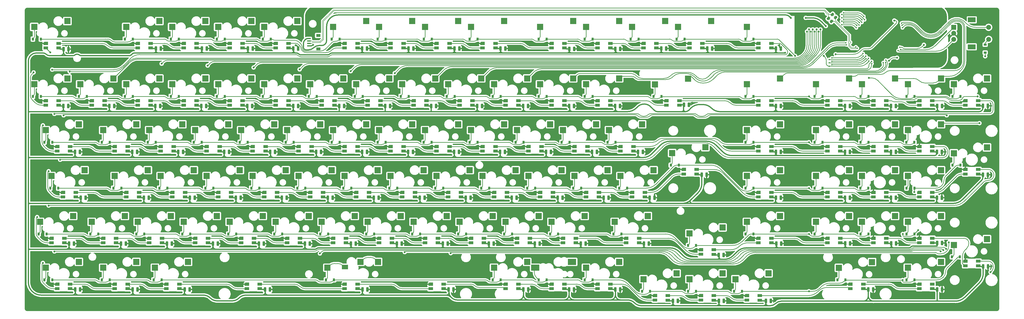
<source format=gbr>
%TF.GenerationSoftware,KiCad,Pcbnew,(6.0.4)*%
%TF.CreationDate,2022-11-05T13:57:26+01:00*%
%TF.ProjectId,pcb-rounded,7063622d-726f-4756-9e64-65642e6b6963,rev?*%
%TF.SameCoordinates,Original*%
%TF.FileFunction,Copper,L2,Bot*%
%TF.FilePolarity,Positive*%
%FSLAX46Y46*%
G04 Gerber Fmt 4.6, Leading zero omitted, Abs format (unit mm)*
G04 Created by KiCad (PCBNEW (6.0.4)) date 2022-11-05 13:57:26*
%MOMM*%
%LPD*%
G01*
G04 APERTURE LIST*
G04 Aperture macros list*
%AMRoundRect*
0 Rectangle with rounded corners*
0 $1 Rounding radius*
0 $2 $3 $4 $5 $6 $7 $8 $9 X,Y pos of 4 corners*
0 Add a 4 corners polygon primitive as box body*
4,1,4,$2,$3,$4,$5,$6,$7,$8,$9,$2,$3,0*
0 Add four circle primitives for the rounded corners*
1,1,$1+$1,$2,$3*
1,1,$1+$1,$4,$5*
1,1,$1+$1,$6,$7*
1,1,$1+$1,$8,$9*
0 Add four rect primitives between the rounded corners*
20,1,$1+$1,$2,$3,$4,$5,0*
20,1,$1+$1,$4,$5,$6,$7,0*
20,1,$1+$1,$6,$7,$8,$9,0*
20,1,$1+$1,$8,$9,$2,$3,0*%
%AMOutline5P*
0 Free polygon, 5 corners , with rotation*
0 The origin of the aperture is its center*
0 number of corners: always 5*
0 $1 to $10 corner X, Y*
0 $11 Rotation angle, in degrees counterclockwise*
0 create outline with 5 corners*
4,1,5,$1,$2,$3,$4,$5,$6,$7,$8,$9,$10,$1,$2,$11*%
%AMOutline6P*
0 Free polygon, 6 corners , with rotation*
0 The origin of the aperture is its center*
0 number of corners: always 6*
0 $1 to $12 corner X, Y*
0 $13 Rotation angle, in degrees counterclockwise*
0 create outline with 6 corners*
4,1,6,$1,$2,$3,$4,$5,$6,$7,$8,$9,$10,$11,$12,$1,$2,$13*%
%AMOutline7P*
0 Free polygon, 7 corners , with rotation*
0 The origin of the aperture is its center*
0 number of corners: always 7*
0 $1 to $14 corner X, Y*
0 $15 Rotation angle, in degrees counterclockwise*
0 create outline with 7 corners*
4,1,7,$1,$2,$3,$4,$5,$6,$7,$8,$9,$10,$11,$12,$13,$14,$1,$2,$15*%
%AMOutline8P*
0 Free polygon, 8 corners , with rotation*
0 The origin of the aperture is its center*
0 number of corners: always 8*
0 $1 to $16 corner X, Y*
0 $17 Rotation angle, in degrees counterclockwise*
0 create outline with 8 corners*
4,1,8,$1,$2,$3,$4,$5,$6,$7,$8,$9,$10,$11,$12,$13,$14,$15,$16,$1,$2,$17*%
G04 Aperture macros list end*
%TA.AperFunction,SMDPad,CuDef*%
%ADD10R,1.850000X1.280000*%
%TD*%
%TA.AperFunction,SMDPad,CuDef*%
%ADD11R,1.850000X1.310000*%
%TD*%
%TA.AperFunction,SMDPad,CuDef*%
%ADD12Outline5P,-0.925000X0.660000X0.925000X0.660000X0.925000X-0.264000X0.529000X-0.660000X-0.925000X-0.660000X180.000000*%
%TD*%
%TA.AperFunction,SMDPad,CuDef*%
%ADD13R,1.850000X1.300000*%
%TD*%
%TA.AperFunction,ComponentPad*%
%ADD14C,0.600000*%
%TD*%
%TA.AperFunction,SMDPad,CuDef*%
%ADD15R,2.550000X2.500000*%
%TD*%
%TA.AperFunction,SMDPad,CuDef*%
%ADD16R,2.570500X1.878000*%
%TD*%
%TA.AperFunction,SMDPad,CuDef*%
%ADD17R,3.500998X2.500000*%
%TD*%
%TA.AperFunction,SMDPad,CuDef*%
%ADD18R,3.349250X2.500000*%
%TD*%
%TA.AperFunction,ComponentPad*%
%ADD19R,2.000000X2.000000*%
%TD*%
%TA.AperFunction,ComponentPad*%
%ADD20C,2.000000*%
%TD*%
%TA.AperFunction,ComponentPad*%
%ADD21R,3.200000X2.000000*%
%TD*%
%TA.AperFunction,SMDPad,CuDef*%
%ADD22R,0.900000X1.200000*%
%TD*%
%TA.AperFunction,SMDPad,CuDef*%
%ADD23RoundRect,0.250000X-0.250000X-0.700000X0.250000X-0.700000X0.250000X0.700000X-0.250000X0.700000X0*%
%TD*%
%TA.AperFunction,SMDPad,CuDef*%
%ADD24RoundRect,0.250000X0.503814X0.132583X0.132583X0.503814X-0.503814X-0.132583X-0.132583X-0.503814X0*%
%TD*%
%TA.AperFunction,SMDPad,CuDef*%
%ADD25R,1.800000X1.200000*%
%TD*%
%TA.AperFunction,SMDPad,CuDef*%
%ADD26R,1.550000X0.600000*%
%TD*%
%TA.AperFunction,SMDPad,CuDef*%
%ADD27R,1.200000X0.900000*%
%TD*%
%TA.AperFunction,ViaPad*%
%ADD28C,0.800000*%
%TD*%
%TA.AperFunction,ViaPad*%
%ADD29C,0.600000*%
%TD*%
%TA.AperFunction,Conductor*%
%ADD30C,0.508000*%
%TD*%
%TA.AperFunction,Conductor*%
%ADD31C,0.250000*%
%TD*%
%TA.AperFunction,Conductor*%
%ADD32C,0.254000*%
%TD*%
%TA.AperFunction,Conductor*%
%ADD33C,0.200000*%
%TD*%
G04 APERTURE END LIST*
D10*
%TO.P,D150,1,VDD*%
%TO.N,/LED/5V*%
X465431250Y-223547500D03*
D11*
%TO.P,D150,2,DOUT*%
%TO.N,Net-(D150-Pad2)*%
X465431250Y-221642500D03*
D12*
%TO.P,D150,3,GND*%
%TO.N,GND*%
X460081250Y-221647500D03*
D13*
%TO.P,D150,4,DIN*%
%TO.N,Net-(D149-Pad2)*%
X460081250Y-223537500D03*
%TD*%
D10*
%TO.P,D190,1,VDD*%
%TO.N,/LED/5V*%
X132056250Y-280697500D03*
D11*
%TO.P,D190,2,DOUT*%
%TO.N,Net-(D190-Pad2)*%
X132056250Y-278792500D03*
D12*
%TO.P,D190,3,GND*%
%TO.N,GND*%
X126706250Y-278797500D03*
D13*
%TO.P,D190,4,DIN*%
%TO.N,Net-(D189-Pad2)*%
X126706250Y-280687500D03*
%TD*%
D10*
%TO.P,D180,1,VDD*%
%TO.N,/LED/5V*%
X298743750Y-261647500D03*
D11*
%TO.P,D180,2,DOUT*%
%TO.N,Net-(D180-Pad2)*%
X298743750Y-259742500D03*
D12*
%TO.P,D180,3,GND*%
%TO.N,GND*%
X293393750Y-259747500D03*
D13*
%TO.P,D180,4,DIN*%
%TO.N,Net-(D179-Pad2)*%
X293393750Y-261637500D03*
%TD*%
D10*
%TO.P,D115,1,VDD*%
%TO.N,/LED/5V*%
X103481250Y-204497500D03*
D11*
%TO.P,D115,2,DOUT*%
%TO.N,Net-(D115-Pad2)*%
X103481250Y-202592500D03*
D12*
%TO.P,D115,3,GND*%
%TO.N,GND*%
X98131250Y-202597500D03*
D13*
%TO.P,D115,4,DIN*%
%TO.N,Net-(D114-Pad2)*%
X98131250Y-204487500D03*
%TD*%
D10*
%TO.P,D119,1,VDD*%
%TO.N,/LED/5V*%
X179681250Y-204497500D03*
D11*
%TO.P,D119,2,DOUT*%
%TO.N,Net-(D119-Pad2)*%
X179681250Y-202592500D03*
D12*
%TO.P,D119,3,GND*%
%TO.N,GND*%
X174331250Y-202597500D03*
D13*
%TO.P,D119,4,DIN*%
%TO.N,Net-(D118-Pad2)*%
X174331250Y-204487500D03*
%TD*%
D14*
%TO.P,MX13,1,COL*%
%TO.N,COL13*%
X372856250Y-168650000D03*
X372856250Y-170450000D03*
X372856250Y-169550000D03*
X374756250Y-169550000D03*
X374756250Y-168650000D03*
X374756250Y-170450000D03*
D15*
X373796250Y-169545000D03*
D14*
%TO.P,MX13,2,ROW*%
%TO.N,Net-(D13-Pad2)*%
X360906250Y-172950000D03*
X359126250Y-171030000D03*
X359126250Y-172830000D03*
X360906250Y-172050000D03*
X360906250Y-171150000D03*
D15*
X360066250Y-171965000D03*
D14*
X359126250Y-171930000D03*
%TD*%
D10*
%TO.P,D135,1,VDD*%
%TO.N,/LED/5V*%
X132056250Y-223547500D03*
D11*
%TO.P,D135,2,DOUT*%
%TO.N,Net-(D135-Pad2)*%
X132056250Y-221642500D03*
D12*
%TO.P,D135,3,GND*%
%TO.N,GND*%
X126706250Y-221647500D03*
D13*
%TO.P,D135,4,DIN*%
%TO.N,Net-(D134-Pad2)*%
X126706250Y-223537500D03*
%TD*%
D10*
%TO.P,D162,1,VDD*%
%TO.N,/LED/5V*%
X327318750Y-242597500D03*
D11*
%TO.P,D162,2,DOUT*%
%TO.N,Net-(D162-Pad2)*%
X327318750Y-240692500D03*
D12*
%TO.P,D162,3,GND*%
%TO.N,GND*%
X321968750Y-240697500D03*
D13*
%TO.P,D162,4,DIN*%
%TO.N,Net-(D161-Pad2)*%
X321968750Y-242587500D03*
%TD*%
D15*
%TO.P,MX11,1,COL*%
%TO.N,COL11*%
X335696250Y-169545000D03*
D14*
X334756250Y-169550000D03*
X336656250Y-168650000D03*
X334756250Y-170450000D03*
X336656250Y-169550000D03*
X336656250Y-170450000D03*
X334756250Y-168650000D03*
D15*
%TO.P,MX11,2,ROW*%
%TO.N,Net-(D11-Pad2)*%
X321966250Y-171965000D03*
D14*
X322806250Y-172950000D03*
X321026250Y-172830000D03*
X321026250Y-171930000D03*
X321026250Y-171030000D03*
X322806250Y-172050000D03*
X322806250Y-171150000D03*
%TD*%
%TO.P,MX43,1,COL*%
%TO.N,COL9*%
X289031250Y-211512500D03*
D15*
X288071250Y-212407500D03*
D14*
X289031250Y-212412500D03*
X287131250Y-212412500D03*
X287131250Y-213312500D03*
X289031250Y-213312500D03*
X287131250Y-211512500D03*
%TO.P,MX43,2,ROW*%
%TO.N,Net-(D43-Pad2)*%
X275181250Y-214012500D03*
X275181250Y-214912500D03*
X273401250Y-214792500D03*
X273401250Y-213892500D03*
X275181250Y-215812500D03*
D15*
X274341250Y-214827500D03*
D14*
X273401250Y-215692500D03*
%TD*%
D10*
%TO.P,D136,1,VDD*%
%TO.N,/LED/5V*%
X151106250Y-223547500D03*
D11*
%TO.P,D136,2,DOUT*%
%TO.N,Net-(D136-Pad2)*%
X151106250Y-221642500D03*
D12*
%TO.P,D136,3,GND*%
%TO.N,GND*%
X145756250Y-221647500D03*
D13*
%TO.P,D136,4,DIN*%
%TO.N,Net-(D135-Pad2)*%
X145756250Y-223537500D03*
%TD*%
D10*
%TO.P,D144,1,VDD*%
%TO.N,/LED/5V*%
X303506250Y-223547500D03*
D11*
%TO.P,D144,2,DOUT*%
%TO.N,Net-(D144-Pad2)*%
X303506250Y-221642500D03*
D12*
%TO.P,D144,3,GND*%
%TO.N,GND*%
X298156250Y-221647500D03*
D13*
%TO.P,D144,4,DIN*%
%TO.N,Net-(D143-Pad2)*%
X298156250Y-223537500D03*
%TD*%
D10*
%TO.P,D158,1,VDD*%
%TO.N,/LED/5V*%
X251118750Y-242597500D03*
D11*
%TO.P,D158,2,DOUT*%
%TO.N,Net-(D158-Pad2)*%
X251118750Y-240692500D03*
D12*
%TO.P,D158,3,GND*%
%TO.N,GND*%
X245768750Y-240697500D03*
D13*
%TO.P,D158,4,DIN*%
%TO.N,Net-(D157-Pad2)*%
X245768750Y-242587500D03*
%TD*%
D14*
%TO.P,MX31,1,COL*%
%TO.N,COL16*%
X450956250Y-192462500D03*
X449056250Y-194262500D03*
D15*
X449996250Y-193357500D03*
D14*
X449056250Y-193362500D03*
X450956250Y-193362500D03*
X450956250Y-194262500D03*
X449056250Y-192462500D03*
%TO.P,MX31,2,ROW*%
%TO.N,Net-(D31-Pad2)*%
X437106250Y-194962500D03*
D15*
X436266250Y-195777500D03*
D14*
X437106250Y-196762500D03*
X437106250Y-195862500D03*
X435326250Y-195742500D03*
X435326250Y-196642500D03*
X435326250Y-194842500D03*
%TD*%
D10*
%TO.P,D197,1,VDD*%
%TO.N,/LED/5V*%
X374943750Y-285460000D03*
D11*
%TO.P,D197,2,DOUT*%
%TO.N,Net-(D197-Pad2)*%
X374943750Y-283555000D03*
D12*
%TO.P,D197,3,GND*%
%TO.N,GND*%
X369593750Y-283560000D03*
D13*
%TO.P,D197,4,DIN*%
%TO.N,Net-(D196-Pad2)*%
X369593750Y-285450000D03*
%TD*%
D14*
%TO.P,MX20,1,COL*%
%TO.N,COL5*%
X203306250Y-192462500D03*
X201406250Y-194262500D03*
X201406250Y-193362500D03*
X203306250Y-194262500D03*
D15*
X202346250Y-193357500D03*
D14*
X201406250Y-192462500D03*
X203306250Y-193362500D03*
%TO.P,MX20,2,ROW*%
%TO.N,Net-(D20-Pad2)*%
X187676250Y-195742500D03*
X189456250Y-196762500D03*
X189456250Y-194962500D03*
X187676250Y-194842500D03*
D15*
X188616250Y-195777500D03*
D14*
X189456250Y-195862500D03*
X187676250Y-196642500D03*
%TD*%
%TO.P,MX54,1,COL*%
%TO.N,COL3*%
X179493750Y-230562500D03*
X179493750Y-231462500D03*
X177593750Y-230562500D03*
X179493750Y-232362500D03*
X177593750Y-232362500D03*
D15*
X178533750Y-231457500D03*
D14*
X177593750Y-231462500D03*
%TO.P,MX54,2,ROW*%
%TO.N,Net-(D54-Pad2)*%
X165643750Y-233962500D03*
D15*
X164803750Y-233877500D03*
D14*
X163863750Y-234742500D03*
X165643750Y-233062500D03*
X163863750Y-232942500D03*
X163863750Y-233842500D03*
X165643750Y-234862500D03*
%TD*%
D10*
%TO.P,D134,1,VDD*%
%TO.N,/LED/5V*%
X108243750Y-223547500D03*
D11*
%TO.P,D134,2,DOUT*%
%TO.N,Net-(D134-Pad2)*%
X108243750Y-221642500D03*
D12*
%TO.P,D134,3,GND*%
%TO.N,GND*%
X102893750Y-221647500D03*
D13*
%TO.P,D134,4,DIN*%
%TO.N,Net-(D133-Pad2)*%
X102893750Y-223537500D03*
%TD*%
D14*
%TO.P,MX12,1,COL*%
%TO.N,COL12*%
X353806250Y-168650000D03*
X355706250Y-170450000D03*
X353806250Y-170450000D03*
X353806250Y-169550000D03*
D15*
X354746250Y-169545000D03*
D14*
X355706250Y-169550000D03*
X355706250Y-168650000D03*
%TO.P,MX12,2,ROW*%
%TO.N,Net-(D12-Pad2)*%
X340076250Y-171030000D03*
X340076250Y-171930000D03*
X340076250Y-172830000D03*
X341856250Y-172950000D03*
D15*
X341016250Y-171965000D03*
D14*
X341856250Y-171150000D03*
X341856250Y-172050000D03*
%TD*%
D15*
%TO.P,MX51,1,COL*%
%TO.N,COL0*%
X114240000Y-231457500D03*
D14*
X113300000Y-230562500D03*
X115200000Y-231462500D03*
X115200000Y-230562500D03*
X113300000Y-231462500D03*
X113300000Y-232362500D03*
X115200000Y-232362500D03*
%TO.P,MX51,2,ROW*%
%TO.N,Net-(D51-Pad2)*%
X99570000Y-233842500D03*
D15*
X100510000Y-233877500D03*
D14*
X101350000Y-234862500D03*
X101350000Y-233062500D03*
X101350000Y-233962500D03*
X99570000Y-234742500D03*
X99570000Y-232942500D03*
%TD*%
D10*
%TO.P,D138,1,VDD*%
%TO.N,/LED/5V*%
X189206250Y-223547500D03*
D11*
%TO.P,D138,2,DOUT*%
%TO.N,Net-(D138-Pad2)*%
X189206250Y-221642500D03*
D12*
%TO.P,D138,3,GND*%
%TO.N,GND*%
X183856250Y-221647500D03*
D13*
%TO.P,D138,4,DIN*%
%TO.N,Net-(D137-Pad2)*%
X183856250Y-223537500D03*
%TD*%
D10*
%TO.P,D166,1,VDD*%
%TO.N,/LED/5V*%
X427331250Y-242597500D03*
D11*
%TO.P,D166,2,DOUT*%
%TO.N,Net-(D166-Pad2)*%
X427331250Y-240692500D03*
D12*
%TO.P,D166,3,GND*%
%TO.N,GND*%
X421981250Y-240697500D03*
D13*
%TO.P,D166,4,DIN*%
%TO.N,Net-(D165-Pad2)*%
X421981250Y-242587500D03*
%TD*%
D15*
%TO.P,MX77,1,COL*%
%TO.N,COL7*%
X245208750Y-250507500D03*
D14*
X244268750Y-251412500D03*
X246168750Y-251412500D03*
X246168750Y-249612500D03*
X246168750Y-250512500D03*
X244268750Y-249612500D03*
X244268750Y-250512500D03*
%TO.P,MX77,2,ROW*%
%TO.N,Net-(D77-Pad2)*%
X232318750Y-252112500D03*
X230538750Y-251992500D03*
X232318750Y-253912500D03*
X230538750Y-252892500D03*
X230538750Y-253792500D03*
D15*
X231478750Y-252927500D03*
D14*
X232318750Y-253012500D03*
%TD*%
D10*
%TO.P,D185,1,VDD*%
%TO.N,/LED/5V*%
X427331250Y-261647500D03*
D11*
%TO.P,D185,2,DOUT*%
%TO.N,Net-(D185-Pad2)*%
X427331250Y-259742500D03*
D12*
%TO.P,D185,3,GND*%
%TO.N,GND*%
X421981250Y-259747500D03*
D13*
%TO.P,D185,4,DIN*%
%TO.N,Net-(D184-Pad2)*%
X421981250Y-261637500D03*
%TD*%
D10*
%TO.P,D107,1,VDD*%
%TO.N,/LED/5V*%
X246356250Y-180685000D03*
D11*
%TO.P,D107,2,DOUT*%
%TO.N,Net-(D107-Pad2)*%
X246356250Y-178780000D03*
D12*
%TO.P,D107,3,GND*%
%TO.N,GND*%
X241006250Y-178785000D03*
D13*
%TO.P,D107,4,DIN*%
%TO.N,Net-(D106-Pad2)*%
X241006250Y-180675000D03*
%TD*%
D10*
%TO.P,D175,1,VDD*%
%TO.N,/LED/5V*%
X203493750Y-261647500D03*
D11*
%TO.P,D175,2,DOUT*%
%TO.N,Net-(D175-Pad2)*%
X203493750Y-259742500D03*
D12*
%TO.P,D175,3,GND*%
%TO.N,GND*%
X198143750Y-259747500D03*
D13*
%TO.P,D175,4,DIN*%
%TO.N,Net-(D174-Pad2)*%
X198143750Y-261637500D03*
%TD*%
D10*
%TO.P,D170,1,VDD*%
%TO.N,/LED/5V*%
X105862500Y-261647500D03*
D11*
%TO.P,D170,2,DOUT*%
%TO.N,Net-(D170-Pad2)*%
X105862500Y-259742500D03*
D12*
%TO.P,D170,3,GND*%
%TO.N,GND*%
X100512500Y-259747500D03*
D13*
%TO.P,D170,4,DIN*%
%TO.N,Net-(D169-Pad2)*%
X100512500Y-261637500D03*
%TD*%
D10*
%TO.P,D202,1,VDD*%
%TO.N,/LED/5V*%
X186825000Y-280697500D03*
D11*
%TO.P,D202,2,DOUT*%
%TO.N,Net-(D192-Pad4)*%
X186825000Y-278792500D03*
D12*
%TO.P,D202,3,GND*%
%TO.N,GND*%
X181475000Y-278797500D03*
D13*
%TO.P,D202,4,DIN*%
%TO.N,Net-(D191-Pad2)*%
X181475000Y-280687500D03*
%TD*%
D10*
%TO.P,D146,1,VDD*%
%TO.N,/LED/5V*%
X341606250Y-223547500D03*
D11*
%TO.P,D146,2,DOUT*%
%TO.N,Net-(D146-Pad2)*%
X341606250Y-221642500D03*
D12*
%TO.P,D146,3,GND*%
%TO.N,GND*%
X336256250Y-221647500D03*
D13*
%TO.P,D146,4,DIN*%
%TO.N,Net-(D145-Pad2)*%
X336256250Y-223537500D03*
%TD*%
D14*
%TO.P,MX79,1,COL*%
%TO.N,COL9*%
X282368750Y-250512500D03*
X284268750Y-249612500D03*
D15*
X283308750Y-250507500D03*
D14*
X284268750Y-250512500D03*
X282368750Y-249612500D03*
X282368750Y-251412500D03*
X284268750Y-251412500D03*
%TO.P,MX79,2,ROW*%
%TO.N,Net-(D79-Pad2)*%
X270418750Y-253912500D03*
X270418750Y-252112500D03*
X268638750Y-251992500D03*
X268638750Y-253792500D03*
D15*
X269578750Y-252927500D03*
D14*
X268638750Y-252892500D03*
X270418750Y-253012500D03*
%TD*%
D10*
%TO.P,D140,1,VDD*%
%TO.N,/LED/5V*%
X227306250Y-223547500D03*
D11*
%TO.P,D140,2,DOUT*%
%TO.N,Net-(D140-Pad2)*%
X227306250Y-221642500D03*
D12*
%TO.P,D140,3,GND*%
%TO.N,GND*%
X221956250Y-221647500D03*
D13*
%TO.P,D140,4,DIN*%
%TO.N,Net-(D139-Pad2)*%
X221956250Y-223537500D03*
%TD*%
D14*
%TO.P,MX49,1,COL*%
%TO.N,COL16*%
X450956250Y-213312500D03*
X449056250Y-213312500D03*
X450956250Y-212412500D03*
X450956250Y-211512500D03*
X449056250Y-211512500D03*
D15*
X449996250Y-212407500D03*
D14*
X449056250Y-212412500D03*
%TO.P,MX49,2,ROW*%
%TO.N,Net-(D49-Pad2)*%
X435326250Y-213892500D03*
X437106250Y-214912500D03*
X437106250Y-214012500D03*
D15*
X436266250Y-214827500D03*
D14*
X437106250Y-215812500D03*
X435326250Y-214792500D03*
X435326250Y-215692500D03*
%TD*%
%TO.P,MX45,1,COL*%
%TO.N,COL11*%
X325231250Y-213312500D03*
X327131250Y-213312500D03*
X325231250Y-212412500D03*
X327131250Y-212412500D03*
X325231250Y-211512500D03*
D15*
X326171250Y-212407500D03*
D14*
X327131250Y-211512500D03*
%TO.P,MX45,2,ROW*%
%TO.N,Net-(D45-Pad2)*%
X313281250Y-214912500D03*
X313281250Y-215812500D03*
X311501250Y-214792500D03*
D15*
X312441250Y-214827500D03*
D14*
X311501250Y-215692500D03*
X313281250Y-214012500D03*
X311501250Y-213892500D03*
%TD*%
D10*
%TO.P,D188,1,VDD*%
%TO.N,/LED/5V*%
X484481250Y-271172500D03*
D11*
%TO.P,D188,2,DOUT*%
%TO.N,Net-(D188-Pad2)*%
X484481250Y-269267500D03*
D12*
%TO.P,D188,3,GND*%
%TO.N,GND*%
X479131250Y-269272500D03*
D13*
%TO.P,D188,4,DIN*%
%TO.N,Net-(D187-Pad2)*%
X479131250Y-271162500D03*
%TD*%
D10*
%TO.P,D137,1,VDD*%
%TO.N,/LED/5V*%
X170156250Y-223547500D03*
D11*
%TO.P,D137,2,DOUT*%
%TO.N,Net-(D137-Pad2)*%
X170156250Y-221642500D03*
D12*
%TO.P,D137,3,GND*%
%TO.N,GND*%
X164806250Y-221647500D03*
D13*
%TO.P,D137,4,DIN*%
%TO.N,Net-(D136-Pad2)*%
X164806250Y-223537500D03*
%TD*%
D15*
%TO.P,MX42,1,COL*%
%TO.N,COL8*%
X269021250Y-212407500D03*
D14*
X269981250Y-211512500D03*
X268081250Y-213312500D03*
X268081250Y-212412500D03*
X269981250Y-212412500D03*
X269981250Y-213312500D03*
X268081250Y-211512500D03*
%TO.P,MX42,2,ROW*%
%TO.N,Net-(D42-Pad2)*%
X254351250Y-213892500D03*
X254351250Y-215692500D03*
X256131250Y-215812500D03*
X256131250Y-214912500D03*
X256131250Y-214012500D03*
X254351250Y-214792500D03*
D15*
X255291250Y-214827500D03*
%TD*%
D10*
%TO.P,D193,1,VDD*%
%TO.N,/LED/5V*%
X293981250Y-280697500D03*
D11*
%TO.P,D193,2,DOUT*%
%TO.N,Net-(D193-Pad2)*%
X293981250Y-278792500D03*
D12*
%TO.P,D193,3,GND*%
%TO.N,GND*%
X288631250Y-278797500D03*
D13*
%TO.P,D193,4,DIN*%
%TO.N,Net-(D193-Pad4)*%
X288631250Y-280687500D03*
%TD*%
D14*
%TO.P,MX10,1,COL*%
%TO.N,COL10*%
X315706250Y-168650000D03*
X317606250Y-169550000D03*
X315706250Y-170450000D03*
X315706250Y-169550000D03*
D15*
X316646250Y-169545000D03*
D14*
X317606250Y-168650000D03*
X317606250Y-170450000D03*
%TO.P,MX10,2,ROW*%
%TO.N,Net-(D10-Pad2)*%
X301976250Y-171930000D03*
X303756250Y-172050000D03*
X301976250Y-172830000D03*
X301976250Y-171030000D03*
X303756250Y-171150000D03*
X303756250Y-172950000D03*
D15*
X302916250Y-171965000D03*
%TD*%
D14*
%TO.P,MX92,1,COL*%
%TO.N,COL6*%
X227600000Y-270462500D03*
X227600000Y-269562500D03*
X229500000Y-270462500D03*
X236787500Y-268662500D03*
D15*
X235827500Y-269557500D03*
D14*
X229500000Y-269562500D03*
X227600000Y-268662500D03*
X236787500Y-269562500D03*
X234887500Y-270462500D03*
X229500000Y-268662500D03*
X234887500Y-269562500D03*
X236787500Y-270462500D03*
D15*
X228540000Y-269557500D03*
D14*
X234887500Y-268662500D03*
%TO.P,MX92,2,ROW*%
%TO.N,Net-(D92-Pad2)*%
X222937500Y-272062500D03*
X215650000Y-272062500D03*
X215650000Y-271162500D03*
D16*
X222107750Y-271666500D03*
D14*
X221157500Y-271942500D03*
X215650000Y-272962500D03*
X213870000Y-271042500D03*
X213870000Y-272842500D03*
X213870000Y-271942500D03*
X222937500Y-271162500D03*
X221157500Y-271042500D03*
D15*
X214810000Y-271977500D03*
%TD*%
D10*
%TO.P,D163,1,VDD*%
%TO.N,/LED/5V*%
X346368750Y-242597500D03*
D11*
%TO.P,D163,2,DOUT*%
%TO.N,Net-(D163-Pad2)*%
X346368750Y-240692500D03*
D12*
%TO.P,D163,3,GND*%
%TO.N,GND*%
X341018750Y-240697500D03*
D13*
%TO.P,D163,4,DIN*%
%TO.N,Net-(D162-Pad2)*%
X341018750Y-242587500D03*
%TD*%
D10*
%TO.P,D139,1,VDD*%
%TO.N,/LED/5V*%
X208256250Y-223547500D03*
D11*
%TO.P,D139,2,DOUT*%
%TO.N,Net-(D139-Pad2)*%
X208256250Y-221642500D03*
D12*
%TO.P,D139,3,GND*%
%TO.N,GND*%
X202906250Y-221647500D03*
D13*
%TO.P,D139,4,DIN*%
%TO.N,Net-(D138-Pad2)*%
X202906250Y-223537500D03*
%TD*%
D14*
%TO.P,MX9,1,COL*%
%TO.N,COL9*%
X287131250Y-169550000D03*
D15*
X288071250Y-169545000D03*
D14*
X289031250Y-170450000D03*
X289031250Y-169550000D03*
X287131250Y-168650000D03*
X287131250Y-170450000D03*
X289031250Y-168650000D03*
%TO.P,MX9,2,ROW*%
%TO.N,Net-(D9-Pad2)*%
X273401250Y-171930000D03*
X275181250Y-172050000D03*
X273401250Y-171030000D03*
D15*
X274341250Y-171965000D03*
D14*
X273401250Y-172830000D03*
X275181250Y-172950000D03*
X275181250Y-171150000D03*
%TD*%
%TO.P,MX18,1,COL*%
%TO.N,COL3*%
X163306250Y-194262500D03*
X163306250Y-193362500D03*
X165206250Y-193362500D03*
X165206250Y-192462500D03*
D15*
X164246250Y-193357500D03*
D14*
X163306250Y-192462500D03*
X165206250Y-194262500D03*
%TO.P,MX18,2,ROW*%
%TO.N,Net-(D18-Pad2)*%
X149576250Y-195742500D03*
X151356250Y-196762500D03*
D15*
X150516250Y-195777500D03*
D14*
X151356250Y-194962500D03*
X151356250Y-195862500D03*
X149576250Y-196642500D03*
X149576250Y-194842500D03*
%TD*%
D10*
%TO.P,D141,1,VDD*%
%TO.N,/LED/5V*%
X246356250Y-223547500D03*
D11*
%TO.P,D141,2,DOUT*%
%TO.N,Net-(D141-Pad2)*%
X246356250Y-221642500D03*
D12*
%TO.P,D141,3,GND*%
%TO.N,GND*%
X241006250Y-221647500D03*
D13*
%TO.P,D141,4,DIN*%
%TO.N,Net-(D140-Pad2)*%
X241006250Y-223537500D03*
%TD*%
D10*
%TO.P,D148,1,VDD*%
%TO.N,/LED/5V*%
X427331250Y-223547500D03*
D11*
%TO.P,D148,2,DOUT*%
%TO.N,Net-(D148-Pad2)*%
X427331250Y-221642500D03*
D12*
%TO.P,D148,3,GND*%
%TO.N,GND*%
X421981250Y-221647500D03*
D13*
%TO.P,D148,4,DIN*%
%TO.N,Net-(D147-Pad2)*%
X421981250Y-223537500D03*
%TD*%
D14*
%TO.P,MX15,1,COL*%
%TO.N,COL0*%
X106156250Y-193362500D03*
X106156250Y-192462500D03*
X108056250Y-193362500D03*
X108056250Y-194262500D03*
X108056250Y-192462500D03*
D15*
X107096250Y-193357500D03*
D14*
X106156250Y-194262500D03*
%TO.P,MX15,2,ROW*%
%TO.N,Net-(D15-Pad2)*%
X92426250Y-194842500D03*
D15*
X93366250Y-195777500D03*
D14*
X94206250Y-196762500D03*
X94206250Y-195862500D03*
X92426250Y-195742500D03*
X92426250Y-196642500D03*
X94206250Y-194962500D03*
%TD*%
D15*
%TO.P,MX5,1,COL*%
%TO.N,COL5*%
X202346250Y-169545000D03*
D14*
X203306250Y-168650000D03*
X201406250Y-168650000D03*
X201406250Y-170450000D03*
X203306250Y-170450000D03*
X203306250Y-169550000D03*
X201406250Y-169550000D03*
%TO.P,MX5,2,ROW*%
%TO.N,Net-(D5-Pad2)*%
X189456250Y-172950000D03*
D15*
X188616250Y-171965000D03*
D14*
X189456250Y-172050000D03*
X187676250Y-171030000D03*
X187676250Y-172830000D03*
X187676250Y-171930000D03*
X189456250Y-171150000D03*
%TD*%
%TO.P,MX21,1,COL*%
%TO.N,COL6*%
X220456250Y-192462500D03*
X220456250Y-194262500D03*
X222356250Y-193362500D03*
X220456250Y-193362500D03*
X222356250Y-192462500D03*
X222356250Y-194262500D03*
D15*
X221396250Y-193357500D03*
%TO.P,MX21,2,ROW*%
%TO.N,Net-(D21-Pad2)*%
X207666250Y-195777500D03*
D14*
X206726250Y-194842500D03*
X208506250Y-194962500D03*
X208506250Y-195862500D03*
X208506250Y-196762500D03*
X206726250Y-196642500D03*
X206726250Y-195742500D03*
%TD*%
D10*
%TO.P,D113,1,VDD*%
%TO.N,/LED/5V*%
X370181250Y-180685000D03*
D11*
%TO.P,D113,2,DOUT*%
%TO.N,Net-(D113-Pad2)*%
X370181250Y-178780000D03*
D12*
%TO.P,D113,3,GND*%
%TO.N,GND*%
X364831250Y-178785000D03*
D13*
%TO.P,D113,4,DIN*%
%TO.N,Net-(D112-Pad2)*%
X364831250Y-180675000D03*
%TD*%
D10*
%TO.P,D109,1,VDD*%
%TO.N,/LED/5V*%
X284456250Y-180685000D03*
D11*
%TO.P,D109,2,DOUT*%
%TO.N,Net-(D109-Pad2)*%
X284456250Y-178780000D03*
D12*
%TO.P,D109,3,GND*%
%TO.N,GND*%
X279106250Y-178785000D03*
D13*
%TO.P,D109,4,DIN*%
%TO.N,Net-(D108-Pad2)*%
X279106250Y-180675000D03*
%TD*%
D14*
%TO.P,MX84,1,COL*%
%TO.N,COL14*%
X403331250Y-251412500D03*
D15*
X402371250Y-250507500D03*
D14*
X401431250Y-251412500D03*
X403331250Y-249612500D03*
X403331250Y-250512500D03*
X401431250Y-249612500D03*
X401431250Y-250512500D03*
%TO.P,MX84,2,ROW*%
%TO.N,Net-(D84-Pad2)*%
X389481250Y-253912500D03*
X389481250Y-252112500D03*
X387701250Y-253792500D03*
X389481250Y-253012500D03*
D15*
X388641250Y-252927500D03*
D14*
X387701250Y-251992500D03*
X387701250Y-252892500D03*
%TD*%
%TO.P,MX44,1,COL*%
%TO.N,COL10*%
X306181250Y-211512500D03*
X306181250Y-213312500D03*
D15*
X307121250Y-212407500D03*
D14*
X308081250Y-212412500D03*
X306181250Y-212412500D03*
X308081250Y-213312500D03*
X308081250Y-211512500D03*
%TO.P,MX44,2,ROW*%
%TO.N,Net-(D44-Pad2)*%
X294231250Y-214912500D03*
X294231250Y-215812500D03*
X292451250Y-214792500D03*
X292451250Y-215692500D03*
X294231250Y-214012500D03*
X292451250Y-213892500D03*
D15*
X293391250Y-214827500D03*
%TD*%
D10*
%TO.P,D127,1,VDD*%
%TO.N,/LED/5V*%
X332081250Y-204497500D03*
D11*
%TO.P,D127,2,DOUT*%
%TO.N,Net-(D127-Pad2)*%
X332081250Y-202592500D03*
D12*
%TO.P,D127,3,GND*%
%TO.N,GND*%
X326731250Y-202597500D03*
D13*
%TO.P,D127,4,DIN*%
%TO.N,Net-(D126-Pad2)*%
X326731250Y-204487500D03*
%TD*%
D10*
%TO.P,D167,1,VDD*%
%TO.N,/LED/5V*%
X446381250Y-242597500D03*
D11*
%TO.P,D167,2,DOUT*%
%TO.N,Net-(D167-Pad2)*%
X446381250Y-240692500D03*
D12*
%TO.P,D167,3,GND*%
%TO.N,GND*%
X441031250Y-240697500D03*
D13*
%TO.P,D167,4,DIN*%
%TO.N,Net-(D166-Pad2)*%
X441031250Y-242587500D03*
%TD*%
D14*
%TO.P,MX47,1,COL*%
%TO.N,COL14*%
X403331250Y-213312500D03*
X401431250Y-211512500D03*
X403331250Y-212412500D03*
X401431250Y-212412500D03*
D15*
X402371250Y-212407500D03*
D14*
X403331250Y-211512500D03*
X401431250Y-213312500D03*
D15*
%TO.P,MX47,2,ROW*%
%TO.N,Net-(D47-Pad2)*%
X388641250Y-214827500D03*
D14*
X387701250Y-215692500D03*
X387701250Y-213892500D03*
X387701250Y-214792500D03*
X389481250Y-215812500D03*
X389481250Y-214912500D03*
X389481250Y-214012500D03*
%TD*%
%TO.P,MX32,1,COL*%
%TO.N,COL16*%
X468106250Y-193362500D03*
X470006250Y-192462500D03*
X470006250Y-193362500D03*
X470006250Y-194262500D03*
X468106250Y-194262500D03*
X468106250Y-192462500D03*
D15*
X469046250Y-193357500D03*
D14*
%TO.P,MX32,2,ROW*%
%TO.N,Net-(D32-Pad2)*%
X454376250Y-196642500D03*
X456156250Y-195862500D03*
D15*
X455316250Y-195777500D03*
D14*
X456156250Y-194962500D03*
X456156250Y-196762500D03*
X454376250Y-195742500D03*
X454376250Y-194842500D03*
%TD*%
%TO.P,MX91,1,COL*%
%TO.N,COL2*%
X158062500Y-268662500D03*
X156162500Y-268662500D03*
X156162500Y-269562500D03*
X156162500Y-270462500D03*
X158062500Y-270462500D03*
X158062500Y-269562500D03*
D15*
X157102500Y-269557500D03*
D14*
%TO.P,MX91,2,ROW*%
%TO.N,Net-(D91-Pad2)*%
X144212500Y-272962500D03*
X142432500Y-272842500D03*
X144212500Y-271162500D03*
X142432500Y-271942500D03*
D15*
X143372500Y-271977500D03*
D14*
X142432500Y-271042500D03*
X144212500Y-272062500D03*
%TD*%
D15*
%TO.P,MX36,1,COL*%
%TO.N,COL2*%
X154721250Y-212407500D03*
D14*
X155681250Y-212412500D03*
X153781250Y-213312500D03*
X153781250Y-211512500D03*
X155681250Y-211512500D03*
X155681250Y-213312500D03*
X153781250Y-212412500D03*
%TO.P,MX36,2,ROW*%
%TO.N,Net-(D36-Pad2)*%
X141831250Y-215812500D03*
X141831250Y-214912500D03*
X140051250Y-214792500D03*
X141831250Y-214012500D03*
X140051250Y-213892500D03*
X140051250Y-215692500D03*
D15*
X140991250Y-214827500D03*
%TD*%
D10*
%TO.P,D183,1,VDD*%
%TO.N,/LED/5V*%
X374943750Y-266410000D03*
D11*
%TO.P,D183,2,DOUT*%
%TO.N,Net-(D183-Pad2)*%
X374943750Y-264505000D03*
D12*
%TO.P,D183,3,GND*%
%TO.N,GND*%
X369593750Y-264510000D03*
D13*
%TO.P,D183,4,DIN*%
%TO.N,Net-(D182-Pad2)*%
X369593750Y-266400000D03*
%TD*%
D10*
%TO.P,D130,1,VDD*%
%TO.N,/LED/5V*%
X427331250Y-204497500D03*
D11*
%TO.P,D130,2,DOUT*%
%TO.N,Net-(D130-Pad2)*%
X427331250Y-202592500D03*
D12*
%TO.P,D130,3,GND*%
%TO.N,GND*%
X421981250Y-202597500D03*
D13*
%TO.P,D130,4,DIN*%
%TO.N,Net-(D129-Pad2)*%
X421981250Y-204487500D03*
%TD*%
D14*
%TO.P,MX71,1,COL*%
%TO.N,COL1*%
X129968750Y-250512500D03*
X129968750Y-249612500D03*
X129968750Y-251412500D03*
X131868750Y-251412500D03*
X131868750Y-250512500D03*
D15*
X130908750Y-250507500D03*
D14*
X131868750Y-249612500D03*
%TO.P,MX71,2,ROW*%
%TO.N,Net-(D71-Pad2)*%
X116238750Y-251992500D03*
X118018750Y-253012500D03*
X116238750Y-252892500D03*
X118018750Y-252112500D03*
D15*
X117178750Y-252927500D03*
D14*
X116238750Y-253792500D03*
X118018750Y-253912500D03*
%TD*%
D10*
%TO.P,D116,1,VDD*%
%TO.N,/LED/5V*%
X122531250Y-204497500D03*
D11*
%TO.P,D116,2,DOUT*%
%TO.N,Net-(D116-Pad2)*%
X122531250Y-202592500D03*
D12*
%TO.P,D116,3,GND*%
%TO.N,GND*%
X117181250Y-202597500D03*
D13*
%TO.P,D116,4,DIN*%
%TO.N,Net-(D115-Pad2)*%
X117181250Y-204487500D03*
%TD*%
D10*
%TO.P,D168,1,VDD*%
%TO.N,/LED/5V*%
X465431250Y-242597500D03*
D11*
%TO.P,D168,2,DOUT*%
%TO.N,Net-(D168-Pad2)*%
X465431250Y-240692500D03*
D12*
%TO.P,D168,3,GND*%
%TO.N,GND*%
X460081250Y-240697500D03*
D13*
%TO.P,D168,4,DIN*%
%TO.N,Net-(D167-Pad2)*%
X460081250Y-242587500D03*
%TD*%
D10*
%TO.P,D176,1,VDD*%
%TO.N,/LED/5V*%
X222543750Y-261647500D03*
D11*
%TO.P,D176,2,DOUT*%
%TO.N,Net-(D176-Pad2)*%
X222543750Y-259742500D03*
D12*
%TO.P,D176,3,GND*%
%TO.N,GND*%
X217193750Y-259747500D03*
D13*
%TO.P,D176,4,DIN*%
%TO.N,Net-(D175-Pad2)*%
X217193750Y-261637500D03*
%TD*%
D10*
%TO.P,D110,1,VDD*%
%TO.N,/LED/5V*%
X313031250Y-180685000D03*
D11*
%TO.P,D110,2,DOUT*%
%TO.N,Net-(D110-Pad2)*%
X313031250Y-178780000D03*
D12*
%TO.P,D110,3,GND*%
%TO.N,GND*%
X307681250Y-178785000D03*
D13*
%TO.P,D110,4,DIN*%
%TO.N,Net-(D109-Pad2)*%
X307681250Y-180675000D03*
%TD*%
D14*
%TO.P,MX80,1,COL*%
%TO.N,COL10*%
X301418750Y-250512500D03*
X303318750Y-250512500D03*
D15*
X302358750Y-250507500D03*
D14*
X303318750Y-249612500D03*
X301418750Y-251412500D03*
X303318750Y-251412500D03*
X301418750Y-249612500D03*
%TO.P,MX80,2,ROW*%
%TO.N,Net-(D80-Pad2)*%
X289468750Y-252112500D03*
X287688750Y-252892500D03*
X289468750Y-253912500D03*
D15*
X288628750Y-252927500D03*
D14*
X287688750Y-253792500D03*
X289468750Y-253012500D03*
X287688750Y-251992500D03*
%TD*%
D10*
%TO.P,D128,1,VDD*%
%TO.N,/LED/5V*%
X360656250Y-204497500D03*
D11*
%TO.P,D128,2,DOUT*%
%TO.N,Net-(D128-Pad2)*%
X360656250Y-202592500D03*
D12*
%TO.P,D128,3,GND*%
%TO.N,GND*%
X355306250Y-202597500D03*
D13*
%TO.P,D128,4,DIN*%
%TO.N,Net-(D127-Pad2)*%
X355306250Y-204487500D03*
%TD*%
D10*
%TO.P,D118,1,VDD*%
%TO.N,/LED/5V*%
X160631250Y-204497500D03*
D11*
%TO.P,D118,2,DOUT*%
%TO.N,Net-(D118-Pad2)*%
X160631250Y-202592500D03*
D12*
%TO.P,D118,3,GND*%
%TO.N,GND*%
X155281250Y-202597500D03*
D13*
%TO.P,D118,4,DIN*%
%TO.N,Net-(D117-Pad2)*%
X155281250Y-204487500D03*
%TD*%
D14*
%TO.P,MX89,1,COL*%
%TO.N,COL0*%
X110918750Y-270462500D03*
X112818750Y-270462500D03*
X112818750Y-269562500D03*
X110918750Y-268662500D03*
D15*
X111858750Y-269557500D03*
D14*
X112818750Y-268662500D03*
X110918750Y-269562500D03*
%TO.P,MX89,2,ROW*%
%TO.N,Net-(D89-Pad2)*%
X98968750Y-272962500D03*
X97188750Y-271942500D03*
X98968750Y-272062500D03*
X97188750Y-271042500D03*
D15*
X98128750Y-271977500D03*
D14*
X97188750Y-272842500D03*
X98968750Y-271162500D03*
%TD*%
%TO.P,MX66,1,COL*%
%TO.N,COL15*%
X431906250Y-231462500D03*
X430006250Y-232362500D03*
X430006250Y-231462500D03*
D15*
X430946250Y-231457500D03*
D14*
X430006250Y-230562500D03*
X431906250Y-230562500D03*
X431906250Y-232362500D03*
%TO.P,MX66,2,ROW*%
%TO.N,Net-(D66-Pad2)*%
X418056250Y-234862500D03*
X418056250Y-233962500D03*
D15*
X417216250Y-233877500D03*
D14*
X418056250Y-233062500D03*
X416276250Y-233842500D03*
X416276250Y-232942500D03*
X416276250Y-234742500D03*
%TD*%
D10*
%TO.P,D186,1,VDD*%
%TO.N,/LED/5V*%
X446381250Y-261647500D03*
D11*
%TO.P,D186,2,DOUT*%
%TO.N,Net-(D186-Pad2)*%
X446381250Y-259742500D03*
D12*
%TO.P,D186,3,GND*%
%TO.N,GND*%
X441031250Y-259747500D03*
D13*
%TO.P,D186,4,DIN*%
%TO.N,Net-(D185-Pad2)*%
X441031250Y-261637500D03*
%TD*%
D14*
%TO.P,MX3,1,COL*%
%TO.N,COL3*%
X165206250Y-170450000D03*
X165206250Y-168650000D03*
X165206250Y-169550000D03*
X163306250Y-168650000D03*
D15*
X164246250Y-169545000D03*
D14*
X163306250Y-169550000D03*
X163306250Y-170450000D03*
D15*
%TO.P,MX3,2,ROW*%
%TO.N,Net-(D3-Pad2)*%
X150516250Y-171965000D03*
D14*
X151356250Y-172050000D03*
X149576250Y-172830000D03*
X149576250Y-171930000D03*
X151356250Y-172950000D03*
X151356250Y-171150000D03*
X149576250Y-171030000D03*
%TD*%
D10*
%TO.P,D171,1,VDD*%
%TO.N,/LED/5V*%
X127293750Y-261647500D03*
D11*
%TO.P,D171,2,DOUT*%
%TO.N,Net-(D171-Pad2)*%
X127293750Y-259742500D03*
D12*
%TO.P,D171,3,GND*%
%TO.N,GND*%
X121943750Y-259747500D03*
D13*
%TO.P,D171,4,DIN*%
%TO.N,Net-(D170-Pad2)*%
X121943750Y-261637500D03*
%TD*%
D14*
%TO.P,MX61,1,COL*%
%TO.N,COL10*%
X310943750Y-230562500D03*
X312843750Y-231462500D03*
D15*
X311883750Y-231457500D03*
D14*
X312843750Y-232362500D03*
X310943750Y-232362500D03*
X312843750Y-230562500D03*
X310943750Y-231462500D03*
%TO.P,MX61,2,ROW*%
%TO.N,Net-(D61-Pad2)*%
X297213750Y-234742500D03*
X298993750Y-233062500D03*
X298993750Y-234862500D03*
X297213750Y-232942500D03*
X297213750Y-233842500D03*
D15*
X298153750Y-233877500D03*
D14*
X298993750Y-233962500D03*
%TD*%
D15*
%TO.P,MX100,1,COL*%
%TO.N,COL16*%
X469046250Y-269557500D03*
D14*
X468106250Y-269562500D03*
X470006250Y-269562500D03*
X470006250Y-270462500D03*
X468106250Y-270462500D03*
X468106250Y-268662500D03*
X470006250Y-268662500D03*
D15*
%TO.P,MX100,2,ROW*%
%TO.N,Net-(D100-Pad2)*%
X455316250Y-271977500D03*
D14*
X454376250Y-271042500D03*
X456156250Y-272962500D03*
X456156250Y-272062500D03*
X454376250Y-271942500D03*
X456156250Y-271162500D03*
X454376250Y-272842500D03*
%TD*%
D10*
%TO.P,D105,1,VDD*%
%TO.N,/LED/5V*%
X198731250Y-180685000D03*
D11*
%TO.P,D105,2,DOUT*%
%TO.N,Net-(D105-Pad2)*%
X198731250Y-178780000D03*
D12*
%TO.P,D105,3,GND*%
%TO.N,GND*%
X193381250Y-178785000D03*
D13*
%TO.P,D105,4,DIN*%
%TO.N,Net-(D104-Pad2)*%
X193381250Y-180675000D03*
%TD*%
D14*
%TO.P,MX86,1,COL*%
%TO.N,COL16*%
X450956250Y-251412500D03*
X449056250Y-251412500D03*
X449056250Y-249612500D03*
X450956250Y-250512500D03*
D15*
X449996250Y-250507500D03*
D14*
X449056250Y-250512500D03*
X450956250Y-249612500D03*
%TO.P,MX86,2,ROW*%
%TO.N,Net-(D86-Pad2)*%
X435326250Y-251992500D03*
X435326250Y-252892500D03*
X435326250Y-253792500D03*
D15*
X436266250Y-252927500D03*
D14*
X437106250Y-253912500D03*
X437106250Y-252112500D03*
X437106250Y-253012500D03*
%TD*%
%TO.P,MX39,1,COL*%
%TO.N,COL5*%
X212831250Y-211512500D03*
X212831250Y-213312500D03*
X210931250Y-211512500D03*
X210931250Y-212412500D03*
X212831250Y-212412500D03*
X210931250Y-213312500D03*
D15*
X211871250Y-212407500D03*
D14*
%TO.P,MX39,2,ROW*%
%TO.N,Net-(D39-Pad2)*%
X197201250Y-214792500D03*
D15*
X198141250Y-214827500D03*
D14*
X197201250Y-215692500D03*
X198981250Y-214912500D03*
X198981250Y-215812500D03*
X197201250Y-213892500D03*
X198981250Y-214012500D03*
%TD*%
D10*
%TO.P,D192,1,VDD*%
%TO.N,/LED/5V*%
X227306250Y-280697500D03*
D11*
%TO.P,D192,2,DOUT*%
%TO.N,Net-(D192-Pad2)*%
X227306250Y-278792500D03*
D12*
%TO.P,D192,3,GND*%
%TO.N,GND*%
X221956250Y-278797500D03*
D13*
%TO.P,D192,4,DIN*%
%TO.N,Net-(D192-Pad4)*%
X221956250Y-280687500D03*
%TD*%
D15*
%TO.P,MX87,1,COL*%
%TO.N,COL7*%
X469046250Y-250507500D03*
D14*
X468106250Y-251412500D03*
X468106250Y-250512500D03*
X468106250Y-249612500D03*
X470006250Y-251412500D03*
X470006250Y-249612500D03*
X470006250Y-250512500D03*
%TO.P,MX87,2,ROW*%
%TO.N,Net-(D87-Pad2)*%
X456156250Y-252112500D03*
X456156250Y-253012500D03*
X456156250Y-253912500D03*
X454376250Y-252892500D03*
X454376250Y-251992500D03*
X454376250Y-253792500D03*
D15*
X455316250Y-252927500D03*
%TD*%
D14*
%TO.P,MX83,1,COL*%
%TO.N,COL13*%
X379518750Y-255275000D03*
X379518750Y-256175000D03*
D15*
X378558750Y-255270000D03*
D14*
X377618750Y-255275000D03*
X377618750Y-254375000D03*
X379518750Y-254375000D03*
X377618750Y-256175000D03*
%TO.P,MX83,2,ROW*%
%TO.N,Net-(D83-Pad2)*%
X363888750Y-258555000D03*
D15*
X364828750Y-257690000D03*
D14*
X365668750Y-256875000D03*
X365668750Y-258675000D03*
X363888750Y-256755000D03*
X365668750Y-257775000D03*
X363888750Y-257655000D03*
%TD*%
%TO.P,MX78,1,COL*%
%TO.N,COL8*%
X265218750Y-249612500D03*
X263318750Y-250512500D03*
X265218750Y-250512500D03*
X263318750Y-251412500D03*
X265218750Y-251412500D03*
X263318750Y-249612500D03*
D15*
X264258750Y-250507500D03*
D14*
%TO.P,MX78,2,ROW*%
%TO.N,Net-(D78-Pad2)*%
X251368750Y-253912500D03*
X251368750Y-252112500D03*
X249588750Y-251992500D03*
X249588750Y-252892500D03*
X251368750Y-253012500D03*
D15*
X250528750Y-252927500D03*
D14*
X249588750Y-253792500D03*
%TD*%
D10*
%TO.P,D120,1,VDD*%
%TO.N,/LED/5V*%
X198731250Y-204497500D03*
D11*
%TO.P,D120,2,DOUT*%
%TO.N,Net-(D120-Pad2)*%
X198731250Y-202592500D03*
D12*
%TO.P,D120,3,GND*%
%TO.N,GND*%
X193381250Y-202597500D03*
D13*
%TO.P,D120,4,DIN*%
%TO.N,Net-(D119-Pad2)*%
X193381250Y-204487500D03*
%TD*%
D10*
%TO.P,D122,1,VDD*%
%TO.N,/LED/5V*%
X236831250Y-204497500D03*
D11*
%TO.P,D122,2,DOUT*%
%TO.N,Net-(D122-Pad2)*%
X236831250Y-202592500D03*
D12*
%TO.P,D122,3,GND*%
%TO.N,GND*%
X231481250Y-202597500D03*
D13*
%TO.P,D122,4,DIN*%
%TO.N,Net-(D121-Pad2)*%
X231481250Y-204487500D03*
%TD*%
D14*
%TO.P,MX40,1,COL*%
%TO.N,COL6*%
X229981250Y-212412500D03*
X231881250Y-212412500D03*
X229981250Y-213312500D03*
D15*
X230921250Y-212407500D03*
D14*
X229981250Y-211512500D03*
X231881250Y-211512500D03*
X231881250Y-213312500D03*
%TO.P,MX40,2,ROW*%
%TO.N,Net-(D40-Pad2)*%
X218031250Y-215812500D03*
X216251250Y-213892500D03*
X218031250Y-214912500D03*
X216251250Y-215692500D03*
X218031250Y-214012500D03*
D15*
X217191250Y-214827500D03*
D14*
X216251250Y-214792500D03*
%TD*%
D10*
%TO.P,D129,1,VDD*%
%TO.N,/LED/5V*%
X398756250Y-204497500D03*
D11*
%TO.P,D129,2,DOUT*%
%TO.N,Net-(D129-Pad2)*%
X398756250Y-202592500D03*
D12*
%TO.P,D129,3,GND*%
%TO.N,GND*%
X393406250Y-202597500D03*
D13*
%TO.P,D129,4,DIN*%
%TO.N,Net-(D128-Pad2)*%
X393406250Y-204487500D03*
%TD*%
D10*
%TO.P,D155,1,VDD*%
%TO.N,/LED/5V*%
X193968750Y-242597500D03*
D11*
%TO.P,D155,2,DOUT*%
%TO.N,Net-(D155-Pad2)*%
X193968750Y-240692500D03*
D12*
%TO.P,D155,3,GND*%
%TO.N,GND*%
X188618750Y-240697500D03*
D13*
%TO.P,D155,4,DIN*%
%TO.N,Net-(D154-Pad2)*%
X188618750Y-242587500D03*
%TD*%
D14*
%TO.P,MX81,1,COL*%
%TO.N,COL11*%
X320468750Y-251412500D03*
X322368750Y-249612500D03*
X322368750Y-250512500D03*
X320468750Y-250512500D03*
D15*
X321408750Y-250507500D03*
D14*
X322368750Y-251412500D03*
X320468750Y-249612500D03*
D15*
%TO.P,MX81,2,ROW*%
%TO.N,Net-(D81-Pad2)*%
X307678750Y-252927500D03*
D14*
X306738750Y-251992500D03*
X308518750Y-253012500D03*
X306738750Y-252892500D03*
X308518750Y-253912500D03*
X306738750Y-253792500D03*
X308518750Y-252112500D03*
%TD*%
D10*
%TO.P,D103,1,VDD*%
%TO.N,/LED/5V*%
X160631250Y-180685000D03*
D11*
%TO.P,D103,2,DOUT*%
%TO.N,Net-(D103-Pad2)*%
X160631250Y-178780000D03*
D12*
%TO.P,D103,3,GND*%
%TO.N,GND*%
X155281250Y-178785000D03*
D13*
%TO.P,D103,4,DIN*%
%TO.N,Net-(D102-Pad2)*%
X155281250Y-180675000D03*
%TD*%
D14*
%TO.P,MX25,1,COL*%
%TO.N,COL10*%
X296656250Y-192462500D03*
X298556250Y-194262500D03*
X298556250Y-192462500D03*
X298556250Y-193362500D03*
X296656250Y-193362500D03*
D15*
X297596250Y-193357500D03*
D14*
X296656250Y-194262500D03*
%TO.P,MX25,2,ROW*%
%TO.N,Net-(D25-Pad2)*%
X282926250Y-195742500D03*
X284706250Y-194962500D03*
D15*
X283866250Y-195777500D03*
D14*
X282926250Y-196642500D03*
X284706250Y-195862500D03*
X284706250Y-196762500D03*
X282926250Y-194842500D03*
%TD*%
D10*
%TO.P,D106,1,VDD*%
%TO.N,/LED/5V*%
X227306250Y-180685000D03*
D11*
%TO.P,D106,2,DOUT*%
%TO.N,Net-(D106-Pad2)*%
X227306250Y-178780000D03*
D12*
%TO.P,D106,3,GND*%
%TO.N,GND*%
X221956250Y-178785000D03*
D13*
%TO.P,D106,4,DIN*%
%TO.N,Net-(D105-Pad2)*%
X221956250Y-180675000D03*
%TD*%
D14*
%TO.P,MX52,1,COL*%
%TO.N,COL1*%
X139493750Y-231462500D03*
X141393750Y-232362500D03*
X139493750Y-232362500D03*
D15*
X140433750Y-231457500D03*
D14*
X141393750Y-231462500D03*
X141393750Y-230562500D03*
X139493750Y-230562500D03*
%TO.P,MX52,2,ROW*%
%TO.N,Net-(D52-Pad2)*%
X125763750Y-233842500D03*
X127543750Y-233062500D03*
X125763750Y-232942500D03*
D15*
X126703750Y-233877500D03*
D14*
X125763750Y-234742500D03*
X127543750Y-233962500D03*
X127543750Y-234862500D03*
%TD*%
D10*
%TO.P,D181,1,VDD*%
%TO.N,/LED/5V*%
X317793750Y-261647500D03*
D11*
%TO.P,D181,2,DOUT*%
%TO.N,Net-(D181-Pad2)*%
X317793750Y-259742500D03*
D12*
%TO.P,D181,3,GND*%
%TO.N,GND*%
X312443750Y-259747500D03*
D13*
%TO.P,D181,4,DIN*%
%TO.N,Net-(D180-Pad2)*%
X312443750Y-261637500D03*
%TD*%
D10*
%TO.P,D184,1,VDD*%
%TO.N,/LED/5V*%
X398756250Y-261647500D03*
D11*
%TO.P,D184,2,DOUT*%
%TO.N,Net-(D184-Pad2)*%
X398756250Y-259742500D03*
D12*
%TO.P,D184,3,GND*%
%TO.N,GND*%
X393406250Y-259747500D03*
D13*
%TO.P,D184,4,DIN*%
%TO.N,Net-(D183-Pad2)*%
X393406250Y-261637500D03*
%TD*%
D10*
%TO.P,D114,1,VDD*%
%TO.N,/LED/5V*%
X398756250Y-180685000D03*
D11*
%TO.P,D114,2,DOUT*%
%TO.N,Net-(D114-Pad2)*%
X398756250Y-178780000D03*
D12*
%TO.P,D114,3,GND*%
%TO.N,GND*%
X393406250Y-178785000D03*
D13*
%TO.P,D114,4,DIN*%
%TO.N,Net-(D113-Pad2)*%
X393406250Y-180675000D03*
%TD*%
D15*
%TO.P,MX28,1,COL*%
%TO.N,COL13*%
X364271250Y-193423639D03*
D14*
X365231250Y-193428639D03*
X365231250Y-194328639D03*
X365231250Y-192528639D03*
X363331250Y-193428639D03*
X363331250Y-194328639D03*
X363331250Y-192528639D03*
%TO.P,MX28,2,ROW*%
%TO.N,Net-(D28-Pad2)*%
X351381250Y-196828639D03*
X349601250Y-195808639D03*
X349601250Y-196708639D03*
X351381250Y-195928639D03*
X349601250Y-194908639D03*
D15*
X350541250Y-195843639D03*
D14*
X351381250Y-195028639D03*
%TD*%
%TO.P,MX97,1,COL*%
%TO.N,COL13*%
X377618750Y-273425000D03*
X377618750Y-275225000D03*
D15*
X378558750Y-274320000D03*
D14*
X379518750Y-275225000D03*
X377618750Y-274325000D03*
X379518750Y-274325000D03*
X379518750Y-273425000D03*
%TO.P,MX97,2,ROW*%
%TO.N,Net-(D97-Pad2)*%
X363888750Y-275805000D03*
X363888750Y-277605000D03*
X365668750Y-276825000D03*
D15*
X364828750Y-276740000D03*
D14*
X365668750Y-275925000D03*
X363888750Y-276705000D03*
X365668750Y-277725000D03*
%TD*%
D15*
%TO.P,MX63,1,COL*%
%TO.N,COL12*%
X349983750Y-231457500D03*
D14*
X349043750Y-230562500D03*
X349043750Y-231462500D03*
X349043750Y-232362500D03*
X350943750Y-232362500D03*
X350943750Y-230562500D03*
X350943750Y-231462500D03*
%TO.P,MX63,2,ROW*%
%TO.N,Net-(D63-Pad2)*%
X335313750Y-232942500D03*
D15*
X336253750Y-233877500D03*
D14*
X337093750Y-233062500D03*
X337093750Y-234862500D03*
X335313750Y-234742500D03*
X335313750Y-233842500D03*
X337093750Y-233962500D03*
%TD*%
D10*
%TO.P,D156,1,VDD*%
%TO.N,/LED/5V*%
X213018750Y-242597500D03*
D11*
%TO.P,D156,2,DOUT*%
%TO.N,Net-(D156-Pad2)*%
X213018750Y-240692500D03*
D12*
%TO.P,D156,3,GND*%
%TO.N,GND*%
X207668750Y-240697500D03*
D13*
%TO.P,D156,4,DIN*%
%TO.N,Net-(D155-Pad2)*%
X207668750Y-242587500D03*
%TD*%
D14*
%TO.P,MX16,1,COL*%
%TO.N,COL1*%
X127106250Y-193362500D03*
X125206250Y-192462500D03*
D15*
X126146250Y-193357500D03*
D14*
X125206250Y-193362500D03*
X125206250Y-194262500D03*
X127106250Y-194262500D03*
X127106250Y-192462500D03*
%TO.P,MX16,2,ROW*%
%TO.N,Net-(D16-Pad2)*%
X111476250Y-195742500D03*
X113256250Y-195862500D03*
X111476250Y-196642500D03*
X113256250Y-196762500D03*
X111476250Y-194842500D03*
X113256250Y-194962500D03*
D15*
X112416250Y-195777500D03*
%TD*%
D10*
%TO.P,D159,1,VDD*%
%TO.N,/LED/5V*%
X270168750Y-242597500D03*
D11*
%TO.P,D159,2,DOUT*%
%TO.N,Net-(D159-Pad2)*%
X270168750Y-240692500D03*
D12*
%TO.P,D159,3,GND*%
%TO.N,GND*%
X264818750Y-240697500D03*
D13*
%TO.P,D159,4,DIN*%
%TO.N,Net-(D158-Pad2)*%
X264818750Y-242587500D03*
%TD*%
D14*
%TO.P,MX76,1,COL*%
%TO.N,COL6*%
X227118750Y-251412500D03*
D15*
X226158750Y-250507500D03*
D14*
X225218750Y-250512500D03*
X227118750Y-250512500D03*
X225218750Y-249612500D03*
X225218750Y-251412500D03*
X227118750Y-249612500D03*
%TO.P,MX76,2,ROW*%
%TO.N,Net-(D76-Pad2)*%
X213268750Y-253012500D03*
X211488750Y-252892500D03*
X211488750Y-253792500D03*
X213268750Y-252112500D03*
D15*
X212428750Y-252927500D03*
D14*
X211488750Y-251992500D03*
X213268750Y-253912500D03*
%TD*%
%TO.P,MX14,1,COL*%
%TO.N,COL14*%
X403331250Y-170450000D03*
X401431250Y-168650000D03*
X401431250Y-170450000D03*
X401431250Y-169550000D03*
X403331250Y-168650000D03*
X403331250Y-169550000D03*
D15*
X402371250Y-169545000D03*
D14*
%TO.P,MX14,2,ROW*%
%TO.N,Net-(D14-Pad2)*%
X389481250Y-172950000D03*
X389481250Y-171150000D03*
X387701250Y-171030000D03*
X389481250Y-172050000D03*
D15*
X388641250Y-171965000D03*
D14*
X387701250Y-172830000D03*
X387701250Y-171930000D03*
%TD*%
%TO.P,MX65,1,COL*%
%TO.N,COL14*%
X401431250Y-230562500D03*
X403331250Y-230562500D03*
X401431250Y-231462500D03*
X401431250Y-232362500D03*
D15*
X402371250Y-231457500D03*
D14*
X403331250Y-232362500D03*
X403331250Y-231462500D03*
%TO.P,MX65,2,ROW*%
%TO.N,Net-(D65-Pad2)*%
X387701250Y-232942500D03*
X389481250Y-233062500D03*
X387701250Y-233842500D03*
X389481250Y-233962500D03*
X387701250Y-234742500D03*
X389481250Y-234862500D03*
D15*
X388641250Y-233877500D03*
%TD*%
D14*
%TO.P,MX75,1,COL*%
%TO.N,COL5*%
X206168750Y-249612500D03*
X208068750Y-249612500D03*
X206168750Y-250512500D03*
X208068750Y-250512500D03*
X206168750Y-251412500D03*
D15*
X207108750Y-250507500D03*
D14*
X208068750Y-251412500D03*
%TO.P,MX75,2,ROW*%
%TO.N,Net-(D75-Pad2)*%
X194218750Y-252112500D03*
X194218750Y-253012500D03*
X192438750Y-251992500D03*
X192438750Y-253792500D03*
X192438750Y-252892500D03*
X194218750Y-253912500D03*
D15*
X193378750Y-252927500D03*
%TD*%
D10*
%TO.P,D172,1,VDD*%
%TO.N,/LED/5V*%
X146343750Y-261647500D03*
D11*
%TO.P,D172,2,DOUT*%
%TO.N,Net-(D172-Pad2)*%
X146343750Y-259742500D03*
D12*
%TO.P,D172,3,GND*%
%TO.N,GND*%
X140993750Y-259747500D03*
D13*
%TO.P,D172,4,DIN*%
%TO.N,Net-(D171-Pad2)*%
X140993750Y-261637500D03*
%TD*%
D10*
%TO.P,D117,1,VDD*%
%TO.N,/LED/5V*%
X141581250Y-204497500D03*
D11*
%TO.P,D117,2,DOUT*%
%TO.N,Net-(D117-Pad2)*%
X141581250Y-202592500D03*
D12*
%TO.P,D117,3,GND*%
%TO.N,GND*%
X136231250Y-202597500D03*
D13*
%TO.P,D117,4,DIN*%
%TO.N,Net-(D116-Pad2)*%
X136231250Y-204487500D03*
%TD*%
D10*
%TO.P,D173,1,VDD*%
%TO.N,/LED/5V*%
X165393750Y-261647500D03*
D11*
%TO.P,D173,2,DOUT*%
%TO.N,Net-(D173-Pad2)*%
X165393750Y-259742500D03*
D12*
%TO.P,D173,3,GND*%
%TO.N,GND*%
X160043750Y-259747500D03*
D13*
%TO.P,D173,4,DIN*%
%TO.N,Net-(D172-Pad2)*%
X160043750Y-261637500D03*
%TD*%
D10*
%TO.P,D178,1,VDD*%
%TO.N,/LED/5V*%
X260643750Y-261647500D03*
D11*
%TO.P,D178,2,DOUT*%
%TO.N,Net-(D178-Pad2)*%
X260643750Y-259742500D03*
D12*
%TO.P,D178,3,GND*%
%TO.N,GND*%
X255293750Y-259747500D03*
D13*
%TO.P,D178,4,DIN*%
%TO.N,Net-(D177-Pad2)*%
X255293750Y-261637500D03*
%TD*%
D14*
%TO.P,MX50,1,COL*%
%TO.N,COL17*%
X468106250Y-211512500D03*
X468106250Y-212412500D03*
D15*
X469046250Y-212407500D03*
D14*
X470006250Y-211512500D03*
X470006250Y-212412500D03*
X470006250Y-213312500D03*
X468106250Y-213312500D03*
%TO.P,MX50,2,ROW*%
%TO.N,Net-(D50-Pad2)*%
X456156250Y-214912500D03*
X454376250Y-214792500D03*
X456156250Y-215812500D03*
X454376250Y-215692500D03*
D15*
X455316250Y-214827500D03*
D14*
X454376250Y-213892500D03*
X456156250Y-214012500D03*
%TD*%
%TO.P,MX70,1,COL*%
%TO.N,COL0*%
X110437500Y-250512500D03*
X108537500Y-251412500D03*
X110437500Y-251412500D03*
X110437500Y-249612500D03*
D15*
X109477500Y-250507500D03*
D14*
X108537500Y-249612500D03*
X108537500Y-250512500D03*
%TO.P,MX70,2,ROW*%
%TO.N,Net-(D70-Pad2)*%
X96587500Y-252112500D03*
D15*
X95747500Y-252927500D03*
D14*
X96587500Y-253912500D03*
X94807500Y-252892500D03*
X94807500Y-253792500D03*
X96587500Y-253012500D03*
X94807500Y-251992500D03*
%TD*%
D10*
%TO.P,D199,1,VDD*%
%TO.N,/LED/5V*%
X436856250Y-280697500D03*
D11*
%TO.P,D199,2,DOUT*%
%TO.N,Net-(D199-Pad2)*%
X436856250Y-278792500D03*
D12*
%TO.P,D199,3,GND*%
%TO.N,GND*%
X431506250Y-278797500D03*
D13*
%TO.P,D199,4,DIN*%
%TO.N,Net-(D198-Pad2)*%
X431506250Y-280687500D03*
%TD*%
D10*
%TO.P,D143,1,VDD*%
%TO.N,/LED/5V*%
X284456250Y-223547500D03*
D11*
%TO.P,D143,2,DOUT*%
%TO.N,Net-(D143-Pad2)*%
X284456250Y-221642500D03*
D12*
%TO.P,D143,3,GND*%
%TO.N,GND*%
X279106250Y-221647500D03*
D13*
%TO.P,D143,4,DIN*%
%TO.N,Net-(D142-Pad2)*%
X279106250Y-223537500D03*
%TD*%
D10*
%TO.P,D182,1,VDD*%
%TO.N,/LED/5V*%
X343987500Y-261647500D03*
D11*
%TO.P,D182,2,DOUT*%
%TO.N,Net-(D182-Pad2)*%
X343987500Y-259742500D03*
D12*
%TO.P,D182,3,GND*%
%TO.N,GND*%
X338637500Y-259747500D03*
D13*
%TO.P,D182,4,DIN*%
%TO.N,Net-(D181-Pad2)*%
X338637500Y-261637500D03*
%TD*%
D14*
%TO.P,MX33,1,COL*%
%TO.N,COL17*%
X487156250Y-194262500D03*
X487156250Y-192462500D03*
X487156250Y-193362500D03*
D15*
X488096250Y-193357500D03*
D14*
X489056250Y-193362500D03*
X489056250Y-194262500D03*
X489056250Y-192462500D03*
%TO.P,MX33,2,ROW*%
%TO.N,Net-(D33-Pad2)*%
X475206250Y-194962500D03*
X473426250Y-195742500D03*
X473426250Y-196642500D03*
X475206250Y-196762500D03*
X475206250Y-195862500D03*
X473426250Y-194842500D03*
D15*
X474366250Y-195777500D03*
%TD*%
D10*
%TO.P,D157,1,VDD*%
%TO.N,/LED/5V*%
X232068750Y-242597500D03*
D11*
%TO.P,D157,2,DOUT*%
%TO.N,Net-(D157-Pad2)*%
X232068750Y-240692500D03*
D12*
%TO.P,D157,3,GND*%
%TO.N,GND*%
X226718750Y-240697500D03*
D13*
%TO.P,D157,4,DIN*%
%TO.N,Net-(D156-Pad2)*%
X226718750Y-242587500D03*
%TD*%
D15*
%TO.P,MX72,1,COL*%
%TO.N,COL2*%
X149958750Y-250507500D03*
D14*
X149018750Y-251412500D03*
X149018750Y-250512500D03*
X150918750Y-250512500D03*
X150918750Y-249612500D03*
X150918750Y-251412500D03*
X149018750Y-249612500D03*
%TO.P,MX72,2,ROW*%
%TO.N,Net-(D72-Pad2)*%
X137068750Y-253012500D03*
X137068750Y-252112500D03*
X135288750Y-251992500D03*
X135288750Y-252892500D03*
D15*
X136228750Y-252927500D03*
D14*
X135288750Y-253792500D03*
X137068750Y-253912500D03*
%TD*%
%TO.P,MX94,1,COL*%
%TO.N,COL10*%
X317606250Y-268662500D03*
X315706250Y-268662500D03*
X317606250Y-270462500D03*
X317606250Y-269562500D03*
X315706250Y-269562500D03*
X315706250Y-270462500D03*
D17*
X316170749Y-269557500D03*
D14*
%TO.P,MX94,2,ROW*%
%TO.N,Net-(D94-Pad2)*%
X301375000Y-271977500D03*
X299595000Y-271042500D03*
D18*
X300934625Y-271977500D03*
D14*
X301375000Y-271042500D03*
X299595000Y-271942500D03*
X301375000Y-272842500D03*
X299595000Y-272842500D03*
%TD*%
%TO.P,MX74,1,COL*%
%TO.N,COL4*%
X187118750Y-250512500D03*
X189018750Y-250512500D03*
X189018750Y-249612500D03*
X187118750Y-251412500D03*
X187118750Y-249612500D03*
D15*
X188058750Y-250507500D03*
D14*
X189018750Y-251412500D03*
%TO.P,MX74,2,ROW*%
%TO.N,Net-(D74-Pad2)*%
X173388750Y-252892500D03*
X175168750Y-253912500D03*
X173388750Y-251992500D03*
X175168750Y-253012500D03*
D15*
X174328750Y-252927500D03*
D14*
X175168750Y-252112500D03*
X173388750Y-253792500D03*
%TD*%
D10*
%TO.P,D196,1,VDD*%
%TO.N,/LED/5V*%
X355893750Y-285460000D03*
D11*
%TO.P,D196,2,DOUT*%
%TO.N,Net-(D196-Pad2)*%
X355893750Y-283555000D03*
D12*
%TO.P,D196,3,GND*%
%TO.N,GND*%
X350543750Y-283560000D03*
D13*
%TO.P,D196,4,DIN*%
%TO.N,Net-(D195-Pad2)*%
X350543750Y-285450000D03*
%TD*%
D10*
%TO.P,D102,1,VDD*%
%TO.N,/LED/5V*%
X141581250Y-180685000D03*
D11*
%TO.P,D102,2,DOUT*%
%TO.N,Net-(D102-Pad2)*%
X141581250Y-178780000D03*
D12*
%TO.P,D102,3,GND*%
%TO.N,GND*%
X136231250Y-178785000D03*
D13*
%TO.P,D102,4,DIN*%
%TO.N,Net-(D101-Pad2)*%
X136231250Y-180675000D03*
%TD*%
D10*
%TO.P,D203,1,VDD*%
%TO.N,/LED/5V*%
X263025000Y-280697500D03*
D11*
%TO.P,D203,2,DOUT*%
%TO.N,Net-(D193-Pad4)*%
X263025000Y-278792500D03*
D12*
%TO.P,D203,3,GND*%
%TO.N,GND*%
X257675000Y-278797500D03*
D13*
%TO.P,D203,4,DIN*%
%TO.N,Net-(D192-Pad2)*%
X257675000Y-280687500D03*
%TD*%
D10*
%TO.P,D177,1,VDD*%
%TO.N,/LED/5V*%
X241593750Y-261647500D03*
D11*
%TO.P,D177,2,DOUT*%
%TO.N,Net-(D177-Pad2)*%
X241593750Y-259742500D03*
D12*
%TO.P,D177,3,GND*%
%TO.N,GND*%
X236243750Y-259747500D03*
D13*
%TO.P,D177,4,DIN*%
%TO.N,Net-(D176-Pad2)*%
X236243750Y-261637500D03*
%TD*%
D15*
%TO.P,MX6,1,COL*%
%TO.N,COL6*%
X230921250Y-169545000D03*
D14*
X231881250Y-168650000D03*
X231881250Y-170450000D03*
X229981250Y-169550000D03*
X231881250Y-169550000D03*
X229981250Y-168650000D03*
X229981250Y-170450000D03*
%TO.P,MX6,2,ROW*%
%TO.N,Net-(D6-Pad2)*%
X218031250Y-172950000D03*
X218031250Y-172050000D03*
D15*
X217191250Y-171965000D03*
D14*
X216251250Y-172830000D03*
X218031250Y-171150000D03*
X216251250Y-171030000D03*
X216251250Y-171930000D03*
%TD*%
D10*
%TO.P,D145,1,VDD*%
%TO.N,/LED/5V*%
X322556250Y-223547500D03*
D11*
%TO.P,D145,2,DOUT*%
%TO.N,Net-(D145-Pad2)*%
X322556250Y-221642500D03*
D12*
%TO.P,D145,3,GND*%
%TO.N,GND*%
X317206250Y-221647500D03*
D13*
%TO.P,D145,4,DIN*%
%TO.N,Net-(D144-Pad2)*%
X317206250Y-223537500D03*
%TD*%
D10*
%TO.P,D112,1,VDD*%
%TO.N,/LED/5V*%
X351131250Y-180685000D03*
D11*
%TO.P,D112,2,DOUT*%
%TO.N,Net-(D112-Pad2)*%
X351131250Y-178780000D03*
D12*
%TO.P,D112,3,GND*%
%TO.N,GND*%
X345781250Y-178785000D03*
D13*
%TO.P,D112,4,DIN*%
%TO.N,Net-(D111-Pad2)*%
X345781250Y-180675000D03*
%TD*%
D14*
%TO.P,MX19,1,COL*%
%TO.N,COL4*%
X182356250Y-194262500D03*
X184256250Y-192462500D03*
X182356250Y-192462500D03*
X182356250Y-193362500D03*
X184256250Y-194262500D03*
D15*
X183296250Y-193357500D03*
D14*
X184256250Y-193362500D03*
D15*
%TO.P,MX19,2,ROW*%
%TO.N,Net-(D19-Pad2)*%
X169566250Y-195777500D03*
D14*
X170406250Y-194962500D03*
X168626250Y-194842500D03*
X168626250Y-195742500D03*
X170406250Y-195862500D03*
X170406250Y-196762500D03*
X168626250Y-196642500D03*
%TD*%
D10*
%TO.P,D142,1,VDD*%
%TO.N,/LED/5V*%
X265406250Y-223547500D03*
D11*
%TO.P,D142,2,DOUT*%
%TO.N,Net-(D142-Pad2)*%
X265406250Y-221642500D03*
D12*
%TO.P,D142,3,GND*%
%TO.N,GND*%
X260056250Y-221647500D03*
D13*
%TO.P,D142,4,DIN*%
%TO.N,Net-(D141-Pad2)*%
X260056250Y-223537500D03*
%TD*%
D10*
%TO.P,D161,1,VDD*%
%TO.N,/LED/5V*%
X308268750Y-242597500D03*
D11*
%TO.P,D161,2,DOUT*%
%TO.N,Net-(D161-Pad2)*%
X308268750Y-240692500D03*
D12*
%TO.P,D161,3,GND*%
%TO.N,GND*%
X302918750Y-240697500D03*
D13*
%TO.P,D161,4,DIN*%
%TO.N,Net-(D160-Pad2)*%
X302918750Y-242587500D03*
%TD*%
D14*
%TO.P,MX90,1,COL*%
%TO.N,COL1*%
X136631250Y-268662500D03*
X136631250Y-270462500D03*
D15*
X135671250Y-269557500D03*
D14*
X134731250Y-270462500D03*
X136631250Y-269562500D03*
X134731250Y-269562500D03*
X134731250Y-268662500D03*
%TO.P,MX90,2,ROW*%
%TO.N,Net-(D90-Pad2)*%
X122781250Y-272962500D03*
X121001250Y-271042500D03*
D15*
X121941250Y-271977500D03*
D14*
X121001250Y-272842500D03*
X122781250Y-272062500D03*
X122781250Y-271162500D03*
X121001250Y-271942500D03*
%TD*%
D10*
%TO.P,D149,1,VDD*%
%TO.N,/LED/5V*%
X446381250Y-223547500D03*
D11*
%TO.P,D149,2,DOUT*%
%TO.N,Net-(D149-Pad2)*%
X446381250Y-221642500D03*
D12*
%TO.P,D149,3,GND*%
%TO.N,GND*%
X441031250Y-221647500D03*
D13*
%TO.P,D149,4,DIN*%
%TO.N,Net-(D148-Pad2)*%
X441031250Y-223537500D03*
%TD*%
D14*
%TO.P,MX69,1,COL*%
%TO.N,COL5*%
X487156250Y-222003639D03*
X487156250Y-221103639D03*
X489056250Y-222903639D03*
D15*
X488096250Y-221998639D03*
D14*
X487156250Y-222903639D03*
X489056250Y-222003639D03*
X489056250Y-221103639D03*
%TO.P,MX69,2,ROW*%
%TO.N,Net-(D69-Pad2)*%
X475206250Y-225403639D03*
D15*
X474366250Y-224418639D03*
D14*
X473426250Y-224383639D03*
X473426250Y-223483639D03*
X475206250Y-224503639D03*
X475206250Y-223603639D03*
X473426250Y-225283639D03*
%TD*%
%TO.P,MX30,1,COL*%
%TO.N,COL15*%
X431906250Y-192462500D03*
D15*
X430946250Y-193357500D03*
D14*
X430006250Y-194262500D03*
X431906250Y-194262500D03*
X430006250Y-193362500D03*
X431906250Y-193362500D03*
X430006250Y-192462500D03*
%TO.P,MX30,2,ROW*%
%TO.N,Net-(D30-Pad2)*%
X418056250Y-195862500D03*
X416276250Y-194842500D03*
X416276250Y-196642500D03*
D15*
X417216250Y-195777500D03*
D14*
X418056250Y-196762500D03*
X416276250Y-195742500D03*
X418056250Y-194962500D03*
%TD*%
%TO.P,MX85,1,COL*%
%TO.N,COL15*%
X431906250Y-250512500D03*
X430006250Y-251412500D03*
X430006250Y-249612500D03*
X430006250Y-250512500D03*
X431906250Y-249612500D03*
D15*
X430946250Y-250507500D03*
D14*
X431906250Y-251412500D03*
%TO.P,MX85,2,ROW*%
%TO.N,Net-(D85-Pad2)*%
X416276250Y-253792500D03*
X418056250Y-252112500D03*
X416276250Y-251992500D03*
X418056250Y-253012500D03*
X416276250Y-252892500D03*
X418056250Y-253912500D03*
D15*
X417216250Y-252927500D03*
%TD*%
D10*
%TO.P,D126,1,VDD*%
%TO.N,/LED/5V*%
X313031250Y-204497500D03*
D11*
%TO.P,D126,2,DOUT*%
%TO.N,Net-(D126-Pad2)*%
X313031250Y-202592500D03*
D12*
%TO.P,D126,3,GND*%
%TO.N,GND*%
X307681250Y-202597500D03*
D13*
%TO.P,D126,4,DIN*%
%TO.N,Net-(D125-Pad2)*%
X307681250Y-204487500D03*
%TD*%
D14*
%TO.P,MX73,1,COL*%
%TO.N,COL3*%
X169968750Y-251412500D03*
X168068750Y-251412500D03*
X168068750Y-249612500D03*
D15*
X169008750Y-250507500D03*
D14*
X169968750Y-250512500D03*
X169968750Y-249612500D03*
X168068750Y-250512500D03*
%TO.P,MX73,2,ROW*%
%TO.N,Net-(D73-Pad2)*%
X156118750Y-253912500D03*
X154338750Y-251992500D03*
X154338750Y-252892500D03*
X156118750Y-253012500D03*
X154338750Y-253792500D03*
D15*
X155278750Y-252927500D03*
D14*
X156118750Y-252112500D03*
%TD*%
D10*
%TO.P,D195,1,VDD*%
%TO.N,/LED/5V*%
X332081250Y-280697500D03*
D11*
%TO.P,D195,2,DOUT*%
%TO.N,Net-(D195-Pad2)*%
X332081250Y-278792500D03*
D12*
%TO.P,D195,3,GND*%
%TO.N,GND*%
X326731250Y-278797500D03*
D13*
%TO.P,D195,4,DIN*%
%TO.N,Net-(D194-Pad2)*%
X326731250Y-280687500D03*
%TD*%
D10*
%TO.P,D123,1,VDD*%
%TO.N,/LED/5V*%
X255881250Y-204497500D03*
D11*
%TO.P,D123,2,DOUT*%
%TO.N,Net-(D123-Pad2)*%
X255881250Y-202592500D03*
D12*
%TO.P,D123,3,GND*%
%TO.N,GND*%
X250531250Y-202597500D03*
D13*
%TO.P,D123,4,DIN*%
%TO.N,Net-(D122-Pad2)*%
X250531250Y-204487500D03*
%TD*%
D14*
%TO.P,MX57,1,COL*%
%TO.N,COL6*%
X234743750Y-230562500D03*
X236643750Y-230562500D03*
D15*
X235683750Y-231457500D03*
D14*
X234743750Y-231462500D03*
X236643750Y-232362500D03*
X234743750Y-232362500D03*
X236643750Y-231462500D03*
%TO.P,MX57,2,ROW*%
%TO.N,Net-(D57-Pad2)*%
X222793750Y-233062500D03*
X221013750Y-233842500D03*
X221013750Y-234742500D03*
X222793750Y-234862500D03*
X221013750Y-232942500D03*
X222793750Y-233962500D03*
D15*
X221953750Y-233877500D03*
%TD*%
D10*
%TO.P,D179,1,VDD*%
%TO.N,/LED/5V*%
X279693750Y-261647500D03*
D11*
%TO.P,D179,2,DOUT*%
%TO.N,Net-(D179-Pad2)*%
X279693750Y-259742500D03*
D12*
%TO.P,D179,3,GND*%
%TO.N,GND*%
X274343750Y-259747500D03*
D13*
%TO.P,D179,4,DIN*%
%TO.N,Net-(D178-Pad2)*%
X274343750Y-261637500D03*
%TD*%
D15*
%TO.P,MX48,1,COL*%
%TO.N,COL15*%
X430946250Y-212407500D03*
D14*
X430006250Y-211512500D03*
X430006250Y-212412500D03*
X431906250Y-211512500D03*
X431906250Y-212412500D03*
X431906250Y-213312500D03*
X430006250Y-213312500D03*
%TO.P,MX48,2,ROW*%
%TO.N,Net-(D48-Pad2)*%
X418056250Y-214012500D03*
X418056250Y-215812500D03*
X418056250Y-214912500D03*
X416276250Y-214792500D03*
X416276250Y-215692500D03*
X416276250Y-213892500D03*
D15*
X417216250Y-214827500D03*
%TD*%
D10*
%TO.P,D174,1,VDD*%
%TO.N,/LED/5V*%
X184443750Y-261647500D03*
D11*
%TO.P,D174,2,DOUT*%
%TO.N,Net-(D174-Pad2)*%
X184443750Y-259742500D03*
D12*
%TO.P,D174,3,GND*%
%TO.N,GND*%
X179093750Y-259747500D03*
D13*
%TO.P,D174,4,DIN*%
%TO.N,Net-(D173-Pad2)*%
X179093750Y-261637500D03*
%TD*%
D10*
%TO.P,D147,1,VDD*%
%TO.N,/LED/5V*%
X398756250Y-223547500D03*
D11*
%TO.P,D147,2,DOUT*%
%TO.N,Net-(D147-Pad2)*%
X398756250Y-221642500D03*
D12*
%TO.P,D147,3,GND*%
%TO.N,GND*%
X393406250Y-221647500D03*
D13*
%TO.P,D147,4,DIN*%
%TO.N,Net-(D146-Pad2)*%
X393406250Y-223537500D03*
%TD*%
D14*
%TO.P,MX95,1,COL*%
%TO.N,COL11*%
X334756250Y-269562500D03*
X334756250Y-268662500D03*
D15*
X335696250Y-269557500D03*
D14*
X336656250Y-269562500D03*
X336656250Y-268662500D03*
X334756250Y-270462500D03*
X336656250Y-270462500D03*
%TO.P,MX95,2,ROW*%
%TO.N,Net-(D95-Pad2)*%
X321026250Y-272842500D03*
X321026250Y-271042500D03*
X322806250Y-272062500D03*
X321026250Y-271942500D03*
X322806250Y-272962500D03*
X322806250Y-271162500D03*
D15*
X321966250Y-271977500D03*
%TD*%
D14*
%TO.P,MX98,1,COL*%
%TO.N,COL14*%
X398568750Y-274325000D03*
X396668750Y-275225000D03*
D15*
X397608750Y-274320000D03*
D14*
X398568750Y-275225000D03*
X396668750Y-273425000D03*
X396668750Y-274325000D03*
X398568750Y-273425000D03*
%TO.P,MX98,2,ROW*%
%TO.N,Net-(D98-Pad2)*%
X382938750Y-277605000D03*
X384718750Y-275925000D03*
X384718750Y-276825000D03*
X382938750Y-275805000D03*
X382938750Y-276705000D03*
X384718750Y-277725000D03*
D15*
X383878750Y-276740000D03*
%TD*%
D10*
%TO.P,D198,1,VDD*%
%TO.N,/LED/5V*%
X393993750Y-285460000D03*
D11*
%TO.P,D198,2,DOUT*%
%TO.N,Net-(D198-Pad2)*%
X393993750Y-283555000D03*
D12*
%TO.P,D198,3,GND*%
%TO.N,GND*%
X388643750Y-283560000D03*
D13*
%TO.P,D198,4,DIN*%
%TO.N,Net-(D197-Pad2)*%
X388643750Y-285450000D03*
%TD*%
D10*
%TO.P,D133,1,VDD*%
%TO.N,/LED/5V*%
X484481250Y-204497500D03*
D11*
%TO.P,D133,2,DOUT*%
%TO.N,Net-(D133-Pad2)*%
X484481250Y-202592500D03*
D12*
%TO.P,D133,3,GND*%
%TO.N,GND*%
X479131250Y-202597500D03*
D13*
%TO.P,D133,4,DIN*%
%TO.N,Net-(D132-Pad2)*%
X479131250Y-204487500D03*
%TD*%
D14*
%TO.P,MX55,1,COL*%
%TO.N,COL4*%
X196643750Y-232362500D03*
X196643750Y-231462500D03*
X198543750Y-232362500D03*
X198543750Y-231462500D03*
D15*
X197583750Y-231457500D03*
D14*
X196643750Y-230562500D03*
X198543750Y-230562500D03*
%TO.P,MX55,2,ROW*%
%TO.N,Net-(D55-Pad2)*%
X184693750Y-233962500D03*
X182913750Y-233842500D03*
X182913750Y-234742500D03*
D15*
X183853750Y-233877500D03*
D14*
X184693750Y-234862500D03*
X184693750Y-233062500D03*
X182913750Y-232942500D03*
%TD*%
%TO.P,MX60,1,COL*%
%TO.N,COL9*%
X293793750Y-230562500D03*
X291893750Y-230562500D03*
X291893750Y-231462500D03*
X291893750Y-232362500D03*
X293793750Y-231462500D03*
D15*
X292833750Y-231457500D03*
D14*
X293793750Y-232362500D03*
%TO.P,MX60,2,ROW*%
%TO.N,Net-(D60-Pad2)*%
X279943750Y-233062500D03*
X278163750Y-232942500D03*
X279943750Y-234862500D03*
D15*
X279103750Y-233877500D03*
D14*
X279943750Y-233962500D03*
X278163750Y-233842500D03*
X278163750Y-234742500D03*
%TD*%
D10*
%TO.P,D121,1,VDD*%
%TO.N,/LED/5V*%
X217781250Y-204497500D03*
D11*
%TO.P,D121,2,DOUT*%
%TO.N,Net-(D121-Pad2)*%
X217781250Y-202592500D03*
D12*
%TO.P,D121,3,GND*%
%TO.N,GND*%
X212431250Y-202597500D03*
D13*
%TO.P,D121,4,DIN*%
%TO.N,Net-(D120-Pad2)*%
X212431250Y-204487500D03*
%TD*%
D14*
%TO.P,MX99,1,COL*%
%TO.N,COL15*%
X439531250Y-268728639D03*
X439531250Y-269628639D03*
X441431250Y-270528639D03*
X439531250Y-270528639D03*
D15*
X440471250Y-269623639D03*
D14*
X441431250Y-268728639D03*
X441431250Y-269628639D03*
%TO.P,MX99,2,ROW*%
%TO.N,Net-(D99-Pad2)*%
X425801250Y-271108639D03*
X427581250Y-272128639D03*
X425801250Y-272908639D03*
D15*
X426741250Y-272043639D03*
D14*
X427581250Y-273028639D03*
X427581250Y-271228639D03*
X425801250Y-272008639D03*
%TD*%
%TO.P,MX7,1,COL*%
%TO.N,COL7*%
X249031250Y-168650000D03*
X250931250Y-169550000D03*
D15*
X249971250Y-169545000D03*
D14*
X249031250Y-170450000D03*
X249031250Y-169550000D03*
X250931250Y-168650000D03*
X250931250Y-170450000D03*
%TO.P,MX7,2,ROW*%
%TO.N,Net-(D7-Pad2)*%
X237081250Y-172050000D03*
X235301250Y-171030000D03*
X235301250Y-171930000D03*
X237081250Y-171150000D03*
X235301250Y-172830000D03*
X237081250Y-172950000D03*
D15*
X236241250Y-171965000D03*
%TD*%
D10*
%TO.P,D187,1,VDD*%
%TO.N,/LED/5V*%
X465431250Y-261647500D03*
D11*
%TO.P,D187,2,DOUT*%
%TO.N,Net-(D187-Pad2)*%
X465431250Y-259742500D03*
D12*
%TO.P,D187,3,GND*%
%TO.N,GND*%
X460081250Y-259747500D03*
D13*
%TO.P,D187,4,DIN*%
%TO.N,Net-(D186-Pad2)*%
X460081250Y-261637500D03*
%TD*%
D10*
%TO.P,D125,1,VDD*%
%TO.N,/LED/5V*%
X293981250Y-204497500D03*
D11*
%TO.P,D125,2,DOUT*%
%TO.N,Net-(D125-Pad2)*%
X293981250Y-202592500D03*
D12*
%TO.P,D125,3,GND*%
%TO.N,GND*%
X288631250Y-202597500D03*
D13*
%TO.P,D125,4,DIN*%
%TO.N,Net-(D124-Pad2)*%
X288631250Y-204487500D03*
%TD*%
D14*
%TO.P,MX37,1,COL*%
%TO.N,COL3*%
X172831250Y-212412500D03*
X172831250Y-213312500D03*
X174731250Y-212412500D03*
X174731250Y-213312500D03*
X174731250Y-211512500D03*
D15*
X173771250Y-212407500D03*
D14*
X172831250Y-211512500D03*
%TO.P,MX37,2,ROW*%
%TO.N,Net-(D37-Pad2)*%
X159101250Y-214792500D03*
D15*
X160041250Y-214827500D03*
D14*
X160881250Y-215812500D03*
X160881250Y-214012500D03*
X160881250Y-214912500D03*
X159101250Y-215692500D03*
X159101250Y-213892500D03*
%TD*%
%TO.P,MX96,1,COL*%
%TO.N,COL12*%
X360468750Y-274325000D03*
X360468750Y-275225000D03*
X358568750Y-275225000D03*
D15*
X359508750Y-274320000D03*
D14*
X360468750Y-273425000D03*
X358568750Y-274325000D03*
X358568750Y-273425000D03*
%TO.P,MX96,2,ROW*%
%TO.N,Net-(D96-Pad2)*%
X344838750Y-275805000D03*
X346618750Y-275925000D03*
X346618750Y-277725000D03*
X344838750Y-277605000D03*
D15*
X345778750Y-276740000D03*
D14*
X346618750Y-276825000D03*
X344838750Y-276705000D03*
%TD*%
%TO.P,MX4,1,COL*%
%TO.N,COL4*%
X184256250Y-169550000D03*
X182356250Y-169550000D03*
X182356250Y-170450000D03*
X184256250Y-170450000D03*
X182356250Y-168650000D03*
X184256250Y-168650000D03*
D15*
X183296250Y-169545000D03*
D14*
%TO.P,MX4,2,ROW*%
%TO.N,Net-(D4-Pad2)*%
X168626250Y-172830000D03*
X168626250Y-171930000D03*
X170406250Y-172950000D03*
X170406250Y-171150000D03*
D15*
X169566250Y-171965000D03*
D14*
X170406250Y-172050000D03*
X168626250Y-171030000D03*
%TD*%
D10*
%TO.P,D154,1,VDD*%
%TO.N,/LED/5V*%
X174918750Y-242597500D03*
D11*
%TO.P,D154,2,DOUT*%
%TO.N,Net-(D154-Pad2)*%
X174918750Y-240692500D03*
D12*
%TO.P,D154,3,GND*%
%TO.N,GND*%
X169568750Y-240697500D03*
D13*
%TO.P,D154,4,DIN*%
%TO.N,Net-(D153-Pad2)*%
X169568750Y-242587500D03*
%TD*%
D14*
%TO.P,MX56,1,COL*%
%TO.N,COL5*%
X215693750Y-230562500D03*
X217593750Y-232362500D03*
D15*
X216633750Y-231457500D03*
D14*
X215693750Y-231462500D03*
X215693750Y-232362500D03*
X217593750Y-230562500D03*
X217593750Y-231462500D03*
%TO.P,MX56,2,ROW*%
%TO.N,Net-(D56-Pad2)*%
X203743750Y-234862500D03*
X201963750Y-232942500D03*
X203743750Y-233062500D03*
X203743750Y-233962500D03*
X201963750Y-233842500D03*
D15*
X202903750Y-233877500D03*
D14*
X201963750Y-234742500D03*
%TD*%
D10*
%TO.P,D104,1,VDD*%
%TO.N,/LED/5V*%
X179681250Y-180685000D03*
D11*
%TO.P,D104,2,DOUT*%
%TO.N,Net-(D104-Pad2)*%
X179681250Y-178780000D03*
D12*
%TO.P,D104,3,GND*%
%TO.N,GND*%
X174331250Y-178785000D03*
D13*
%TO.P,D104,4,DIN*%
%TO.N,Net-(D103-Pad2)*%
X174331250Y-180675000D03*
%TD*%
D10*
%TO.P,D153,1,VDD*%
%TO.N,/LED/5V*%
X155868750Y-242597500D03*
D11*
%TO.P,D153,2,DOUT*%
%TO.N,Net-(D153-Pad2)*%
X155868750Y-240692500D03*
D12*
%TO.P,D153,3,GND*%
%TO.N,GND*%
X150518750Y-240697500D03*
D13*
%TO.P,D153,4,DIN*%
%TO.N,Net-(D152-Pad2)*%
X150518750Y-242587500D03*
%TD*%
D10*
%TO.P,D124,1,VDD*%
%TO.N,/LED/5V*%
X274931250Y-204497500D03*
D11*
%TO.P,D124,2,DOUT*%
%TO.N,Net-(D124-Pad2)*%
X274931250Y-202592500D03*
D12*
%TO.P,D124,3,GND*%
%TO.N,GND*%
X269581250Y-202597500D03*
D13*
%TO.P,D124,4,DIN*%
%TO.N,Net-(D123-Pad2)*%
X269581250Y-204487500D03*
%TD*%
D10*
%TO.P,D200,1,VDD*%
%TO.N,/LED/5V*%
X465431250Y-280697500D03*
D11*
%TO.P,D200,2,DOUT*%
%TO.N,unconnected-(D200-Pad2)*%
X465431250Y-278792500D03*
D12*
%TO.P,D200,3,GND*%
%TO.N,GND*%
X460081250Y-278797500D03*
D13*
%TO.P,D200,4,DIN*%
%TO.N,Net-(D199-Pad2)*%
X460081250Y-280687500D03*
%TD*%
D14*
%TO.P,MX46,1,COL*%
%TO.N,COL12*%
X346181250Y-212412500D03*
X344281250Y-211512500D03*
X344281250Y-212412500D03*
D15*
X345221250Y-212407500D03*
D14*
X346181250Y-211512500D03*
X346181250Y-213312500D03*
X344281250Y-213312500D03*
%TO.P,MX46,2,ROW*%
%TO.N,Net-(D46-Pad2)*%
X332331250Y-214912500D03*
D15*
X331491250Y-214827500D03*
D14*
X332331250Y-214012500D03*
X332331250Y-215812500D03*
X330551250Y-213892500D03*
X330551250Y-214792500D03*
X330551250Y-215692500D03*
%TD*%
%TO.P,MX22,1,COL*%
%TO.N,COL7*%
X239506250Y-194262500D03*
X241406250Y-192462500D03*
X239506250Y-192462500D03*
X241406250Y-193362500D03*
X241406250Y-194262500D03*
X239506250Y-193362500D03*
D15*
X240446250Y-193357500D03*
D14*
%TO.P,MX22,2,ROW*%
%TO.N,Net-(D22-Pad2)*%
X225776250Y-195742500D03*
X225776250Y-196642500D03*
D15*
X226716250Y-195777500D03*
D14*
X227556250Y-194962500D03*
X225776250Y-194842500D03*
X227556250Y-195862500D03*
X227556250Y-196762500D03*
%TD*%
D10*
%TO.P,D194,1,VDD*%
%TO.N,/LED/5V*%
X313031250Y-280697500D03*
D11*
%TO.P,D194,2,DOUT*%
%TO.N,Net-(D194-Pad2)*%
X313031250Y-278792500D03*
D12*
%TO.P,D194,3,GND*%
%TO.N,GND*%
X307681250Y-278797500D03*
D13*
%TO.P,D194,4,DIN*%
%TO.N,Net-(D193-Pad2)*%
X307681250Y-280687500D03*
%TD*%
D14*
%TO.P,MX38,1,COL*%
%TO.N,COL4*%
X193781250Y-213312500D03*
X191881250Y-213312500D03*
X193781250Y-211512500D03*
D15*
X192821250Y-212407500D03*
D14*
X193781250Y-212412500D03*
X191881250Y-212412500D03*
X191881250Y-211512500D03*
D15*
%TO.P,MX38,2,ROW*%
%TO.N,Net-(D38-Pad2)*%
X179091250Y-214827500D03*
D14*
X179931250Y-214912500D03*
X179931250Y-215812500D03*
X178151250Y-214792500D03*
X179931250Y-214012500D03*
X178151250Y-213892500D03*
X178151250Y-215692500D03*
%TD*%
%TO.P,MX23,1,COL*%
%TO.N,COL8*%
X260456250Y-193362500D03*
X260456250Y-192462500D03*
X258556250Y-193362500D03*
X260456250Y-194262500D03*
X258556250Y-194262500D03*
X258556250Y-192462500D03*
D15*
X259496250Y-193357500D03*
D14*
%TO.P,MX23,2,ROW*%
%TO.N,Net-(D23-Pad2)*%
X246606250Y-196762500D03*
D15*
X245766250Y-195777500D03*
D14*
X244826250Y-196642500D03*
X244826250Y-194842500D03*
X246606250Y-194962500D03*
X246606250Y-195862500D03*
X244826250Y-195742500D03*
%TD*%
D15*
%TO.P,MX27,1,COL*%
%TO.N,COL12*%
X335696250Y-193357500D03*
D14*
X334756250Y-193362500D03*
X334756250Y-192462500D03*
X336656250Y-194262500D03*
X334756250Y-194262500D03*
X336656250Y-192462500D03*
X336656250Y-193362500D03*
%TO.P,MX27,2,ROW*%
%TO.N,Net-(D27-Pad2)*%
X322806250Y-194962500D03*
X322806250Y-195862500D03*
X321026250Y-194842500D03*
X321026250Y-196642500D03*
D15*
X321966250Y-195777500D03*
D14*
X322806250Y-196762500D03*
X321026250Y-195742500D03*
%TD*%
%TO.P,MX1,1,COL*%
%TO.N,COL0*%
X106156250Y-168650000D03*
X106156250Y-169550000D03*
X106156250Y-170450000D03*
X108056250Y-168650000D03*
D15*
X107096250Y-169545000D03*
D14*
X108056250Y-170450000D03*
X108056250Y-169550000D03*
%TO.P,MX1,2,ROW*%
%TO.N,Net-(D1-Pad2)*%
X92426250Y-172830000D03*
X94206250Y-171150000D03*
X92426250Y-171030000D03*
X92426250Y-171930000D03*
X94206250Y-172050000D03*
D15*
X93366250Y-171965000D03*
D14*
X94206250Y-172950000D03*
%TD*%
D19*
%TO.P,SW2,A,A*%
%TO.N,ROT_A*%
X474306250Y-172125000D03*
D20*
%TO.P,SW2,B,B*%
%TO.N,ROT_B*%
X474306250Y-177125000D03*
%TO.P,SW2,C,C*%
%TO.N,GND*%
X474306250Y-174625000D03*
D21*
%TO.P,SW2,MP*%
%TO.N,N/C*%
X481806250Y-169025000D03*
X481806250Y-180225000D03*
D20*
%TO.P,SW2,S1,S1*%
%TO.N,Net-(D201-Pad2)*%
X488806250Y-177125000D03*
%TO.P,SW2,S2,S2*%
%TO.N,COL17*%
X488806250Y-172125000D03*
%TD*%
D10*
%TO.P,D111,1,VDD*%
%TO.N,/LED/5V*%
X332081250Y-180685000D03*
D11*
%TO.P,D111,2,DOUT*%
%TO.N,Net-(D111-Pad2)*%
X332081250Y-178780000D03*
D12*
%TO.P,D111,3,GND*%
%TO.N,GND*%
X326731250Y-178785000D03*
D13*
%TO.P,D111,4,DIN*%
%TO.N,Net-(D110-Pad2)*%
X326731250Y-180675000D03*
%TD*%
D14*
%TO.P,MX93,1,COL*%
%TO.N,COL9*%
X298556250Y-270462500D03*
X296656250Y-268662500D03*
X296656250Y-270462500D03*
X298556250Y-269562500D03*
D15*
X297596250Y-269557500D03*
D14*
X296656250Y-269562500D03*
X298556250Y-268662500D03*
D15*
%TO.P,MX93,2,ROW*%
%TO.N,Net-(D93-Pad2)*%
X283866250Y-271977500D03*
D14*
X282926250Y-272842500D03*
X284706250Y-272062500D03*
X284706250Y-272962500D03*
X282926250Y-271942500D03*
X282926250Y-271042500D03*
X284706250Y-271162500D03*
%TD*%
%TO.P,MX67,1,COL*%
%TO.N,COL16*%
X450956250Y-232362500D03*
X449056250Y-232362500D03*
X449056250Y-230562500D03*
X450956250Y-230562500D03*
D15*
X449996250Y-231457500D03*
D14*
X449056250Y-231462500D03*
X450956250Y-231462500D03*
%TO.P,MX67,2,ROW*%
%TO.N,Net-(D67-Pad2)*%
X435326250Y-232942500D03*
X437106250Y-233962500D03*
X437106250Y-233062500D03*
D15*
X436266250Y-233877500D03*
D14*
X435326250Y-233842500D03*
X435326250Y-234742500D03*
X437106250Y-234862500D03*
%TD*%
%TO.P,MX8,1,COL*%
%TO.N,COL8*%
X268081250Y-168650000D03*
X269981250Y-169550000D03*
X268081250Y-169550000D03*
X269981250Y-170450000D03*
D15*
X269021250Y-169545000D03*
D14*
X268081250Y-170450000D03*
X269981250Y-168650000D03*
%TO.P,MX8,2,ROW*%
%TO.N,Net-(D8-Pad2)*%
X254351250Y-171930000D03*
X254351250Y-171030000D03*
X256131250Y-171150000D03*
D15*
X255291250Y-171965000D03*
D14*
X256131250Y-172950000D03*
X256131250Y-172050000D03*
X254351250Y-172830000D03*
%TD*%
%TO.P,MX88,1,COL*%
%TO.N,COL8*%
X487156250Y-259203639D03*
D15*
X488096250Y-260098639D03*
D14*
X489056250Y-259203639D03*
X487156250Y-260103639D03*
X487156250Y-261003639D03*
X489056250Y-261003639D03*
X489056250Y-260103639D03*
%TO.P,MX88,2,ROW*%
%TO.N,Net-(D88-Pad2)*%
X475206250Y-261703639D03*
X473426250Y-262483639D03*
D15*
X474366250Y-262518639D03*
D14*
X475206250Y-262603639D03*
X473426250Y-263383639D03*
X475206250Y-263503639D03*
X473426250Y-261583639D03*
%TD*%
D10*
%TO.P,D132,1,VDD*%
%TO.N,/LED/5V*%
X465431250Y-204497500D03*
D11*
%TO.P,D132,2,DOUT*%
%TO.N,Net-(D132-Pad2)*%
X465431250Y-202592500D03*
D12*
%TO.P,D132,3,GND*%
%TO.N,GND*%
X460081250Y-202597500D03*
D13*
%TO.P,D132,4,DIN*%
%TO.N,Net-(D131-Pad2)*%
X460081250Y-204487500D03*
%TD*%
D15*
%TO.P,MX41,1,COL*%
%TO.N,COL7*%
X249971250Y-212407500D03*
D14*
X250931250Y-211512500D03*
X250931250Y-213312500D03*
X249031250Y-211512500D03*
X249031250Y-213312500D03*
X249031250Y-212412500D03*
X250931250Y-212412500D03*
%TO.P,MX41,2,ROW*%
%TO.N,Net-(D41-Pad2)*%
X237081250Y-215812500D03*
X235301250Y-213892500D03*
X235301250Y-215692500D03*
D15*
X236241250Y-214827500D03*
D14*
X237081250Y-214012500D03*
X237081250Y-214912500D03*
X235301250Y-214792500D03*
%TD*%
D10*
%TO.P,D189,1,VDD*%
%TO.N,/LED/5V*%
X108243750Y-280697500D03*
D11*
%TO.P,D189,2,DOUT*%
%TO.N,Net-(D189-Pad2)*%
X108243750Y-278792500D03*
D12*
%TO.P,D189,3,GND*%
%TO.N,GND*%
X102893750Y-278797500D03*
D13*
%TO.P,D189,4,DIN*%
%TO.N,Net-(D188-Pad2)*%
X102893750Y-280687500D03*
%TD*%
D14*
%TO.P,MX17,1,COL*%
%TO.N,COL2*%
X144256250Y-192462500D03*
X144256250Y-193362500D03*
X144256250Y-194262500D03*
X146156250Y-193362500D03*
X146156250Y-194262500D03*
D15*
X145196250Y-193357500D03*
D14*
X146156250Y-192462500D03*
%TO.P,MX17,2,ROW*%
%TO.N,Net-(D17-Pad2)*%
X132306250Y-196762500D03*
X132306250Y-195862500D03*
X130526250Y-196642500D03*
X130526250Y-195742500D03*
X132306250Y-194962500D03*
X130526250Y-194842500D03*
D15*
X131466250Y-195777500D03*
%TD*%
D14*
%TO.P,MX26,1,COL*%
%TO.N,COL11*%
X317606250Y-192462500D03*
D15*
X316646250Y-193357500D03*
D14*
X317606250Y-194262500D03*
X315706250Y-193362500D03*
X315706250Y-194262500D03*
X315706250Y-192462500D03*
X317606250Y-193362500D03*
%TO.P,MX26,2,ROW*%
%TO.N,Net-(D26-Pad2)*%
X301976250Y-196642500D03*
X303756250Y-195862500D03*
X303756250Y-194962500D03*
X301976250Y-195742500D03*
X301976250Y-194842500D03*
D15*
X302916250Y-195777500D03*
D14*
X303756250Y-196762500D03*
%TD*%
D10*
%TO.P,D160,1,VDD*%
%TO.N,/LED/5V*%
X289218750Y-242597500D03*
D11*
%TO.P,D160,2,DOUT*%
%TO.N,Net-(D160-Pad2)*%
X289218750Y-240692500D03*
D12*
%TO.P,D160,3,GND*%
%TO.N,GND*%
X283868750Y-240697500D03*
D13*
%TO.P,D160,4,DIN*%
%TO.N,Net-(D159-Pad2)*%
X283868750Y-242587500D03*
%TD*%
D10*
%TO.P,D131,1,VDD*%
%TO.N,/LED/5V*%
X446381250Y-204497500D03*
D11*
%TO.P,D131,2,DOUT*%
%TO.N,Net-(D131-Pad2)*%
X446381250Y-202592500D03*
D12*
%TO.P,D131,3,GND*%
%TO.N,GND*%
X441031250Y-202597500D03*
D13*
%TO.P,D131,4,DIN*%
%TO.N,Net-(D130-Pad2)*%
X441031250Y-204487500D03*
%TD*%
D14*
%TO.P,MX82,1,COL*%
%TO.N,COL12*%
X346662500Y-249612500D03*
X348562500Y-249612500D03*
X348562500Y-251412500D03*
D15*
X347602500Y-250507500D03*
D14*
X348562500Y-250512500D03*
X346662500Y-250512500D03*
X346662500Y-251412500D03*
D15*
%TO.P,MX82,2,ROW*%
%TO.N,Net-(D82-Pad2)*%
X333872500Y-252927500D03*
D14*
X334712500Y-253012500D03*
X332932500Y-253792500D03*
X332932500Y-251992500D03*
X334712500Y-252112500D03*
X334712500Y-253912500D03*
X332932500Y-252892500D03*
%TD*%
D10*
%TO.P,D108,1,VDD*%
%TO.N,/LED/5V*%
X265406250Y-180685000D03*
D11*
%TO.P,D108,2,DOUT*%
%TO.N,Net-(D108-Pad2)*%
X265406250Y-178780000D03*
D12*
%TO.P,D108,3,GND*%
%TO.N,GND*%
X260056250Y-178785000D03*
D13*
%TO.P,D108,4,DIN*%
%TO.N,Net-(D107-Pad2)*%
X260056250Y-180675000D03*
%TD*%
D14*
%TO.P,MX62,1,COL*%
%TO.N,COL11*%
X331893750Y-231462500D03*
D15*
X330933750Y-231457500D03*
D14*
X331893750Y-230562500D03*
X329993750Y-231462500D03*
X329993750Y-232362500D03*
X329993750Y-230562500D03*
X331893750Y-232362500D03*
%TO.P,MX62,2,ROW*%
%TO.N,Net-(D62-Pad2)*%
X318043750Y-233962500D03*
X318043750Y-234862500D03*
X316263750Y-234742500D03*
D15*
X317203750Y-233877500D03*
D14*
X318043750Y-233062500D03*
X316263750Y-233842500D03*
X316263750Y-232942500D03*
%TD*%
D10*
%TO.P,D152,1,VDD*%
%TO.N,/LED/5V*%
X136818750Y-242597500D03*
D11*
%TO.P,D152,2,DOUT*%
%TO.N,Net-(D152-Pad2)*%
X136818750Y-240692500D03*
D12*
%TO.P,D152,3,GND*%
%TO.N,GND*%
X131468750Y-240697500D03*
D13*
%TO.P,D152,4,DIN*%
%TO.N,Net-(D151-Pad2)*%
X131468750Y-242587500D03*
%TD*%
D14*
%TO.P,MX34,1,COL*%
%TO.N,COL0*%
X112818750Y-213312500D03*
X112818750Y-212412500D03*
X112818750Y-211512500D03*
X110918750Y-213312500D03*
X110918750Y-211512500D03*
D15*
X111858750Y-212407500D03*
D14*
X110918750Y-212412500D03*
D15*
%TO.P,MX34,2,ROW*%
%TO.N,Net-(D34-Pad2)*%
X98128750Y-214827500D03*
D14*
X98968750Y-215812500D03*
X98968750Y-214912500D03*
X97188750Y-214792500D03*
X97188750Y-213892500D03*
X97188750Y-215692500D03*
X98968750Y-214012500D03*
%TD*%
%TO.P,MX68,1,COL*%
%TO.N,COL17*%
X470006250Y-231462500D03*
X468106250Y-230562500D03*
X468106250Y-232362500D03*
D15*
X469046250Y-231457500D03*
D14*
X470006250Y-232362500D03*
X468106250Y-231462500D03*
X470006250Y-230562500D03*
%TO.P,MX68,2,ROW*%
%TO.N,Net-(D68-Pad2)*%
X454376250Y-234742500D03*
X456156250Y-233062500D03*
X456156250Y-234862500D03*
X454376250Y-232942500D03*
D15*
X455316250Y-233877500D03*
D14*
X454376250Y-233842500D03*
X456156250Y-233962500D03*
%TD*%
D10*
%TO.P,D169,1,VDD*%
%TO.N,/LED/5V*%
X484481250Y-233072500D03*
D11*
%TO.P,D169,2,DOUT*%
%TO.N,Net-(D169-Pad2)*%
X484481250Y-231167500D03*
D12*
%TO.P,D169,3,GND*%
%TO.N,GND*%
X479131250Y-231172500D03*
D13*
%TO.P,D169,4,DIN*%
%TO.N,Net-(D168-Pad2)*%
X479131250Y-233062500D03*
%TD*%
D10*
%TO.P,D191,1,VDD*%
%TO.N,/LED/5V*%
X153487500Y-280697500D03*
D11*
%TO.P,D191,2,DOUT*%
%TO.N,Net-(D191-Pad2)*%
X153487500Y-278792500D03*
D12*
%TO.P,D191,3,GND*%
%TO.N,GND*%
X148137500Y-278797500D03*
D13*
%TO.P,D191,4,DIN*%
%TO.N,Net-(D190-Pad2)*%
X148137500Y-280687500D03*
%TD*%
D10*
%TO.P,D165,1,VDD*%
%TO.N,/LED/5V*%
X398756250Y-242597500D03*
D11*
%TO.P,D165,2,DOUT*%
%TO.N,Net-(D165-Pad2)*%
X398756250Y-240692500D03*
D12*
%TO.P,D165,3,GND*%
%TO.N,GND*%
X393406250Y-240697500D03*
D13*
%TO.P,D165,4,DIN*%
%TO.N,Net-(D164-Pad2)*%
X393406250Y-242587500D03*
%TD*%
D15*
%TO.P,MX24,1,COL*%
%TO.N,COL9*%
X278546250Y-193357500D03*
D14*
X279506250Y-192462500D03*
X277606250Y-194262500D03*
X279506250Y-193362500D03*
X279506250Y-194262500D03*
X277606250Y-192462500D03*
X277606250Y-193362500D03*
%TO.P,MX24,2,ROW*%
%TO.N,Net-(D24-Pad2)*%
X265656250Y-194962500D03*
D15*
X264816250Y-195777500D03*
D14*
X265656250Y-195862500D03*
X263876250Y-194842500D03*
X263876250Y-196642500D03*
X263876250Y-195742500D03*
X265656250Y-196762500D03*
%TD*%
%TO.P,MX29,1,COL*%
%TO.N,COL14*%
X403331250Y-193362500D03*
X401431250Y-194262500D03*
X403331250Y-194262500D03*
X401431250Y-192462500D03*
D15*
X402371250Y-193357500D03*
D14*
X403331250Y-192462500D03*
X401431250Y-193362500D03*
%TO.P,MX29,2,ROW*%
%TO.N,Net-(D29-Pad2)*%
X387701250Y-194842500D03*
X387701250Y-195742500D03*
X387701250Y-196642500D03*
X389481250Y-195862500D03*
D15*
X388641250Y-195777500D03*
D14*
X389481250Y-196762500D03*
X389481250Y-194962500D03*
%TD*%
%TO.P,MX35,1,COL*%
%TO.N,COL1*%
X136631250Y-213312500D03*
X134731250Y-212412500D03*
X136631250Y-211512500D03*
D15*
X135671250Y-212407500D03*
D14*
X136631250Y-212412500D03*
X134731250Y-213312500D03*
X134731250Y-211512500D03*
%TO.P,MX35,2,ROW*%
%TO.N,Net-(D35-Pad2)*%
X122781250Y-214912500D03*
X122781250Y-214012500D03*
D15*
X121941250Y-214827500D03*
D14*
X122781250Y-215812500D03*
X121001250Y-213892500D03*
X121001250Y-214792500D03*
X121001250Y-215692500D03*
%TD*%
D10*
%TO.P,D164,1,VDD*%
%TO.N,/LED/5V*%
X367800000Y-233072500D03*
D11*
%TO.P,D164,2,DOUT*%
%TO.N,Net-(D164-Pad2)*%
X367800000Y-231167500D03*
D12*
%TO.P,D164,3,GND*%
%TO.N,GND*%
X362450000Y-231172500D03*
D13*
%TO.P,D164,4,DIN*%
%TO.N,Net-(D163-Pad2)*%
X362450000Y-233062500D03*
%TD*%
D14*
%TO.P,MX64,1,COL*%
%TO.N,COL13*%
X372375000Y-221037500D03*
D15*
X371415000Y-221932500D03*
D14*
X370475000Y-221937500D03*
X370475000Y-221037500D03*
X372375000Y-222837500D03*
X372375000Y-221937500D03*
X370475000Y-222837500D03*
%TO.P,MX64,2,ROW*%
%TO.N,Net-(D64-Pad2)*%
X356745000Y-224317500D03*
X358525000Y-224437500D03*
X358525000Y-223537500D03*
X356745000Y-225217500D03*
D15*
X357685000Y-224352500D03*
D14*
X356745000Y-223417500D03*
X358525000Y-225337500D03*
%TD*%
D10*
%TO.P,D151,1,VDD*%
%TO.N,/LED/5V*%
X110625000Y-242597500D03*
D11*
%TO.P,D151,2,DOUT*%
%TO.N,Net-(D151-Pad2)*%
X110625000Y-240692500D03*
D12*
%TO.P,D151,3,GND*%
%TO.N,GND*%
X105275000Y-240697500D03*
D13*
%TO.P,D151,4,DIN*%
%TO.N,Net-(D150-Pad2)*%
X105275000Y-242587500D03*
%TD*%
D15*
%TO.P,MX58,1,COL*%
%TO.N,COL7*%
X254733750Y-231457500D03*
D14*
X255693750Y-231462500D03*
X253793750Y-232362500D03*
X255693750Y-230562500D03*
X253793750Y-230562500D03*
X255693750Y-232362500D03*
X253793750Y-231462500D03*
D15*
%TO.P,MX58,2,ROW*%
%TO.N,Net-(D58-Pad2)*%
X241003750Y-233877500D03*
D14*
X241843750Y-234862500D03*
X240063750Y-232942500D03*
X240063750Y-233842500D03*
X240063750Y-234742500D03*
X241843750Y-233962500D03*
X241843750Y-233062500D03*
%TD*%
D10*
%TO.P,D101,1,VDD*%
%TO.N,/LED/5V*%
X103481250Y-180685000D03*
D11*
%TO.P,D101,2,DOUT*%
%TO.N,Net-(D101-Pad2)*%
X103481250Y-178780000D03*
D12*
%TO.P,D101,3,GND*%
%TO.N,GND*%
X98131250Y-178785000D03*
D13*
%TO.P,D101,4,DIN*%
%TO.N,Net-(D101-Pad4)*%
X98131250Y-180675000D03*
%TD*%
D15*
%TO.P,MX53,1,COL*%
%TO.N,COL2*%
X159483750Y-231457500D03*
D14*
X158543750Y-232362500D03*
X158543750Y-231462500D03*
X160443750Y-232362500D03*
X160443750Y-231462500D03*
X160443750Y-230562500D03*
X158543750Y-230562500D03*
%TO.P,MX53,2,ROW*%
%TO.N,Net-(D53-Pad2)*%
X144813750Y-233842500D03*
X146593750Y-234862500D03*
X144813750Y-234742500D03*
X146593750Y-233062500D03*
X144813750Y-232942500D03*
X146593750Y-233962500D03*
D15*
X145753750Y-233877500D03*
%TD*%
D14*
%TO.P,MX2,1,COL*%
%TO.N,COL2*%
X146156250Y-170450000D03*
D15*
X145196250Y-169545000D03*
D14*
X144256250Y-170450000D03*
X146156250Y-169550000D03*
X144256250Y-169550000D03*
X144256250Y-168650000D03*
X146156250Y-168650000D03*
%TO.P,MX2,2,ROW*%
%TO.N,Net-(D2-Pad2)*%
X130526250Y-171030000D03*
X130526250Y-171930000D03*
X132306250Y-171150000D03*
X132306250Y-172050000D03*
D15*
X131466250Y-171965000D03*
D14*
X130526250Y-172830000D03*
X132306250Y-172950000D03*
%TD*%
%TO.P,MX59,1,COL*%
%TO.N,COL8*%
X274743750Y-232362500D03*
X272843750Y-231462500D03*
X274743750Y-230562500D03*
D15*
X273783750Y-231457500D03*
D14*
X272843750Y-232362500D03*
X274743750Y-231462500D03*
X272843750Y-230562500D03*
%TO.P,MX59,2,ROW*%
%TO.N,Net-(D59-Pad2)*%
X260893750Y-233962500D03*
X259113750Y-233842500D03*
D15*
X260053750Y-233877500D03*
D14*
X259113750Y-234742500D03*
X260893750Y-234862500D03*
X259113750Y-232942500D03*
X260893750Y-233062500D03*
%TD*%
D22*
%TO.P,D31,1,K*%
%TO.N,ROW1*%
X439006250Y-200818750D03*
%TO.P,D31,2,A*%
%TO.N,Net-(D31-Pad2)*%
X435706250Y-200818750D03*
%TD*%
%TO.P,D13,1,K*%
%TO.N,ROW0*%
X362806250Y-177006250D03*
%TO.P,D13,2,A*%
%TO.N,Net-(D13-Pad2)*%
X359506250Y-177006250D03*
%TD*%
D23*
%TO.P,C65,1*%
%TO.N,/LED/5V*%
X234077000Y-242887500D03*
%TO.P,C65,2*%
%TO.N,GND*%
X236077000Y-242887500D03*
%TD*%
%TO.P,C48,1*%
%TO.N,/LED/5V*%
X229251000Y-223837500D03*
%TO.P,C48,2*%
%TO.N,GND*%
X231251000Y-223837500D03*
%TD*%
%TO.P,C42,1*%
%TO.N,/LED/5V*%
X110252000Y-223837500D03*
%TO.P,C42,2*%
%TO.N,GND*%
X112252000Y-223837500D03*
%TD*%
%TO.P,C84,1*%
%TO.N,/LED/5V*%
X224552000Y-261937500D03*
%TO.P,C84,2*%
%TO.N,GND*%
X226552000Y-261937500D03*
%TD*%
D22*
%TO.P,D85,1,K*%
%TO.N,ROW4*%
X419956250Y-257968750D03*
%TO.P,D85,2,A*%
%TO.N,Net-(D85-Pad2)*%
X416656250Y-257968750D03*
%TD*%
D23*
%TO.P,C14,1*%
%TO.N,/LED/5V*%
X229251000Y-180975000D03*
%TO.P,C14,2*%
%TO.N,GND*%
X231251000Y-180975000D03*
%TD*%
D22*
%TO.P,D37,1,K*%
%TO.N,ROW2*%
X162781250Y-219868750D03*
%TO.P,D37,2,A*%
%TO.N,Net-(D37-Pad2)*%
X159481250Y-219868750D03*
%TD*%
%TO.P,D25,1,K*%
%TO.N,ROW1*%
X286606250Y-200818750D03*
%TO.P,D25,2,A*%
%TO.N,Net-(D25-Pad2)*%
X283306250Y-200818750D03*
%TD*%
D23*
%TO.P,C34,1*%
%TO.N,/LED/5V*%
X314976000Y-204787500D03*
%TO.P,C34,2*%
%TO.N,GND*%
X316976000Y-204787500D03*
%TD*%
D22*
%TO.P,D71,1,K*%
%TO.N,ROW4*%
X119918750Y-257968750D03*
%TO.P,D71,2,A*%
%TO.N,Net-(D71-Pad2)*%
X116618750Y-257968750D03*
%TD*%
%TO.P,D99,1,K*%
%TO.N,ROW5*%
X429481250Y-277018750D03*
%TO.P,D99,2,A*%
%TO.N,Net-(D99-Pad2)*%
X426181250Y-277018750D03*
%TD*%
%TO.P,D63,1,K*%
%TO.N,ROW3*%
X338993750Y-238918750D03*
%TO.P,D63,2,A*%
%TO.N,Net-(D63-Pad2)*%
X335693750Y-238918750D03*
%TD*%
D23*
%TO.P,C76,1*%
%TO.N,/LED/5V*%
X467376000Y-242887500D03*
%TO.P,C76,2*%
%TO.N,GND*%
X469376000Y-242887500D03*
%TD*%
%TO.P,C90,1*%
%TO.N,/LED/5V*%
X345964000Y-261937500D03*
%TO.P,C90,2*%
%TO.N,GND*%
X347964000Y-261937500D03*
%TD*%
%TO.P,C39,1*%
%TO.N,/LED/5V*%
X448326000Y-204787500D03*
%TO.P,C39,2*%
%TO.N,GND*%
X450326000Y-204787500D03*
%TD*%
D22*
%TO.P,D61,1,K*%
%TO.N,ROW3*%
X300893750Y-238918750D03*
%TO.P,D61,2,A*%
%TO.N,Net-(D61-Pad2)*%
X297593750Y-238918750D03*
%TD*%
%TO.P,D49,1,K*%
%TO.N,ROW2*%
X439006250Y-219868750D03*
%TO.P,D49,2,A*%
%TO.N,Net-(D49-Pad2)*%
X435706250Y-219868750D03*
%TD*%
%TO.P,D1,1,K*%
%TO.N,ROW0*%
X96106250Y-177006250D03*
%TO.P,D1,2,A*%
%TO.N,Net-(D1-Pad2)*%
X92806250Y-177006250D03*
%TD*%
D23*
%TO.P,C28,1*%
%TO.N,/LED/5V*%
X200676000Y-204787500D03*
%TO.P,C28,2*%
%TO.N,GND*%
X202676000Y-204787500D03*
%TD*%
D22*
%TO.P,D56,1,K*%
%TO.N,ROW3*%
X205643750Y-238918750D03*
%TO.P,D56,2,A*%
%TO.N,Net-(D56-Pad2)*%
X202343750Y-238918750D03*
%TD*%
D23*
%TO.P,C79,1*%
%TO.N,/LED/5V*%
X129302000Y-261937500D03*
%TO.P,C79,2*%
%TO.N,GND*%
X131302000Y-261937500D03*
%TD*%
D22*
%TO.P,D94,1,K*%
%TO.N,ROW5*%
X305656250Y-277018750D03*
%TO.P,D94,2,A*%
%TO.N,Net-(D94-Pad2)*%
X302356250Y-277018750D03*
%TD*%
D23*
%TO.P,C89,1*%
%TO.N,/LED/5V*%
X319802000Y-261937500D03*
%TO.P,C89,2*%
%TO.N,GND*%
X321802000Y-261937500D03*
%TD*%
D24*
%TO.P,R5,1*%
%TO.N,D-*%
X425345235Y-168045235D03*
%TO.P,R5,2*%
X424054765Y-166754765D03*
%TD*%
D22*
%TO.P,D39,1,K*%
%TO.N,ROW2*%
X200881250Y-219868750D03*
%TO.P,D39,2,A*%
%TO.N,Net-(D39-Pad2)*%
X197581250Y-219868750D03*
%TD*%
D23*
%TO.P,C108,1*%
%TO.N,/LED/5V*%
X467503000Y-280987500D03*
%TO.P,C108,2*%
%TO.N,GND*%
X469503000Y-280987500D03*
%TD*%
%TO.P,C52,1*%
%TO.N,/LED/5V*%
X305451000Y-223837500D03*
%TO.P,C52,2*%
%TO.N,GND*%
X307451000Y-223837500D03*
%TD*%
%TO.P,C107,1*%
%TO.N,/LED/5V*%
X438928000Y-280987500D03*
%TO.P,C107,2*%
%TO.N,GND*%
X440928000Y-280987500D03*
%TD*%
%TO.P,C21,1*%
%TO.N,/LED/5V*%
X372253000Y-180975000D03*
%TO.P,C21,2*%
%TO.N,GND*%
X374253000Y-180975000D03*
%TD*%
%TO.P,C68,1*%
%TO.N,/LED/5V*%
X291227000Y-242887500D03*
%TO.P,C68,2*%
%TO.N,GND*%
X293227000Y-242887500D03*
%TD*%
%TO.P,C60,1*%
%TO.N,/LED/5V*%
X138827000Y-242887500D03*
%TO.P,C60,2*%
%TO.N,GND*%
X140827000Y-242887500D03*
%TD*%
%TO.P,C74,1*%
%TO.N,/LED/5V*%
X429276000Y-242887500D03*
%TO.P,C74,2*%
%TO.N,GND*%
X431276000Y-242887500D03*
%TD*%
D22*
%TO.P,D70,1,K*%
%TO.N,ROW4*%
X98487500Y-257968750D03*
%TO.P,D70,2,A*%
%TO.N,Net-(D70-Pad2)*%
X95187500Y-257968750D03*
%TD*%
%TO.P,D91,1,K*%
%TO.N,ROW5*%
X146112500Y-277018750D03*
%TO.P,D91,2,A*%
%TO.N,Net-(D91-Pad2)*%
X142812500Y-277018750D03*
%TD*%
D23*
%TO.P,C24,1*%
%TO.N,/LED/5V*%
X124476000Y-204851000D03*
%TO.P,C24,2*%
%TO.N,GND*%
X126476000Y-204851000D03*
%TD*%
D22*
%TO.P,D46,1,K*%
%TO.N,ROW2*%
X334231250Y-219868750D03*
%TO.P,D46,2,A*%
%TO.N,Net-(D46-Pad2)*%
X330931250Y-219868750D03*
%TD*%
%TO.P,D79,1,K*%
%TO.N,ROW4*%
X272318750Y-257968750D03*
%TO.P,D79,2,A*%
%TO.N,Net-(D79-Pad2)*%
X269018750Y-257968750D03*
%TD*%
%TO.P,D22,1,K*%
%TO.N,ROW1*%
X229456250Y-200818750D03*
%TO.P,D22,2,A*%
%TO.N,Net-(D22-Pad2)*%
X226156250Y-200818750D03*
%TD*%
%TO.P,D29,1,K*%
%TO.N,ROW1*%
X391381250Y-200818750D03*
%TO.P,D29,2,A*%
%TO.N,Net-(D29-Pad2)*%
X388081250Y-200818750D03*
%TD*%
%TO.P,D51,1,K*%
%TO.N,ROW3*%
X103312500Y-238918750D03*
%TO.P,D51,2,A*%
%TO.N,Net-(D51-Pad2)*%
X100012500Y-238918750D03*
%TD*%
%TO.P,D77,1,K*%
%TO.N,ROW4*%
X234218750Y-257968750D03*
%TO.P,D77,2,A*%
%TO.N,Net-(D77-Pad2)*%
X230918750Y-257968750D03*
%TD*%
%TO.P,D17,1,K*%
%TO.N,ROW1*%
X134206250Y-200818750D03*
%TO.P,D17,2,A*%
%TO.N,Net-(D17-Pad2)*%
X130906250Y-200818750D03*
%TD*%
%TO.P,D66,1,K*%
%TO.N,ROW3*%
X419956250Y-238918750D03*
%TO.P,D66,2,A*%
%TO.N,Net-(D66-Pad2)*%
X416656250Y-238918750D03*
%TD*%
D23*
%TO.P,C92,1*%
%TO.N,/LED/5V*%
X400828000Y-261937500D03*
%TO.P,C92,2*%
%TO.N,GND*%
X402828000Y-261937500D03*
%TD*%
%TO.P,C22,1*%
%TO.N,/LED/5V*%
X400701000Y-180975000D03*
%TO.P,C22,2*%
%TO.N,GND*%
X402701000Y-180975000D03*
%TD*%
%TO.P,C30,1*%
%TO.N,/LED/5V*%
X238776000Y-204787500D03*
%TO.P,C30,2*%
%TO.N,GND*%
X240776000Y-204787500D03*
%TD*%
%TO.P,C70,1*%
%TO.N,/LED/5V*%
X329327000Y-242887500D03*
%TO.P,C70,2*%
%TO.N,GND*%
X331327000Y-242887500D03*
%TD*%
D22*
%TO.P,D72,1,K*%
%TO.N,ROW4*%
X138968750Y-257968750D03*
%TO.P,D72,2,A*%
%TO.N,Net-(D72-Pad2)*%
X135668750Y-257968750D03*
%TD*%
D23*
%TO.P,C104,1*%
%TO.N,/LED/5V*%
X358029000Y-285750000D03*
%TO.P,C104,2*%
%TO.N,GND*%
X360029000Y-285750000D03*
%TD*%
%TO.P,C72,1*%
%TO.N,/LED/5V*%
X369967000Y-233362500D03*
%TO.P,C72,2*%
%TO.N,GND*%
X371967000Y-233362500D03*
%TD*%
D22*
%TO.P,D58,1,K*%
%TO.N,ROW3*%
X243743750Y-238918750D03*
%TO.P,D58,2,A*%
%TO.N,Net-(D58-Pad2)*%
X240443750Y-238918750D03*
%TD*%
D23*
%TO.P,C1,1*%
%TO.N,/LED/5V*%
X265065000Y-281000000D03*
%TO.P,C1,2*%
%TO.N,GND*%
X267065000Y-281000000D03*
%TD*%
D22*
%TO.P,D47,1,K*%
%TO.N,ROW2*%
X391381250Y-219868750D03*
%TO.P,D47,2,A*%
%TO.N,Net-(D47-Pad2)*%
X388081250Y-219868750D03*
%TD*%
D23*
%TO.P,C96,1*%
%TO.N,/LED/5V*%
X486553000Y-271462500D03*
%TO.P,C96,2*%
%TO.N,GND*%
X488553000Y-271462500D03*
%TD*%
%TO.P,C55,1*%
%TO.N,/LED/5V*%
X400701000Y-223837500D03*
%TO.P,C55,2*%
%TO.N,GND*%
X402701000Y-223837500D03*
%TD*%
%TO.P,C67,1*%
%TO.N,/LED/5V*%
X272177000Y-242887500D03*
%TO.P,C67,2*%
%TO.N,GND*%
X274177000Y-242887500D03*
%TD*%
D22*
%TO.P,D57,1,K*%
%TO.N,ROW3*%
X224693750Y-238918750D03*
%TO.P,D57,2,A*%
%TO.N,Net-(D57-Pad2)*%
X221393750Y-238918750D03*
%TD*%
%TO.P,D75,1,K*%
%TO.N,ROW4*%
X196118750Y-257968750D03*
%TO.P,D75,2,A*%
%TO.N,Net-(D75-Pad2)*%
X192818750Y-257968750D03*
%TD*%
%TO.P,D35,1,K*%
%TO.N,ROW2*%
X124681250Y-219868750D03*
%TO.P,D35,2,A*%
%TO.N,Net-(D35-Pad2)*%
X121381250Y-219868750D03*
%TD*%
D23*
%TO.P,C16,1*%
%TO.N,/LED/5V*%
X267478000Y-180975000D03*
%TO.P,C16,2*%
%TO.N,GND*%
X269478000Y-180975000D03*
%TD*%
D22*
%TO.P,D68,1,K*%
%TO.N,ROW5*%
X458056250Y-238918750D03*
%TO.P,D68,2,A*%
%TO.N,Net-(D68-Pad2)*%
X454756250Y-238918750D03*
%TD*%
%TO.P,D80,1,K*%
%TO.N,ROW4*%
X291368750Y-257968750D03*
%TO.P,D80,2,A*%
%TO.N,Net-(D80-Pad2)*%
X288068750Y-257968750D03*
%TD*%
D23*
%TO.P,C63,1*%
%TO.N,/LED/5V*%
X195977000Y-242887500D03*
%TO.P,C63,2*%
%TO.N,GND*%
X197977000Y-242887500D03*
%TD*%
D22*
%TO.P,D11,1,K*%
%TO.N,ROW0*%
X324706250Y-177006250D03*
%TO.P,D11,2,A*%
%TO.N,Net-(D11-Pad2)*%
X321406250Y-177006250D03*
%TD*%
D23*
%TO.P,C18,1*%
%TO.N,/LED/5V*%
X315103000Y-181102000D03*
%TO.P,C18,2*%
%TO.N,GND*%
X317103000Y-181102000D03*
%TD*%
D22*
%TO.P,D97,1,K*%
%TO.N,ROW5*%
X367568750Y-281781250D03*
%TO.P,D97,2,A*%
%TO.N,Net-(D97-Pad2)*%
X364268750Y-281781250D03*
%TD*%
D23*
%TO.P,C97,1*%
%TO.N,/LED/5V*%
X110379000Y-280987500D03*
%TO.P,C97,2*%
%TO.N,GND*%
X112379000Y-280987500D03*
%TD*%
%TO.P,C69,1*%
%TO.N,/LED/5V*%
X310277000Y-242887500D03*
%TO.P,C69,2*%
%TO.N,GND*%
X312277000Y-242887500D03*
%TD*%
D22*
%TO.P,D18,1,K*%
%TO.N,ROW1*%
X153256250Y-200818750D03*
%TO.P,D18,2,A*%
%TO.N,Net-(D18-Pad2)*%
X149956250Y-200818750D03*
%TD*%
D23*
%TO.P,C15,1*%
%TO.N,/LED/5V*%
X248428000Y-180975000D03*
%TO.P,C15,2*%
%TO.N,GND*%
X250428000Y-180975000D03*
%TD*%
D22*
%TO.P,D27,1,K*%
%TO.N,ROW1*%
X324706250Y-200818750D03*
%TO.P,D27,2,A*%
%TO.N,Net-(D27-Pad2)*%
X321406250Y-200818750D03*
%TD*%
D23*
%TO.P,C58,1*%
%TO.N,/LED/5V*%
X467376000Y-223837500D03*
%TO.P,C58,2*%
%TO.N,GND*%
X469376000Y-223837500D03*
%TD*%
D22*
%TO.P,D21,1,K*%
%TO.N,ROW1*%
X210406250Y-200818750D03*
%TO.P,D21,2,A*%
%TO.N,Net-(D21-Pad2)*%
X207106250Y-200818750D03*
%TD*%
%TO.P,D42,1,K*%
%TO.N,ROW2*%
X258031250Y-219868750D03*
%TO.P,D42,2,A*%
%TO.N,Net-(D42-Pad2)*%
X254731250Y-219868750D03*
%TD*%
%TO.P,D73,1,K*%
%TO.N,ROW4*%
X158018750Y-257968750D03*
%TO.P,D73,2,A*%
%TO.N,Net-(D73-Pad2)*%
X154718750Y-257968750D03*
%TD*%
D23*
%TO.P,C17,1*%
%TO.N,/LED/5V*%
X286528000Y-180975000D03*
%TO.P,C17,2*%
%TO.N,GND*%
X288528000Y-180975000D03*
%TD*%
D22*
%TO.P,D10,1,K*%
%TO.N,ROW0*%
X305656250Y-177006250D03*
%TO.P,D10,2,A*%
%TO.N,Net-(D10-Pad2)*%
X302356250Y-177006250D03*
%TD*%
%TO.P,D5,1,K*%
%TO.N,ROW0*%
X191356250Y-177006250D03*
%TO.P,D5,2,A*%
%TO.N,Net-(D5-Pad2)*%
X188056250Y-177006250D03*
%TD*%
D23*
%TO.P,C103,1*%
%TO.N,/LED/5V*%
X334153000Y-280987500D03*
%TO.P,C103,2*%
%TO.N,GND*%
X336153000Y-280987500D03*
%TD*%
D22*
%TO.P,D100,1,K*%
%TO.N,ROW5*%
X458056250Y-277018750D03*
%TO.P,D100,2,A*%
%TO.N,Net-(D100-Pad2)*%
X454756250Y-277018750D03*
%TD*%
D23*
%TO.P,C46,1*%
%TO.N,/LED/5V*%
X191151000Y-223837500D03*
%TO.P,C46,2*%
%TO.N,GND*%
X193151000Y-223837500D03*
%TD*%
D22*
%TO.P,D83,1,K*%
%TO.N,ROW4*%
X367568750Y-262731250D03*
%TO.P,D83,2,A*%
%TO.N,Net-(D83-Pad2)*%
X364268750Y-262731250D03*
%TD*%
%TO.P,D33,1,K*%
%TO.N,ROW0*%
X477106250Y-200818750D03*
%TO.P,D33,2,A*%
%TO.N,Net-(D33-Pad2)*%
X473806250Y-200818750D03*
%TD*%
D25*
%TO.P,J2,*%
%TO.N,*%
X211050000Y-175500000D03*
X211050000Y-181100000D03*
D26*
%TO.P,J2,1,Pin_1*%
%TO.N,/Power*%
X207175000Y-176800000D03*
%TO.P,J2,2,Pin_2*%
%TO.N,D-*%
X207175000Y-177800000D03*
%TO.P,J2,3,Pin_3*%
%TO.N,D+*%
X207175000Y-178800000D03*
%TO.P,J2,4,Pin_4*%
%TO.N,Net-(J2-Pad4)*%
X207175000Y-179800000D03*
%TD*%
D22*
%TO.P,D96,1,K*%
%TO.N,ROW5*%
X348518750Y-281781250D03*
%TO.P,D96,2,A*%
%TO.N,Net-(D96-Pad2)*%
X345218750Y-281781250D03*
%TD*%
D23*
%TO.P,C73,1*%
%TO.N,/LED/5V*%
X400701000Y-242887500D03*
%TO.P,C73,2*%
%TO.N,GND*%
X402701000Y-242887500D03*
%TD*%
%TO.P,C19,1*%
%TO.N,/LED/5V*%
X334153000Y-181102000D03*
%TO.P,C19,2*%
%TO.N,GND*%
X336153000Y-181102000D03*
%TD*%
D22*
%TO.P,D60,1,K*%
%TO.N,ROW3*%
X281843750Y-238918750D03*
%TO.P,D60,2,A*%
%TO.N,Net-(D60-Pad2)*%
X278543750Y-238918750D03*
%TD*%
%TO.P,D36,1,K*%
%TO.N,ROW2*%
X143731250Y-219868750D03*
%TO.P,D36,2,A*%
%TO.N,Net-(D36-Pad2)*%
X140431250Y-219868750D03*
%TD*%
%TO.P,D9,1,K*%
%TO.N,ROW0*%
X277081250Y-177006250D03*
%TO.P,D9,2,A*%
%TO.N,Net-(D9-Pad2)*%
X273781250Y-177006250D03*
%TD*%
D23*
%TO.P,C86,1*%
%TO.N,/LED/5V*%
X262652000Y-261937500D03*
%TO.P,C86,2*%
%TO.N,GND*%
X264652000Y-261937500D03*
%TD*%
D22*
%TO.P,D6,1,K*%
%TO.N,ROW0*%
X219931250Y-177006250D03*
%TO.P,D6,2,A*%
%TO.N,Net-(D6-Pad2)*%
X216631250Y-177006250D03*
%TD*%
D23*
%TO.P,C29,1*%
%TO.N,/LED/5V*%
X219726000Y-204787500D03*
%TO.P,C29,2*%
%TO.N,GND*%
X221726000Y-204787500D03*
%TD*%
D24*
%TO.P,R4,1*%
%TO.N,D+*%
X423713985Y-169713985D03*
%TO.P,R4,2*%
X422423515Y-168423515D03*
%TD*%
D23*
%TO.P,C102,1*%
%TO.N,/LED/5V*%
X314976000Y-280987500D03*
%TO.P,C102,2*%
%TO.N,GND*%
X316976000Y-280987500D03*
%TD*%
%TO.P,C54,1*%
%TO.N,/LED/5V*%
X343551000Y-223837500D03*
%TO.P,C54,2*%
%TO.N,GND*%
X345551000Y-223837500D03*
%TD*%
D22*
%TO.P,D14,1,K*%
%TO.N,ROW0*%
X391381250Y-177006250D03*
%TO.P,D14,2,A*%
%TO.N,Net-(D14-Pad2)*%
X388081250Y-177006250D03*
%TD*%
D23*
%TO.P,C106,1*%
%TO.N,/LED/5V*%
X396510000Y-285750000D03*
%TO.P,C106,2*%
%TO.N,GND*%
X398510000Y-285750000D03*
%TD*%
%TO.P,C61,1*%
%TO.N,/LED/5V*%
X157877000Y-242887500D03*
%TO.P,C61,2*%
%TO.N,GND*%
X159877000Y-242887500D03*
%TD*%
%TO.P,C36,1*%
%TO.N,/LED/5V*%
X362601000Y-204343000D03*
%TO.P,C36,2*%
%TO.N,GND*%
X364601000Y-204343000D03*
%TD*%
D22*
%TO.P,D86,1,K*%
%TO.N,ROW4*%
X439006250Y-257968750D03*
%TO.P,D86,2,A*%
%TO.N,Net-(D86-Pad2)*%
X435706250Y-257968750D03*
%TD*%
%TO.P,D16,1,K*%
%TO.N,ROW1*%
X115156250Y-200818750D03*
%TO.P,D16,2,A*%
%TO.N,Net-(D16-Pad2)*%
X111856250Y-200818750D03*
%TD*%
D23*
%TO.P,C100,1*%
%TO.N,/LED/5V*%
X229378000Y-280987500D03*
%TO.P,C100,2*%
%TO.N,GND*%
X231378000Y-280987500D03*
%TD*%
%TO.P,C71,1*%
%TO.N,/LED/5V*%
X348377000Y-242887500D03*
%TO.P,C71,2*%
%TO.N,GND*%
X350377000Y-242887500D03*
%TD*%
%TO.P,C43,1*%
%TO.N,/LED/5V*%
X134001000Y-223837500D03*
%TO.P,C43,2*%
%TO.N,GND*%
X136001000Y-223837500D03*
%TD*%
%TO.P,C77,1*%
%TO.N,/LED/5V*%
X486426000Y-233362500D03*
%TO.P,C77,2*%
%TO.N,GND*%
X488426000Y-233362500D03*
%TD*%
D22*
%TO.P,D24,1,K*%
%TO.N,ROW1*%
X267556250Y-200818750D03*
%TO.P,D24,2,A*%
%TO.N,Net-(D24-Pad2)*%
X264256250Y-200818750D03*
%TD*%
%TO.P,D87,1,K*%
%TO.N,ROW5*%
X458056250Y-257968750D03*
%TO.P,D87,2,A*%
%TO.N,Net-(D87-Pad2)*%
X454756250Y-257968750D03*
%TD*%
D23*
%TO.P,C10,1*%
%TO.N,/LED/5V*%
X143780000Y-180975000D03*
%TO.P,C10,2*%
%TO.N,GND*%
X145780000Y-180975000D03*
%TD*%
D22*
%TO.P,D93,1,K*%
%TO.N,ROW5*%
X286606250Y-277018750D03*
%TO.P,D93,2,A*%
%TO.N,Net-(D93-Pad2)*%
X283306250Y-277018750D03*
%TD*%
D23*
%TO.P,C109,1*%
%TO.N,/LED/5V*%
X188992000Y-281051000D03*
%TO.P,C109,2*%
%TO.N,GND*%
X190992000Y-281051000D03*
%TD*%
%TO.P,C59,1*%
%TO.N,/LED/5V*%
X112665000Y-242887500D03*
%TO.P,C59,2*%
%TO.N,GND*%
X114665000Y-242887500D03*
%TD*%
D22*
%TO.P,D88,2,A*%
%TO.N,Net-(D88-Pad2)*%
X473584000Y-267493750D03*
%TO.P,D88,1,K*%
%TO.N,ROW5*%
X476884000Y-267493750D03*
%TD*%
D23*
%TO.P,C56,1*%
%TO.N,/LED/5V*%
X429276000Y-223901000D03*
%TO.P,C56,2*%
%TO.N,GND*%
X431276000Y-223901000D03*
%TD*%
D22*
%TO.P,D7,1,K*%
%TO.N,ROW0*%
X238981250Y-177006250D03*
%TO.P,D7,2,A*%
%TO.N,Net-(D7-Pad2)*%
X235681250Y-177006250D03*
%TD*%
%TO.P,D64,1,K*%
%TO.N,ROW3*%
X360425000Y-229393750D03*
%TO.P,D64,2,A*%
%TO.N,Net-(D64-Pad2)*%
X357125000Y-229393750D03*
%TD*%
D23*
%TO.P,C66,1*%
%TO.N,/LED/5V*%
X253127000Y-242887500D03*
%TO.P,C66,2*%
%TO.N,GND*%
X255127000Y-242887500D03*
%TD*%
D22*
%TO.P,D90,1,K*%
%TO.N,ROW5*%
X124681250Y-277018750D03*
%TO.P,D90,2,A*%
%TO.N,Net-(D90-Pad2)*%
X121381250Y-277018750D03*
%TD*%
%TO.P,D44,1,K*%
%TO.N,ROW2*%
X296131250Y-219868750D03*
%TO.P,D44,2,A*%
%TO.N,Net-(D44-Pad2)*%
X292831250Y-219868750D03*
%TD*%
D23*
%TO.P,C57,1*%
%TO.N,/LED/5V*%
X448326000Y-223837500D03*
%TO.P,C57,2*%
%TO.N,GND*%
X450326000Y-223837500D03*
%TD*%
%TO.P,C64,1*%
%TO.N,/LED/5V*%
X215027000Y-242887500D03*
%TO.P,C64,2*%
%TO.N,GND*%
X217027000Y-242887500D03*
%TD*%
D22*
%TO.P,D28,1,K*%
%TO.N,ROW1*%
X353281250Y-200818750D03*
%TO.P,D28,2,A*%
%TO.N,Net-(D28-Pad2)*%
X349981250Y-200818750D03*
%TD*%
%TO.P,D53,1,K*%
%TO.N,ROW3*%
X148493750Y-238918750D03*
%TO.P,D53,2,A*%
%TO.N,Net-(D53-Pad2)*%
X145193750Y-238918750D03*
%TD*%
D23*
%TO.P,C49,1*%
%TO.N,/LED/5V*%
X248301000Y-223837500D03*
%TO.P,C49,2*%
%TO.N,GND*%
X250301000Y-223837500D03*
%TD*%
%TO.P,C88,1*%
%TO.N,/LED/5V*%
X300752000Y-261937500D03*
%TO.P,C88,2*%
%TO.N,GND*%
X302752000Y-261937500D03*
%TD*%
%TO.P,C62,1*%
%TO.N,/LED/5V*%
X176927000Y-242887500D03*
%TO.P,C62,2*%
%TO.N,GND*%
X178927000Y-242887500D03*
%TD*%
D22*
%TO.P,D84,1,K*%
%TO.N,ROW4*%
X391381250Y-257968750D03*
%TO.P,D84,2,A*%
%TO.N,Net-(D84-Pad2)*%
X388081250Y-257968750D03*
%TD*%
D23*
%TO.P,C11,1*%
%TO.N,/LED/5V*%
X162830000Y-180975000D03*
%TO.P,C11,2*%
%TO.N,GND*%
X164830000Y-180975000D03*
%TD*%
D22*
%TO.P,D82,1,K*%
%TO.N,ROW4*%
X336612500Y-257968750D03*
%TO.P,D82,2,A*%
%TO.N,Net-(D82-Pad2)*%
X333312500Y-257968750D03*
%TD*%
D23*
%TO.P,C20,1*%
%TO.N,/LED/5V*%
X353203000Y-180975000D03*
%TO.P,C20,2*%
%TO.N,GND*%
X355203000Y-180975000D03*
%TD*%
%TO.P,C27,1*%
%TO.N,/LED/5V*%
X181626000Y-204787500D03*
%TO.P,C27,2*%
%TO.N,GND*%
X183626000Y-204787500D03*
%TD*%
%TO.P,C33,1*%
%TO.N,/LED/5V*%
X295926000Y-204787500D03*
%TO.P,C33,2*%
%TO.N,GND*%
X297926000Y-204787500D03*
%TD*%
%TO.P,C31,1*%
%TO.N,/LED/5V*%
X257826000Y-204787500D03*
%TO.P,C31,2*%
%TO.N,GND*%
X259826000Y-204787500D03*
%TD*%
%TO.P,C23,1*%
%TO.N,/LED/5V*%
X105426000Y-204851000D03*
%TO.P,C23,2*%
%TO.N,GND*%
X107426000Y-204851000D03*
%TD*%
%TO.P,C45,1*%
%TO.N,/LED/5V*%
X172101000Y-223837500D03*
%TO.P,C45,2*%
%TO.N,GND*%
X174101000Y-223837500D03*
%TD*%
D22*
%TO.P,D15,1,K*%
%TO.N,ROW1*%
X96106250Y-200818750D03*
%TO.P,D15,2,A*%
%TO.N,Net-(D15-Pad2)*%
X92806250Y-200818750D03*
%TD*%
D23*
%TO.P,C25,1*%
%TO.N,/LED/5V*%
X143526000Y-204851000D03*
%TO.P,C25,2*%
%TO.N,GND*%
X145526000Y-204851000D03*
%TD*%
D22*
%TO.P,D48,1,K*%
%TO.N,ROW2*%
X419956250Y-219868750D03*
%TO.P,D48,2,A*%
%TO.N,Net-(D48-Pad2)*%
X416656250Y-219868750D03*
%TD*%
D23*
%TO.P,C53,1*%
%TO.N,/LED/5V*%
X324501000Y-223901000D03*
%TO.P,C53,2*%
%TO.N,GND*%
X326501000Y-223901000D03*
%TD*%
D22*
%TO.P,D41,1,K*%
%TO.N,ROW2*%
X238981250Y-219868750D03*
%TO.P,D41,2,A*%
%TO.N,Net-(D41-Pad2)*%
X235681250Y-219868750D03*
%TD*%
%TO.P,D92,1,K*%
%TO.N,ROW5*%
X217550000Y-277018750D03*
%TO.P,D92,2,A*%
%TO.N,Net-(D92-Pad2)*%
X214250000Y-277018750D03*
%TD*%
D23*
%TO.P,C87,1*%
%TO.N,/LED/5V*%
X281702000Y-261937500D03*
%TO.P,C87,2*%
%TO.N,GND*%
X283702000Y-261937500D03*
%TD*%
D22*
%TO.P,D65,1,K*%
%TO.N,ROW3*%
X391318750Y-238918750D03*
%TO.P,D65,2,A*%
%TO.N,Net-(D65-Pad2)*%
X388018750Y-238918750D03*
%TD*%
D23*
%TO.P,C82,1*%
%TO.N,/LED/5V*%
X186452000Y-261937500D03*
%TO.P,C82,2*%
%TO.N,GND*%
X188452000Y-261937500D03*
%TD*%
%TO.P,C47,1*%
%TO.N,/LED/5V*%
X210201000Y-223837500D03*
%TO.P,C47,2*%
%TO.N,GND*%
X212201000Y-223837500D03*
%TD*%
D22*
%TO.P,D55,1,K*%
%TO.N,ROW3*%
X186593750Y-238918750D03*
%TO.P,D55,2,A*%
%TO.N,Net-(D55-Pad2)*%
X183293750Y-238918750D03*
%TD*%
D23*
%TO.P,C9,1*%
%TO.N,/LED/5V*%
X105553000Y-181229000D03*
%TO.P,C9,2*%
%TO.N,GND*%
X107553000Y-181229000D03*
%TD*%
%TO.P,C35,1*%
%TO.N,/LED/5V*%
X334026000Y-204787500D03*
%TO.P,C35,2*%
%TO.N,GND*%
X336026000Y-204787500D03*
%TD*%
D22*
%TO.P,D98,1,K*%
%TO.N,ROW5*%
X386618750Y-281781250D03*
%TO.P,D98,2,A*%
%TO.N,Net-(D98-Pad2)*%
X383318750Y-281781250D03*
%TD*%
D23*
%TO.P,C12,1*%
%TO.N,/LED/5V*%
X181880000Y-180975000D03*
%TO.P,C12,2*%
%TO.N,GND*%
X183880000Y-180975000D03*
%TD*%
D22*
%TO.P,D12,1,K*%
%TO.N,ROW0*%
X343756250Y-177006250D03*
%TO.P,D12,2,A*%
%TO.N,Net-(D12-Pad2)*%
X340456250Y-177006250D03*
%TD*%
D23*
%TO.P,C40,1*%
%TO.N,/LED/5V*%
X467503000Y-204787500D03*
%TO.P,C40,2*%
%TO.N,GND*%
X469503000Y-204787500D03*
%TD*%
%TO.P,C101,1*%
%TO.N,/LED/5V*%
X296053000Y-280987500D03*
%TO.P,C101,2*%
%TO.N,GND*%
X298053000Y-280987500D03*
%TD*%
%TO.P,C38,1*%
%TO.N,/LED/5V*%
X429276000Y-204787500D03*
%TO.P,C38,2*%
%TO.N,GND*%
X431276000Y-204787500D03*
%TD*%
D22*
%TO.P,D34,1,K*%
%TO.N,ROW2*%
X100868750Y-219868750D03*
%TO.P,D34,2,A*%
%TO.N,Net-(D34-Pad2)*%
X97568750Y-219868750D03*
%TD*%
%TO.P,D69,1,K*%
%TO.N,ROW5*%
X477106250Y-229393750D03*
%TO.P,D69,2,A*%
%TO.N,Net-(D69-Pad2)*%
X473806250Y-229393750D03*
%TD*%
D23*
%TO.P,C98,1*%
%TO.N,/LED/5V*%
X134128000Y-280987500D03*
%TO.P,C98,2*%
%TO.N,GND*%
X136128000Y-280987500D03*
%TD*%
D22*
%TO.P,D67,1,K*%
%TO.N,ROW3*%
X438943750Y-238918750D03*
%TO.P,D67,2,A*%
%TO.N,Net-(D67-Pad2)*%
X435643750Y-238918750D03*
%TD*%
D23*
%TO.P,C41,1*%
%TO.N,/LED/5V*%
X486426000Y-204724000D03*
%TO.P,C41,2*%
%TO.N,GND*%
X488426000Y-204724000D03*
%TD*%
D22*
%TO.P,D81,1,K*%
%TO.N,ROW4*%
X310418750Y-257968750D03*
%TO.P,D81,2,A*%
%TO.N,Net-(D81-Pad2)*%
X307118750Y-257968750D03*
%TD*%
D23*
%TO.P,C50,1*%
%TO.N,/LED/5V*%
X267351000Y-223837500D03*
%TO.P,C50,2*%
%TO.N,GND*%
X269351000Y-223837500D03*
%TD*%
%TO.P,C80,1*%
%TO.N,/LED/5V*%
X148352000Y-261937500D03*
%TO.P,C80,2*%
%TO.N,GND*%
X150352000Y-261937500D03*
%TD*%
D22*
%TO.P,D62,1,K*%
%TO.N,ROW3*%
X319943750Y-238918750D03*
%TO.P,D62,2,A*%
%TO.N,Net-(D62-Pad2)*%
X316643750Y-238918750D03*
%TD*%
%TO.P,D59,1,K*%
%TO.N,ROW3*%
X262793750Y-238918750D03*
%TO.P,D59,2,A*%
%TO.N,Net-(D59-Pad2)*%
X259493750Y-238918750D03*
%TD*%
D23*
%TO.P,C51,1*%
%TO.N,/LED/5V*%
X286401000Y-223837500D03*
%TO.P,C51,2*%
%TO.N,GND*%
X288401000Y-223837500D03*
%TD*%
D22*
%TO.P,D45,1,K*%
%TO.N,ROW2*%
X315181250Y-219868750D03*
%TO.P,D45,2,A*%
%TO.N,Net-(D45-Pad2)*%
X311881250Y-219868750D03*
%TD*%
%TO.P,D32,1,K*%
%TO.N,ROW0*%
X458056250Y-200818750D03*
%TO.P,D32,2,A*%
%TO.N,Net-(D32-Pad2)*%
X454756250Y-200818750D03*
%TD*%
D23*
%TO.P,C75,1*%
%TO.N,/LED/5V*%
X448326000Y-242887500D03*
%TO.P,C75,2*%
%TO.N,GND*%
X450326000Y-242887500D03*
%TD*%
D22*
%TO.P,D52,1,K*%
%TO.N,ROW3*%
X129443750Y-238918750D03*
%TO.P,D52,2,A*%
%TO.N,Net-(D52-Pad2)*%
X126143750Y-238918750D03*
%TD*%
D23*
%TO.P,C95,1*%
%TO.N,/LED/5V*%
X467503000Y-261747000D03*
%TO.P,C95,2*%
%TO.N,GND*%
X469503000Y-261747000D03*
%TD*%
D22*
%TO.P,D4,1,K*%
%TO.N,ROW0*%
X172306250Y-177006250D03*
%TO.P,D4,2,A*%
%TO.N,Net-(D4-Pad2)*%
X169006250Y-177006250D03*
%TD*%
D23*
%TO.P,C94,1*%
%TO.N,/LED/5V*%
X448453000Y-261874000D03*
%TO.P,C94,2*%
%TO.N,GND*%
X450453000Y-261874000D03*
%TD*%
%TO.P,C91,1*%
%TO.N,/LED/5V*%
X376952000Y-266700000D03*
%TO.P,C91,2*%
%TO.N,GND*%
X378952000Y-266700000D03*
%TD*%
%TO.P,C81,1*%
%TO.N,/LED/5V*%
X167402000Y-261937500D03*
%TO.P,C81,2*%
%TO.N,GND*%
X169402000Y-261937500D03*
%TD*%
D22*
%TO.P,D50,1,K*%
%TO.N,ROW2*%
X457993750Y-219868750D03*
%TO.P,D50,2,A*%
%TO.N,Net-(D50-Pad2)*%
X454693750Y-219868750D03*
%TD*%
D23*
%TO.P,C37,1*%
%TO.N,/LED/5V*%
X400701000Y-204787500D03*
%TO.P,C37,2*%
%TO.N,GND*%
X402701000Y-204787500D03*
%TD*%
D22*
%TO.P,D8,1,K*%
%TO.N,ROW0*%
X258093750Y-177006250D03*
%TO.P,D8,2,A*%
%TO.N,Net-(D8-Pad2)*%
X254793750Y-177006250D03*
%TD*%
D23*
%TO.P,C93,1*%
%TO.N,/LED/5V*%
X429403000Y-261874000D03*
%TO.P,C93,2*%
%TO.N,GND*%
X431403000Y-261874000D03*
%TD*%
D22*
%TO.P,D26,1,K*%
%TO.N,ROW1*%
X305656250Y-200818750D03*
%TO.P,D26,2,A*%
%TO.N,Net-(D26-Pad2)*%
X302356250Y-200818750D03*
%TD*%
D23*
%TO.P,C85,1*%
%TO.N,/LED/5V*%
X243602000Y-261937500D03*
%TO.P,C85,2*%
%TO.N,GND*%
X245602000Y-261937500D03*
%TD*%
D22*
%TO.P,D2,1,K*%
%TO.N,ROW0*%
X134206250Y-177006250D03*
%TO.P,D2,2,A*%
%TO.N,Net-(D2-Pad2)*%
X130906250Y-177006250D03*
%TD*%
D23*
%TO.P,C78,1*%
%TO.N,/LED/5V*%
X107839000Y-261937500D03*
%TO.P,C78,2*%
%TO.N,GND*%
X109839000Y-261937500D03*
%TD*%
D22*
%TO.P,D19,1,K*%
%TO.N,ROW1*%
X172306250Y-200818750D03*
%TO.P,D19,2,A*%
%TO.N,Net-(D19-Pad2)*%
X169006250Y-200818750D03*
%TD*%
D23*
%TO.P,C13,1*%
%TO.N,/LED/5V*%
X200676000Y-180975000D03*
%TO.P,C13,2*%
%TO.N,GND*%
X202676000Y-180975000D03*
%TD*%
D22*
%TO.P,D89,1,K*%
%TO.N,ROW5*%
X100868750Y-277018750D03*
%TO.P,D89,2,A*%
%TO.N,Net-(D89-Pad2)*%
X97568750Y-277018750D03*
%TD*%
D23*
%TO.P,C99,1*%
%TO.N,/LED/5V*%
X155718000Y-280987500D03*
%TO.P,C99,2*%
%TO.N,GND*%
X157718000Y-280987500D03*
%TD*%
D22*
%TO.P,D78,1,K*%
%TO.N,ROW4*%
X253268750Y-257968750D03*
%TO.P,D78,2,A*%
%TO.N,Net-(D78-Pad2)*%
X249968750Y-257968750D03*
%TD*%
%TO.P,D54,1,K*%
%TO.N,ROW3*%
X167543750Y-238918750D03*
%TO.P,D54,2,A*%
%TO.N,Net-(D54-Pad2)*%
X164243750Y-238918750D03*
%TD*%
%TO.P,D76,1,K*%
%TO.N,ROW4*%
X215168750Y-257968750D03*
%TO.P,D76,2,A*%
%TO.N,Net-(D76-Pad2)*%
X211868750Y-257968750D03*
%TD*%
%TO.P,D38,1,K*%
%TO.N,ROW2*%
X181831250Y-219868750D03*
%TO.P,D38,2,A*%
%TO.N,Net-(D38-Pad2)*%
X178531250Y-219868750D03*
%TD*%
%TO.P,D95,1,K*%
%TO.N,ROW5*%
X324706250Y-277018750D03*
%TO.P,D95,2,A*%
%TO.N,Net-(D95-Pad2)*%
X321406250Y-277018750D03*
%TD*%
%TO.P,D30,1,K*%
%TO.N,ROW1*%
X419956250Y-200818750D03*
%TO.P,D30,2,A*%
%TO.N,Net-(D30-Pad2)*%
X416656250Y-200818750D03*
%TD*%
D23*
%TO.P,C26,1*%
%TO.N,/LED/5V*%
X162576000Y-204851000D03*
%TO.P,C26,2*%
%TO.N,GND*%
X164576000Y-204851000D03*
%TD*%
D22*
%TO.P,D74,1,K*%
%TO.N,ROW4*%
X177068750Y-257968750D03*
%TO.P,D74,2,A*%
%TO.N,Net-(D74-Pad2)*%
X173768750Y-257968750D03*
%TD*%
D23*
%TO.P,C83,1*%
%TO.N,/LED/5V*%
X205502000Y-261937500D03*
%TO.P,C83,2*%
%TO.N,GND*%
X207502000Y-261937500D03*
%TD*%
%TO.P,C44,1*%
%TO.N,/LED/5V*%
X153051000Y-223837500D03*
%TO.P,C44,2*%
%TO.N,GND*%
X155051000Y-223837500D03*
%TD*%
%TO.P,C105,1*%
%TO.N,/LED/5V*%
X377079000Y-285750000D03*
%TO.P,C105,2*%
%TO.N,GND*%
X379079000Y-285750000D03*
%TD*%
D22*
%TO.P,D3,1,K*%
%TO.N,ROW0*%
X153256250Y-177006250D03*
%TO.P,D3,2,A*%
%TO.N,Net-(D3-Pad2)*%
X149956250Y-177006250D03*
%TD*%
D23*
%TO.P,C32,1*%
%TO.N,/LED/5V*%
X276876000Y-204787500D03*
%TO.P,C32,2*%
%TO.N,GND*%
X278876000Y-204787500D03*
%TD*%
D22*
%TO.P,D43,1,K*%
%TO.N,ROW2*%
X277081250Y-219868750D03*
%TO.P,D43,2,A*%
%TO.N,Net-(D43-Pad2)*%
X273781250Y-219868750D03*
%TD*%
D27*
%TO.P,D201,1,K*%
%TO.N,ROW1*%
X487362500Y-182625000D03*
%TO.P,D201,2,A*%
%TO.N,Net-(D201-Pad2)*%
X487362500Y-179325000D03*
%TD*%
D22*
%TO.P,D20,1,K*%
%TO.N,ROW1*%
X191356250Y-200818750D03*
%TO.P,D20,2,A*%
%TO.N,Net-(D20-Pad2)*%
X188056250Y-200818750D03*
%TD*%
%TO.P,D23,1,K*%
%TO.N,ROW1*%
X248506250Y-200818750D03*
%TO.P,D23,2,A*%
%TO.N,Net-(D23-Pad2)*%
X245206250Y-200818750D03*
%TD*%
%TO.P,D40,1,K*%
%TO.N,ROW2*%
X219931250Y-219868750D03*
%TO.P,D40,2,A*%
%TO.N,Net-(D40-Pad2)*%
X216631250Y-219868750D03*
%TD*%
D28*
%TO.N,GNDREF*%
X425450000Y-180975000D03*
X461772000Y-171831000D03*
X457483250Y-168148000D03*
X438150000Y-167531500D03*
X431006250Y-165100000D03*
X438150000Y-165100000D03*
X425958000Y-177006250D03*
X431000000Y-182300000D03*
X466881250Y-167767000D03*
X411800000Y-172900000D03*
X468913250Y-172085000D03*
X432308000Y-173101000D03*
%TO.N,+5V*%
X413000000Y-168200000D03*
X421341146Y-171590104D03*
%TO.N,ROW0*%
X420497000Y-184023000D03*
D29*
X439200000Y-186100000D03*
X422783000Y-188269003D03*
D28*
X408600000Y-184000000D03*
X439166000Y-193167000D03*
D29*
%TO.N,ROW1*%
X439039000Y-185039000D03*
D28*
X484187500Y-200818750D03*
X414337500Y-200818750D03*
D29*
X423853596Y-187618015D03*
D28*
X487362500Y-184150000D03*
%TO.N,ROW2*%
X414337500Y-219868750D03*
D29*
X438000000Y-185200000D03*
X422783000Y-186855027D03*
%TO.N,ROW3*%
X423852294Y-186238027D03*
X437900000Y-184100000D03*
D28*
X414337500Y-238918750D03*
D29*
%TO.N,ROW4*%
X436800000Y-184100000D03*
X422783000Y-185475024D03*
D28*
X414337500Y-257968750D03*
D29*
%TO.N,ROW5*%
X423849166Y-184858024D03*
D28*
X457993750Y-240506250D03*
X414337500Y-281781250D03*
X459581250Y-256381250D03*
X453231250Y-257968750D03*
X453151739Y-277098261D03*
D29*
X436753000Y-183007000D03*
%TO.N,D+*%
X434365484Y-180865484D03*
%TO.N,D-*%
X433797534Y-180297534D03*
%TO.N,COL0*%
X428700000Y-166100000D03*
D28*
X413543750Y-173889000D03*
X108056250Y-190500000D03*
D29*
X437100000Y-167600000D03*
D28*
%TO.N,COL1*%
X414337500Y-173000000D03*
D29*
X427900000Y-166800000D03*
X437388000Y-168969000D03*
%TO.N,COL2*%
X428700000Y-167500000D03*
X436300000Y-169000000D03*
D28*
X415131250Y-173889000D03*
X146156250Y-187218750D03*
%TO.N,COL3*%
X165206250Y-188012500D03*
D29*
X427900000Y-168175786D03*
D28*
X415925000Y-173000000D03*
D29*
X436245000Y-170053000D03*
%TO.N,COL4*%
X435300000Y-170200000D03*
X428700000Y-168900000D03*
D28*
X416730000Y-173889000D03*
X184256250Y-188806250D03*
%TO.N,COL5*%
X203306250Y-189600000D03*
D29*
X435102000Y-171196000D03*
D28*
X211709000Y-266065000D03*
D29*
X427900000Y-169600000D03*
D28*
X417512500Y-173000000D03*
X470027000Y-264668000D03*
D29*
%TO.N,COL6*%
X434200000Y-171400000D03*
D28*
X418338000Y-173889000D03*
D29*
X428700000Y-170300000D03*
D28*
X224475000Y-190343750D03*
%TO.N,COL7*%
X468884000Y-265176000D03*
X242731250Y-191137500D03*
D29*
X433959000Y-172339000D03*
X427900000Y-171000000D03*
D28*
X246856250Y-265479770D03*
X419100000Y-173000000D03*
D29*
%TO.N,COL8*%
X429621070Y-178581930D03*
D28*
X472281250Y-261479118D03*
X265906250Y-265923790D03*
D29*
%TO.N,COL9*%
X429900000Y-179400000D03*
%TO.N,COL10*%
X440309000Y-186309000D03*
%TO.N,COL11*%
X440400000Y-187200000D03*
%TO.N,COL12*%
X445135000Y-186817000D03*
%TO.N,COL13*%
X446140479Y-186679686D03*
%TO.N,COL14*%
X446202643Y-185771130D03*
%TO.N,COL15*%
X453100000Y-172300000D03*
%TO.N,COL16*%
X452900000Y-171300000D03*
%TO.N,COL17*%
X452700000Y-170400000D03*
D28*
X484981250Y-211931250D03*
%TO.N,/LED/5V*%
X404495000Y-182753000D03*
D29*
%TO.N,ROT_B*%
X451300000Y-181799184D03*
D28*
%TO.N,Net-(R1-Pad2)*%
X447500000Y-186000000D03*
X450850000Y-184747952D03*
D29*
%TO.N,ROT_A*%
X452300000Y-181400000D03*
D28*
%TO.N,/LED/RGB_Data*%
X461962500Y-179387500D03*
D29*
X452000000Y-180400000D03*
D28*
%TO.N,GND*%
X219837000Y-278892000D03*
X353314000Y-202692000D03*
X294894000Y-242887500D03*
X337058000Y-205867000D03*
X290068000Y-180848000D03*
X215900000Y-228600000D03*
X404368000Y-261874000D03*
X305562000Y-278892000D03*
X153289000Y-202692000D03*
X147320000Y-180975000D03*
X110331250Y-175418750D03*
X103251000Y-240792000D03*
X348488000Y-283718000D03*
X343789000Y-178943000D03*
X299720000Y-280987500D03*
X327025000Y-247650000D03*
X156368750Y-266700000D03*
X232664000Y-180975000D03*
X288925000Y-247650000D03*
X432689000Y-204787500D03*
X109537500Y-187325000D03*
X162687000Y-221742000D03*
X180467000Y-242887500D03*
X219837000Y-221742000D03*
X358775000Y-271462500D03*
X98425000Y-259842000D03*
X310388000Y-259842000D03*
X307975000Y-247650000D03*
X210312000Y-202819000D03*
X336550000Y-259842000D03*
X175514000Y-223837500D03*
X248539000Y-202819000D03*
X229393750Y-266700000D03*
X330200000Y-228600000D03*
X111125000Y-209550000D03*
X251968000Y-180975000D03*
X143764000Y-221742000D03*
X405606250Y-228600000D03*
X406400000Y-183642000D03*
X286512000Y-278892000D03*
X304419000Y-261937500D03*
X347091000Y-223837500D03*
X404241000Y-223837500D03*
X124714000Y-221742000D03*
X232791000Y-223837500D03*
X191389000Y-178816000D03*
X115093750Y-228600000D03*
X157988000Y-259842000D03*
X172466000Y-178816000D03*
X124587000Y-278892000D03*
X119888000Y-259842000D03*
X335756250Y-266700000D03*
X205613000Y-240792000D03*
X489839000Y-233426000D03*
X231775000Y-247650000D03*
X137795000Y-280987500D03*
X470916000Y-261874000D03*
X319913000Y-240792000D03*
X177038000Y-259842000D03*
X229489000Y-202819000D03*
X311150000Y-228600000D03*
X281813000Y-240792000D03*
X114046000Y-280987500D03*
X165735000Y-206121000D03*
X192087500Y-209550000D03*
X471170000Y-280987500D03*
X458470000Y-259715000D03*
X142494000Y-242887500D03*
X209169000Y-261937500D03*
X111506000Y-261937500D03*
X279908000Y-205867000D03*
X349250000Y-228600000D03*
X318389000Y-180975000D03*
X380746000Y-285750000D03*
X391541000Y-221742000D03*
X112712500Y-266700000D03*
X289941000Y-223837500D03*
X404241000Y-242887500D03*
X115093750Y-247650000D03*
X272288000Y-259842000D03*
X429387000Y-278892000D03*
X257937000Y-221869000D03*
X391287000Y-259715000D03*
X434181250Y-228600000D03*
X458089000Y-202946000D03*
X262763000Y-240792000D03*
X269875000Y-247650000D03*
X148590000Y-240792000D03*
X96139000Y-178816000D03*
X328041000Y-223901000D03*
X268287500Y-209550000D03*
X391541000Y-240792000D03*
X439039000Y-202565000D03*
X489966000Y-271399000D03*
X434086000Y-261937500D03*
X306387500Y-209550000D03*
X251841000Y-223837500D03*
X457962000Y-278892000D03*
X224663000Y-240792000D03*
X367538000Y-264668000D03*
X318008000Y-205994000D03*
X273050000Y-228600000D03*
X146050000Y-278892000D03*
X466725000Y-266700000D03*
X139700000Y-228600000D03*
X134239000Y-202692000D03*
X219964000Y-178816000D03*
X134937500Y-209550000D03*
X196850000Y-228600000D03*
X161544000Y-242887500D03*
X275717000Y-242887500D03*
X489839000Y-204724000D03*
X405606250Y-209550000D03*
X313817000Y-242887500D03*
X234188000Y-259842000D03*
X100711000Y-221742000D03*
X271018000Y-180975000D03*
X337947000Y-280987500D03*
X253238000Y-259842000D03*
X100838000Y-279019000D03*
X459740000Y-240665000D03*
X153987500Y-209550000D03*
X470662000Y-204787500D03*
X477286193Y-203118381D03*
X109093000Y-181229000D03*
X314960000Y-221742000D03*
X203708000Y-205867000D03*
X300863000Y-240792000D03*
X453231250Y-209550000D03*
X298958000Y-205867000D03*
X337566000Y-180975000D03*
X361696000Y-285750000D03*
X432816000Y-223901000D03*
X380746000Y-266700000D03*
X156591000Y-223837500D03*
X351917000Y-242887500D03*
X222758000Y-205740000D03*
X386588000Y-283718000D03*
X349631000Y-261937500D03*
X152019000Y-261937500D03*
X367411000Y-210343750D03*
X138938000Y-259842000D03*
X432689000Y-242887500D03*
X334137000Y-221742000D03*
X237617000Y-242887500D03*
X267589000Y-202819000D03*
X215138000Y-259842000D03*
X292100000Y-228600000D03*
X146685000Y-205994000D03*
X256667000Y-242887500D03*
X155575000Y-247650000D03*
X173037500Y-209550000D03*
X453231250Y-228600000D03*
X243713000Y-240792000D03*
X457962000Y-221869000D03*
X305689000Y-178816000D03*
X181737000Y-221742000D03*
X360426000Y-231267000D03*
X325437500Y-209550000D03*
X477012000Y-231267000D03*
X277114000Y-178816000D03*
X218694000Y-242887500D03*
X191262000Y-202692000D03*
X420116000Y-240792000D03*
X291338000Y-259842000D03*
X171069000Y-261937500D03*
X451739000Y-204787500D03*
X115062000Y-202692000D03*
X323469000Y-261937500D03*
X185293000Y-180975000D03*
X470789000Y-242887500D03*
X258064000Y-178816000D03*
X379412500Y-228600000D03*
X234950000Y-228600000D03*
X324739000Y-202692000D03*
X479044000Y-267716000D03*
X362839000Y-178943000D03*
X134937500Y-266700000D03*
X296862500Y-266700000D03*
X134366000Y-178816000D03*
X315912500Y-266700000D03*
X391414000Y-202692000D03*
X480218750Y-247650000D03*
X194691000Y-223837500D03*
X356616000Y-180975000D03*
X153289000Y-178816000D03*
X405606250Y-247650000D03*
X96139000Y-202692000D03*
X353218750Y-247650000D03*
X174625000Y-247650000D03*
X318516000Y-280987500D03*
X381793750Y-271462500D03*
X186563000Y-240792000D03*
X403225000Y-271462500D03*
X239014000Y-178816000D03*
X172339000Y-202692000D03*
X255524000Y-278892000D03*
X108839000Y-204851000D03*
X247142000Y-261937500D03*
X434181250Y-209550000D03*
X472281250Y-228600000D03*
X184658000Y-205867000D03*
X276987000Y-221615000D03*
X166243000Y-180975000D03*
X190119000Y-261937500D03*
X373507000Y-233299000D03*
X167513000Y-240792000D03*
X261239000Y-205359000D03*
X270891000Y-223837500D03*
X136525000Y-247650000D03*
X375539000Y-180975000D03*
X287337500Y-209550000D03*
X116205000Y-242887500D03*
X137541000Y-223837500D03*
X129413000Y-240792000D03*
X212725000Y-247650000D03*
X238760000Y-221742000D03*
X285369000Y-261937500D03*
X228219000Y-261937500D03*
X266319000Y-261937500D03*
X268732000Y-281051000D03*
X439737500Y-266700000D03*
X402082000Y-179497000D03*
X391414000Y-178943000D03*
X379412500Y-247650000D03*
X159385000Y-280987500D03*
X250825000Y-247650000D03*
X470916000Y-223837500D03*
X196088000Y-259842000D03*
X438912000Y-221742000D03*
X254000000Y-228600000D03*
X179451000Y-278765000D03*
X451993000Y-261937500D03*
X453231250Y-247650000D03*
X201676000Y-179578000D03*
X127635000Y-205740000D03*
X286639000Y-202692000D03*
X308991000Y-223837500D03*
X295910000Y-221742000D03*
X193675000Y-247650000D03*
X472281250Y-266700000D03*
X324612000Y-278892000D03*
X132969000Y-261937500D03*
X404048250Y-204787500D03*
X158750000Y-228600000D03*
X233045000Y-280987500D03*
X434181250Y-247650000D03*
X324739000Y-178816000D03*
X419862000Y-221742000D03*
X438912000Y-259842000D03*
X491331250Y-228600000D03*
X349250000Y-210343750D03*
X439166000Y-240665000D03*
X211137500Y-209550000D03*
X400431000Y-285750000D03*
X230187500Y-209550000D03*
X365948250Y-203454000D03*
X419862000Y-202692000D03*
X213741000Y-223837500D03*
X332613000Y-242887500D03*
X200660000Y-221742000D03*
X177800000Y-228600000D03*
X249237500Y-209550000D03*
X451866000Y-223837500D03*
X241808000Y-205994000D03*
X199644000Y-242887500D03*
X419862000Y-259842000D03*
X451866000Y-242887500D03*
X367538000Y-283718000D03*
X338963000Y-240792000D03*
X192786000Y-281051000D03*
X114017000Y-223837500D03*
X442341000Y-281051000D03*
X305689000Y-202819000D03*
%TO.N,Net-(J2-Pad4)*%
X208900000Y-179400000D03*
%TO.N,Net-(D101-Pad4)*%
X100012500Y-182562500D03*
X105537000Y-208679500D03*
X471424000Y-208679500D03*
%TO.N,/Power*%
X406800000Y-168200000D03*
%TO.N,Net-(R2-Pad2)*%
X449700000Y-169300000D03*
X425400000Y-183300000D03*
%TO.N,Net-(D114-Pad2)*%
X100806250Y-189706250D03*
X93091000Y-190881000D03*
%TO.N,Net-(D133-Pad2)*%
X96954864Y-212842364D03*
X101717364Y-208079864D03*
%TO.N,Net-(D150-Pad2)*%
X104098614Y-227129864D03*
X99336114Y-231892364D03*
%TO.N,Net-(D169-Pad2)*%
X94573614Y-250942364D03*
X99336114Y-246179864D03*
%TO.N,Net-(D188-Pad2)*%
X96954864Y-269992364D03*
X101717364Y-265229864D03*
X471170000Y-264160000D03*
X489585000Y-273812000D03*
%TD*%
D30*
%TO.N,GND*%
X202676000Y-180649500D02*
X202676000Y-180975000D01*
X201928413Y-179578000D02*
X202499693Y-180149280D01*
X201676000Y-179578000D02*
X201928413Y-179578000D01*
X202676000Y-180649500D02*
G75*
G03*
X202499693Y-180149280I-809400J-4100D01*
G01*
D31*
%TO.N,Net-(D187-Pad2)*%
X479716820Y-263918663D02*
G75*
G03*
X480595500Y-261797294I-2121420J2121363D01*
G01*
X477891235Y-270080409D02*
G75*
G03*
X477974012Y-270280260I282665J9D01*
G01*
X479218050Y-264417363D02*
G75*
G03*
X477891230Y-267620630I3203250J-3203237D01*
G01*
X478540712Y-259742500D02*
G75*
G02*
X480595500Y-261797294I-12J-2054800D01*
G01*
X477891230Y-270080409D02*
X477891230Y-267620630D01*
X479218061Y-264417374D02*
X479716796Y-263918639D01*
X478856250Y-271162500D02*
X477974011Y-270280261D01*
X479131250Y-271162500D02*
X478856250Y-271162500D01*
D32*
X465431250Y-259742500D02*
X478540712Y-259742500D01*
D30*
%TO.N,+5V*%
X415697078Y-168200031D02*
G75*
G02*
X419544833Y-169793793I22J-5441569D01*
G01*
D32*
%TO.N,Net-(D199-Pad2)*%
X447378532Y-278792487D02*
G75*
G02*
X449666000Y-279740000I-32J-3235013D01*
G01*
X451953467Y-280687513D02*
G75*
G02*
X449666000Y-279740000I33J3235013D01*
G01*
%TO.N,Net-(D198-Pad2)*%
X430609165Y-280162029D02*
G75*
G02*
X431243500Y-280424750I35J-897071D01*
G01*
X414112726Y-283555002D02*
G75*
G03*
X417960482Y-281961206I-26J5441602D01*
G01*
X418165931Y-281755826D02*
G75*
G02*
X422013653Y-280162000I3847769J-3847674D01*
G01*
%TO.N,Net-(D197-Pad2)*%
X379878032Y-283554987D02*
G75*
G02*
X382165500Y-284502500I-32J-3235013D01*
G01*
X384452967Y-285450013D02*
G75*
G02*
X382165500Y-284502500I33J3235013D01*
G01*
%TO.N,Net-(D196-Pad2)*%
X360955032Y-283554987D02*
G75*
G02*
X363242500Y-284502500I-32J-3235013D01*
G01*
X365529967Y-285450013D02*
G75*
G02*
X363242500Y-284502500I33J3235013D01*
G01*
%TO.N,Net-(D195-Pad2)*%
X336482536Y-278792490D02*
G75*
G02*
X340330291Y-280386293I-36J-5441610D01*
G01*
X347647963Y-285450010D02*
G75*
G02*
X343800208Y-283856206I37J5441610D01*
G01*
%TO.N,Net-(D194-Pad2)*%
X318092532Y-278792487D02*
G75*
G02*
X320380000Y-279740000I-32J-3235013D01*
G01*
X322667467Y-280687513D02*
G75*
G02*
X320380000Y-279740000I33J3235013D01*
G01*
%TO.N,Net-(D193-Pad4)*%
X287734165Y-280162029D02*
G75*
G02*
X288368500Y-280424750I35J-897071D01*
G01*
X277574382Y-280162007D02*
G75*
G02*
X275921250Y-279477250I18J2337907D01*
G01*
X274268117Y-278792493D02*
G75*
G02*
X275921250Y-279477250I-17J-2337907D01*
G01*
%TO.N,Net-(D193-Pad2)*%
X299550532Y-278792487D02*
G75*
G02*
X301838000Y-279740000I-32J-3235013D01*
G01*
X304125467Y-280687513D02*
G75*
G02*
X301838000Y-279740000I33J3235013D01*
G01*
%TO.N,Net-(D192-Pad4)*%
X201125532Y-278792487D02*
G75*
G02*
X203413000Y-279740000I-32J-3235013D01*
G01*
X205700467Y-280687513D02*
G75*
G02*
X203413000Y-279740000I33J3235013D01*
G01*
%TO.N,Net-(D192-Pad2)*%
X241257532Y-278792487D02*
G75*
G02*
X243545000Y-279740000I-32J-3235013D01*
G01*
X245832467Y-280687513D02*
G75*
G02*
X243545000Y-279740000I33J3235013D01*
G01*
%TO.N,Net-(D191-Pad2)*%
X172931532Y-278792487D02*
G75*
G02*
X175219000Y-279740000I-32J-3235013D01*
G01*
X177506467Y-280687513D02*
G75*
G02*
X175219000Y-279740000I33J3235013D01*
G01*
%TO.N,Net-(D190-Pad2)*%
X137117532Y-278792487D02*
G75*
G02*
X139405000Y-279740000I-32J-3235013D01*
G01*
X132530205Y-279266533D02*
G75*
G02*
X132726579Y-278792500I196395J196333D01*
G01*
X141692467Y-280687513D02*
G75*
G02*
X139405000Y-279740000I33J3235013D01*
G01*
%TO.N,Net-(D189-Pad2)*%
X114257532Y-278792487D02*
G75*
G02*
X116545000Y-279740000I-32J-3235013D01*
G01*
X118832467Y-280687513D02*
G75*
G02*
X116545000Y-279740000I33J3235013D01*
G01*
%TO.N,Net-(D188-Pad2)*%
X97063291Y-278197351D02*
G75*
G02*
X96536739Y-276926076I1271309J1271251D01*
G01*
X488638731Y-269267484D02*
G75*
G02*
X490084255Y-269866255I-31J-2044316D01*
G01*
X355727286Y-264318760D02*
G75*
G02*
X359575042Y-265912542I14J-5441540D01*
G01*
X379710882Y-269081235D02*
G75*
G03*
X383558637Y-267487455I18J5441535D01*
G01*
X364997713Y-269081240D02*
G75*
G02*
X361149957Y-267487457I-13J5441540D01*
G01*
X209562225Y-265112523D02*
G75*
G03*
X210520367Y-264715625I-25J1355023D01*
G01*
X470085987Y-263525006D02*
G75*
G02*
X470852500Y-263842500I13J-1083994D01*
G01*
X210520356Y-264715614D02*
G75*
G02*
X211478508Y-264318750I958144J-958186D01*
G01*
X96536766Y-270706148D02*
G75*
G02*
X96745801Y-270201426I713734J48D01*
G01*
X490134014Y-273263003D02*
G75*
G03*
X490683011Y-271937577I-1325414J1325403D01*
G01*
X385133549Y-265912538D02*
G75*
G02*
X388981309Y-264318750I3847751J-3847762D01*
G01*
X101776049Y-265171185D02*
G75*
G02*
X101917716Y-265112500I141651J-141615D01*
G01*
X101223614Y-280687479D02*
G75*
G02*
X98372514Y-279506534I-14J4032079D01*
G01*
X456113103Y-264318742D02*
G75*
G03*
X457071244Y-263921874I-3J1355042D01*
G01*
X490683016Y-271311779D02*
G75*
G03*
X490084255Y-269866255I-2044316J-21D01*
G01*
X457071255Y-263921885D02*
G75*
G02*
X458029386Y-263525000I958145J-958115D01*
G01*
%TO.N,Net-(D186-Pad2)*%
X451315532Y-259742487D02*
G75*
G02*
X453603000Y-260690000I-32J-3235013D01*
G01*
X455890467Y-261637513D02*
G75*
G02*
X453603000Y-260690000I33J3235013D01*
G01*
%TO.N,Net-(D185-Pad2)*%
X437602467Y-261637513D02*
G75*
G02*
X435315000Y-260690000I33J3235013D01*
G01*
X433027532Y-259742487D02*
G75*
G02*
X435315000Y-260690000I-32J-3235013D01*
G01*
%TO.N,Net-(D184-Pad2)*%
X412964467Y-261637513D02*
G75*
G02*
X410677000Y-260690000I33J3235013D01*
G01*
X408389532Y-259742487D02*
G75*
G02*
X410677000Y-260690000I-32J-3235013D01*
G01*
%TO.N,Net-(D183-Pad2)*%
X382056371Y-264504988D02*
G75*
G03*
X385517750Y-263071250I29J4895088D01*
G01*
X385517742Y-263071242D02*
G75*
G02*
X388979128Y-261637500I3461358J-3461358D01*
G01*
%TO.N,Net-(D182-Pad2)*%
X367213023Y-266399968D02*
G75*
G02*
X363365267Y-264806207I-23J5441568D01*
G01*
X356047596Y-259742518D02*
G75*
G02*
X359895352Y-261336292I4J-5441582D01*
G01*
%TO.N,Net-(D181-Pad2)*%
X330414467Y-261637513D02*
G75*
G02*
X328127000Y-260690000I33J3235013D01*
G01*
X325839532Y-259742487D02*
G75*
G02*
X328127000Y-260690000I-32J-3235013D01*
G01*
%TO.N,Net-(D180-Pad2)*%
X309078467Y-261637513D02*
G75*
G02*
X306791000Y-260690000I33J3235013D01*
G01*
X304503532Y-259742487D02*
G75*
G02*
X306791000Y-260690000I-32J-3235013D01*
G01*
%TO.N,Net-(D179-Pad2)*%
X284310532Y-259742487D02*
G75*
G02*
X286598000Y-260690000I-32J-3235013D01*
G01*
X288885467Y-261637513D02*
G75*
G02*
X286598000Y-260690000I33J3235013D01*
G01*
%TO.N,Net-(D178-Pad2)*%
X265006532Y-259742487D02*
G75*
G02*
X267294000Y-260690000I-32J-3235013D01*
G01*
X269581467Y-261637513D02*
G75*
G02*
X267294000Y-260690000I33J3235013D01*
G01*
%TO.N,Net-(D177-Pad2)*%
X246337532Y-259742487D02*
G75*
G02*
X248625000Y-260690000I-32J-3235013D01*
G01*
X250912467Y-261637513D02*
G75*
G02*
X248625000Y-260690000I33J3235013D01*
G01*
%TO.N,Net-(D176-Pad2)*%
X226779532Y-259742487D02*
G75*
G02*
X229067000Y-260690000I-32J-3235013D01*
G01*
X231354467Y-261637513D02*
G75*
G02*
X229067000Y-260690000I33J3235013D01*
G01*
%TO.N,Net-(D175-Pad2)*%
X208745532Y-259742487D02*
G75*
G02*
X211033000Y-260690000I-32J-3235013D01*
G01*
X213320467Y-261637513D02*
G75*
G02*
X211033000Y-260690000I33J3235013D01*
G01*
%TO.N,Net-(D174-Pad2)*%
X193508467Y-261637513D02*
G75*
G02*
X191221000Y-260690000I33J3235013D01*
G01*
X188933532Y-259742487D02*
G75*
G02*
X191221000Y-260690000I-32J-3235013D01*
G01*
%TO.N,Net-(D173-Pad2)*%
X174712467Y-261637513D02*
G75*
G02*
X172425000Y-260690000I33J3235013D01*
G01*
X170137532Y-259742487D02*
G75*
G02*
X172425000Y-260690000I-32J-3235013D01*
G01*
%TO.N,Net-(D172-Pad2)*%
X155916467Y-261637513D02*
G75*
G02*
X153629000Y-260690000I33J3235013D01*
G01*
X151341532Y-259742487D02*
G75*
G02*
X153629000Y-260690000I-32J-3235013D01*
G01*
%TO.N,Net-(D171-Pad2)*%
X132799532Y-259742487D02*
G75*
G02*
X135087000Y-260690000I-32J-3235013D01*
G01*
X137374467Y-261637513D02*
G75*
G02*
X135087000Y-260690000I33J3235013D01*
G01*
%TO.N,Net-(D170-Pad2)*%
X111971532Y-259742487D02*
G75*
G02*
X114259000Y-260690000I-32J-3235013D01*
G01*
X116546467Y-261637513D02*
G75*
G02*
X114259000Y-260690000I33J3235013D01*
G01*
%TO.N,Net-(D169-Pad2)*%
X486490786Y-236520233D02*
G75*
G02*
X488442000Y-235712000I1951214J-1951167D01*
G01*
X99394824Y-246121210D02*
G75*
G02*
X99536466Y-246062500I141676J-141590D01*
G01*
X488597171Y-235711986D02*
G75*
G03*
X490283498Y-235013498I29J2384786D01*
G01*
X490982010Y-233426000D02*
G75*
G03*
X490353382Y-231908382I-2146210J0D01*
G01*
X94766327Y-259231543D02*
G75*
G02*
X94155489Y-257756945I1474573J1474643D01*
G01*
X94155531Y-251656148D02*
G75*
G02*
X94364552Y-251151427I713769J48D01*
G01*
X98842364Y-261637515D02*
G75*
G02*
X95991263Y-260456535I36J4032115D01*
G01*
X474694536Y-246062510D02*
G75*
G03*
X478542292Y-244468707I-36J5441610D01*
G01*
X490353375Y-234943610D02*
G75*
G03*
X490982000Y-233426000I-1517575J1517610D01*
G01*
X488644117Y-231167493D02*
G75*
G02*
X490297250Y-231852250I-17J-2337907D01*
G01*
%TO.N,Net-(D168-Pad2)*%
X467080375Y-240692493D02*
G75*
G03*
X469895607Y-239526392I25J3981293D01*
G01*
X475379551Y-234042474D02*
G75*
G02*
X477745375Y-233062500I2365849J-2365826D01*
G01*
%TO.N,Net-(D167-Pad2)*%
X451315532Y-240692487D02*
G75*
G02*
X453603000Y-241640000I-32J-3235013D01*
G01*
X455890467Y-242587513D02*
G75*
G02*
X453603000Y-241640000I33J3235013D01*
G01*
%TO.N,Net-(D166-Pad2)*%
X436713467Y-242587513D02*
G75*
G02*
X434426000Y-241640000I33J3235013D01*
G01*
X432138532Y-240692487D02*
G75*
G02*
X434426000Y-241640000I-32J-3235013D01*
G01*
%TO.N,Net-(D165-Pad2)*%
X406992532Y-240692487D02*
G75*
G02*
X409280000Y-241640000I-32J-3235013D01*
G01*
X411567467Y-242587513D02*
G75*
G02*
X409280000Y-241640000I33J3235013D01*
G01*
%TO.N,Net-(D164-Pad2)*%
X390891463Y-242587510D02*
G75*
G02*
X387043708Y-240993706I37J5441610D01*
G01*
X374963536Y-231167490D02*
G75*
G02*
X378811291Y-232761293I-36J-5441610D01*
G01*
%TO.N,Net-(D163-Pad2)*%
X357280087Y-234412882D02*
G75*
G02*
X360540250Y-233062500I3260113J-3260118D01*
G01*
X348746536Y-240692510D02*
G75*
G03*
X352594292Y-239098707I-36J5441610D01*
G01*
%TO.N,Net-(D162-Pad2)*%
X332570532Y-240692487D02*
G75*
G02*
X334858000Y-241640000I-32J-3235013D01*
G01*
X337145467Y-242587513D02*
G75*
G02*
X334858000Y-241640000I33J3235013D01*
G01*
%TO.N,Net-(D161-Pad2)*%
X313774532Y-240692487D02*
G75*
G02*
X316062000Y-241640000I-32J-3235013D01*
G01*
X318349467Y-242587513D02*
G75*
G02*
X316062000Y-241640000I33J3235013D01*
G01*
%TO.N,Net-(D160-Pad2)*%
X299426467Y-242587513D02*
G75*
G02*
X297139000Y-241640000I33J3235013D01*
G01*
X294851532Y-240692487D02*
G75*
G02*
X297139000Y-241640000I-32J-3235013D01*
G01*
%TO.N,Net-(D159-Pad2)*%
X280122467Y-242587513D02*
G75*
G02*
X277835000Y-241640000I33J3235013D01*
G01*
X275547532Y-240692487D02*
G75*
G02*
X277835000Y-241640000I-32J-3235013D01*
G01*
%TO.N,Net-(D158-Pad2)*%
X256497532Y-240692487D02*
G75*
G02*
X258785000Y-241640000I-32J-3235013D01*
G01*
X261072467Y-242587513D02*
G75*
G02*
X258785000Y-241640000I33J3235013D01*
G01*
%TO.N,Net-(D157-Pad2)*%
X241895467Y-242587513D02*
G75*
G02*
X239608000Y-241640000I33J3235013D01*
G01*
X237320532Y-240692487D02*
G75*
G02*
X239608000Y-241640000I-32J-3235013D01*
G01*
%TO.N,Net-(D156-Pad2)*%
X222591467Y-242587513D02*
G75*
G02*
X220304000Y-241640000I33J3235013D01*
G01*
X218016532Y-240692487D02*
G75*
G02*
X220304000Y-241640000I-32J-3235013D01*
G01*
%TO.N,Net-(D155-Pad2)*%
X199601532Y-240692487D02*
G75*
G02*
X201889000Y-241640000I-32J-3235013D01*
G01*
X204176467Y-242587513D02*
G75*
G02*
X201889000Y-241640000I33J3235013D01*
G01*
%TO.N,Net-(D154-Pad2)*%
X180678532Y-240692487D02*
G75*
G02*
X182966000Y-241640000I-32J-3235013D01*
G01*
X185253467Y-242587513D02*
G75*
G02*
X182966000Y-241640000I33J3235013D01*
G01*
%TO.N,Net-(D153-Pad2)*%
X161247532Y-240692487D02*
G75*
G02*
X163535000Y-241640000I-32J-3235013D01*
G01*
X165822467Y-242587513D02*
G75*
G02*
X163535000Y-241640000I33J3235013D01*
G01*
%TO.N,Net-(D152-Pad2)*%
X141435532Y-240692487D02*
G75*
G02*
X143723000Y-241640000I-32J-3235013D01*
G01*
X146010467Y-242587513D02*
G75*
G02*
X143723000Y-241640000I33J3235013D01*
G01*
%TO.N,Net-(D151-Pad2)*%
X117813532Y-240692487D02*
G75*
G02*
X120101000Y-241640000I-32J-3235013D01*
G01*
X122388467Y-242587513D02*
G75*
G02*
X120101000Y-241640000I33J3235013D01*
G01*
%TO.N,Net-(D150-Pad2)*%
X346202286Y-227012474D02*
G75*
G03*
X350050041Y-225418706I14J5441574D01*
G01*
X353818967Y-221649760D02*
G75*
G02*
X357666734Y-220055979I3847733J-3847740D01*
G01*
X471154106Y-225694856D02*
G75*
G03*
X471678000Y-224430128I-1264706J1264756D01*
G01*
X469990524Y-221642490D02*
G75*
G02*
X471183750Y-222136750I-24J-1687510D01*
G01*
X104157324Y-227071210D02*
G75*
G02*
X104298966Y-227012500I141676J-141590D01*
G01*
X471678010Y-223329975D02*
G75*
G03*
X471183750Y-222136750I-1687510J-25D01*
G01*
X99808701Y-240461523D02*
G75*
G02*
X98917989Y-238311068I2150499J2150423D01*
G01*
X98918031Y-232606148D02*
G75*
G02*
X99127052Y-232101427I713769J48D01*
G01*
X381666463Y-226218775D02*
G75*
G02*
X377818707Y-224624957I37J5441575D01*
G01*
X370995765Y-220055996D02*
G75*
G02*
X374843520Y-221649772I35J-5441504D01*
G01*
X469889378Y-226218726D02*
G75*
G03*
X471154125Y-225694875I22J1788626D01*
G01*
X103604864Y-242587515D02*
G75*
G02*
X100753763Y-241406535I36J4032115D01*
G01*
%TO.N,Net-(D149-Pad2)*%
X455763467Y-223537513D02*
G75*
G02*
X453476000Y-222590000I33J3235013D01*
G01*
X451188532Y-221642487D02*
G75*
G02*
X453476000Y-222590000I-32J-3235013D01*
G01*
%TO.N,Net-(D148-Pad2)*%
X432265532Y-221642487D02*
G75*
G02*
X434553000Y-222590000I-32J-3235013D01*
G01*
X436840467Y-223537513D02*
G75*
G02*
X434553000Y-222590000I33J3235013D01*
G01*
%TO.N,Net-(D147-Pad2)*%
X406992532Y-221642487D02*
G75*
G02*
X409280000Y-222590000I-32J-3235013D01*
G01*
X411567467Y-223537513D02*
G75*
G02*
X409280000Y-222590000I33J3235013D01*
G01*
%TO.N,Net-(D146-Pad2)*%
X372840056Y-218725296D02*
G75*
G02*
X376687811Y-220319063I44J-5441504D01*
G01*
X348505552Y-221642544D02*
G75*
G03*
X352026961Y-220183885I-52J4980044D01*
G01*
X352026975Y-220183899D02*
G75*
G02*
X355548369Y-218725270I3521425J-3521401D01*
G01*
X382160213Y-223537475D02*
G75*
G02*
X378312457Y-221943707I-13J5441575D01*
G01*
%TO.N,Net-(D145-Pad2)*%
X328125532Y-221642487D02*
G75*
G02*
X330413000Y-222590000I-32J-3235013D01*
G01*
X332700467Y-223537513D02*
G75*
G02*
X330413000Y-222590000I33J3235013D01*
G01*
%TO.N,Net-(D144-Pad2)*%
X312761467Y-223537513D02*
G75*
G02*
X310474000Y-222590000I33J3235013D01*
G01*
X308186532Y-221642487D02*
G75*
G02*
X310474000Y-222590000I-32J-3235013D01*
G01*
%TO.N,Net-(D143-Pad2)*%
X289644532Y-221642487D02*
G75*
G02*
X291932000Y-222590000I-32J-3235013D01*
G01*
X294219467Y-223537513D02*
G75*
G02*
X291932000Y-222590000I33J3235013D01*
G01*
%TO.N,Net-(D142-Pad2)*%
X274534467Y-223537513D02*
G75*
G02*
X272247000Y-222590000I33J3235013D01*
G01*
X269959532Y-221642487D02*
G75*
G02*
X272247000Y-222590000I-32J-3235013D01*
G01*
%TO.N,Net-(D141-Pad2)*%
X256119467Y-223537513D02*
G75*
G02*
X253832000Y-222590000I33J3235013D01*
G01*
X251544532Y-221642487D02*
G75*
G02*
X253832000Y-222590000I-32J-3235013D01*
G01*
%TO.N,Net-(D140-Pad2)*%
X231732532Y-221642487D02*
G75*
G02*
X234020000Y-222590000I-32J-3235013D01*
G01*
X236307467Y-223537513D02*
G75*
G02*
X234020000Y-222590000I33J3235013D01*
G01*
%TO.N,Net-(D139-Pad2)*%
X213190532Y-221642487D02*
G75*
G02*
X215478000Y-222590000I-32J-3235013D01*
G01*
X217765467Y-223537513D02*
G75*
G02*
X215478000Y-222590000I33J3235013D01*
G01*
%TO.N,Net-(D138-Pad2)*%
X198715467Y-223537513D02*
G75*
G02*
X196428000Y-222590000I33J3235013D01*
G01*
X194140532Y-221642487D02*
G75*
G02*
X196428000Y-222590000I-32J-3235013D01*
G01*
%TO.N,Net-(D137-Pad2)*%
X175217532Y-221642487D02*
G75*
G02*
X177505000Y-222590000I-32J-3235013D01*
G01*
X179792467Y-223537513D02*
G75*
G02*
X177505000Y-222590000I33J3235013D01*
G01*
%TO.N,Net-(D136-Pad2)*%
X156294532Y-221642487D02*
G75*
G02*
X158582000Y-222590000I-32J-3235013D01*
G01*
X160869467Y-223537513D02*
G75*
G02*
X158582000Y-222590000I33J3235013D01*
G01*
%TO.N,Net-(D135-Pad2)*%
X141184467Y-223537513D02*
G75*
G02*
X138897000Y-222590000I33J3235013D01*
G01*
X136609532Y-221642487D02*
G75*
G02*
X138897000Y-222590000I-32J-3235013D01*
G01*
%TO.N,Net-(D134-Pad2)*%
X115654532Y-221642487D02*
G75*
G02*
X117942000Y-222590000I-32J-3235013D01*
G01*
X120229467Y-223537513D02*
G75*
G02*
X117942000Y-222590000I33J3235013D01*
G01*
%TO.N,Net-(D133-Pad2)*%
X489162139Y-202592481D02*
G75*
G02*
X490147755Y-203000755I-39J-1393919D01*
G01*
X342915634Y-207962465D02*
G75*
G02*
X344243960Y-208512710I-34J-1878535D01*
G01*
X101776049Y-208021185D02*
G75*
G02*
X101917716Y-207962500I141651J-141615D01*
G01*
X490165762Y-207572251D02*
G75*
G03*
X490556011Y-206630084I-942162J942151D01*
G01*
X490556019Y-203986371D02*
G75*
G03*
X490147755Y-203000755I-1393919J-29D01*
G01*
X369384786Y-209062935D02*
G75*
G02*
X368056460Y-208512710I14J1878535D01*
G01*
X346246996Y-209062922D02*
G75*
G03*
X347575322Y-208512710I4J1878522D01*
G01*
X345572286Y-209062935D02*
G75*
G02*
X344243960Y-208512710I14J1878535D01*
G01*
X371718564Y-208512735D02*
G75*
G02*
X373046865Y-207962500I1328336J-1328265D01*
G01*
X97428767Y-221571241D02*
G75*
G02*
X96536739Y-219417739I2153533J2153541D01*
G01*
X366728134Y-207962465D02*
G75*
G02*
X368056460Y-208512710I-34J-1878535D01*
G01*
X489223595Y-207962500D02*
G75*
G03*
X490165755Y-207572244I5J1332400D01*
G01*
X347575306Y-208512694D02*
G75*
G02*
X348903648Y-207962500I1328294J-1328306D01*
G01*
X96536766Y-213556148D02*
G75*
G02*
X96745801Y-213051426I713734J48D01*
G01*
X370390213Y-209062934D02*
G75*
G03*
X371718539Y-208512710I-13J1878534D01*
G01*
X101144375Y-223537507D02*
G75*
G02*
X98158005Y-222300505I25J4223407D01*
G01*
%TO.N,Net-(D132-Pad2)*%
X469603532Y-202592487D02*
G75*
G02*
X471891000Y-203540000I-32J-3235013D01*
G01*
X474178467Y-204487513D02*
G75*
G02*
X471891000Y-203540000I33J3235013D01*
G01*
%TO.N,Net-(D131-Pad2)*%
X449538764Y-203073014D02*
G75*
G02*
X448958750Y-202832750I36J820314D01*
G01*
X456185702Y-204487498D02*
G75*
G02*
X454478251Y-203780249I-2J2414698D01*
G01*
X452770797Y-203073002D02*
G75*
G02*
X454478249Y-203780251I3J-2414698D01*
G01*
X448378735Y-202592486D02*
G75*
G02*
X448958750Y-202832750I-35J-820314D01*
G01*
%TO.N,Net-(D130-Pad2)*%
X437348467Y-204487513D02*
G75*
G02*
X435061000Y-203540000I33J3235013D01*
G01*
X432773532Y-202592487D02*
G75*
G02*
X435061000Y-203540000I-32J-3235013D01*
G01*
%TO.N,Net-(D129-Pad2)*%
X407500532Y-202592487D02*
G75*
G02*
X409788000Y-203540000I-32J-3235013D01*
G01*
X412075467Y-204487513D02*
G75*
G02*
X409788000Y-203540000I33J3235013D01*
G01*
%TO.N,Net-(D128-Pad2)*%
X384008467Y-204487513D02*
G75*
G02*
X381721000Y-203540000I33J3235013D01*
G01*
X379433532Y-202592487D02*
G75*
G02*
X381721000Y-203540000I-32J-3235013D01*
G01*
%TO.N,Net-(D127-Pad2)*%
X346921532Y-202592487D02*
G75*
G02*
X349209000Y-203540000I-32J-3235013D01*
G01*
X351496467Y-204487513D02*
G75*
G02*
X349209000Y-203540000I33J3235013D01*
G01*
%TO.N,Net-(D126-Pad2)*%
X323302467Y-204487513D02*
G75*
G02*
X321015000Y-203540000I33J3235013D01*
G01*
X318727532Y-202592487D02*
G75*
G02*
X321015000Y-203540000I-32J-3235013D01*
G01*
%TO.N,Net-(D125-Pad2)*%
X303490467Y-204487513D02*
G75*
G02*
X301203000Y-203540000I33J3235013D01*
G01*
X298915532Y-202592487D02*
G75*
G02*
X301203000Y-203540000I-32J-3235013D01*
G01*
%TO.N,Net-(D124-Pad2)*%
X284313467Y-204487513D02*
G75*
G02*
X282026000Y-203540000I33J3235013D01*
G01*
X279738532Y-202592487D02*
G75*
G02*
X282026000Y-203540000I-32J-3235013D01*
G01*
%TO.N,Net-(D123-Pad2)*%
X261704532Y-202592487D02*
G75*
G02*
X263992000Y-203540000I-32J-3235013D01*
G01*
X266279467Y-204487513D02*
G75*
G02*
X263992000Y-203540000I33J3235013D01*
G01*
%TO.N,Net-(D122-Pad2)*%
X241257532Y-202592487D02*
G75*
G02*
X243545000Y-203540000I-32J-3235013D01*
G01*
X245832467Y-204487513D02*
G75*
G02*
X243545000Y-203540000I33J3235013D01*
G01*
%TO.N,Net-(D121-Pad2)*%
X222334532Y-202592487D02*
G75*
G02*
X224622000Y-203540000I-32J-3235013D01*
G01*
X226909467Y-204487513D02*
G75*
G02*
X224622000Y-203540000I33J3235013D01*
G01*
%TO.N,Net-(D120-Pad2)*%
X203792532Y-202592487D02*
G75*
G02*
X206080000Y-203540000I-32J-3235013D01*
G01*
X208367467Y-204487513D02*
G75*
G02*
X206080000Y-203540000I33J3235013D01*
G01*
%TO.N,Net-(D119-Pad2)*%
X184234532Y-202592487D02*
G75*
G02*
X186522000Y-203540000I-32J-3235013D01*
G01*
X188809467Y-204487513D02*
G75*
G02*
X186522000Y-203540000I33J3235013D01*
G01*
%TO.N,Net-(D118-Pad2)*%
X165057532Y-202592487D02*
G75*
G02*
X167345000Y-203540000I-32J-3235013D01*
G01*
X169632467Y-204487513D02*
G75*
G02*
X167345000Y-203540000I33J3235013D01*
G01*
%TO.N,Net-(D117-Pad2)*%
X151471467Y-204487513D02*
G75*
G02*
X149184000Y-203540000I33J3235013D01*
G01*
X146896532Y-202592487D02*
G75*
G02*
X149184000Y-203540000I-32J-3235013D01*
G01*
%TO.N,Net-(D116-Pad2)*%
X127211532Y-202592487D02*
G75*
G02*
X129499000Y-203540000I-32J-3235013D01*
G01*
X131786467Y-204487513D02*
G75*
G02*
X129499000Y-203540000I33J3235013D01*
G01*
%TO.N,Net-(D115-Pad2)*%
X108415532Y-202592487D02*
G75*
G02*
X110703000Y-203540000I-32J-3235013D01*
G01*
X112990467Y-204487513D02*
G75*
G02*
X110703000Y-203540000I33J3235013D01*
G01*
%TO.N,Net-(D114-Pad2)*%
X91774278Y-193128851D02*
G75*
G02*
X92432619Y-191539380I2247822J51D01*
G01*
X405511008Y-182309496D02*
G75*
G03*
X405107592Y-181335584I-1377308J-4D01*
G01*
X402165454Y-178780026D02*
G75*
G02*
X402825343Y-179053335I46J-933174D01*
G01*
X215044921Y-184300008D02*
G75*
G03*
X215992499Y-183907499I-21J1340108D01*
G01*
X96461114Y-204487479D02*
G75*
G02*
X93610014Y-203306534I-14J4032079D01*
G01*
X215992506Y-183907506D02*
G75*
G02*
X216940078Y-183515000I947594J-947594D01*
G01*
X201653941Y-183432969D02*
G75*
G02*
X202700516Y-183866494I-41J-1480131D01*
G01*
X404426987Y-183514994D02*
G75*
G03*
X405193500Y-183197500I13J1083994D01*
G01*
X133286075Y-185026767D02*
G75*
G02*
X137133845Y-183432989I3847725J-3847733D01*
G01*
X92500329Y-202196851D02*
G75*
G02*
X91774239Y-200443914I1752971J1752951D01*
G01*
X126352657Y-189706219D02*
G75*
G03*
X130200413Y-188112457I43J5441519D01*
G01*
X405193504Y-183197504D02*
G75*
G03*
X405511000Y-182430987I-766504J766504D01*
G01*
X203747091Y-184300000D02*
G75*
G02*
X202700516Y-183866494I9J1480100D01*
G01*
%TO.N,Net-(D113-Pad2)*%
X380259032Y-178779987D02*
G75*
G02*
X382546500Y-179727500I-32J-3235013D01*
G01*
X384833967Y-180675013D02*
G75*
G02*
X382546500Y-179727500I33J3235013D01*
G01*
%TO.N,Net-(D112-Pad2)*%
X356256032Y-178779987D02*
G75*
G02*
X358543500Y-179727500I-32J-3235013D01*
G01*
X360830967Y-180675013D02*
G75*
G02*
X358543500Y-179727500I33J3235013D01*
G01*
%TO.N,Net-(D111-Pad2)*%
X341780967Y-180675013D02*
G75*
G02*
X339493500Y-179727500I33J3235013D01*
G01*
X337206032Y-178779987D02*
G75*
G02*
X339493500Y-179727500I-32J-3235013D01*
G01*
%TO.N,Net-(D110-Pad2)*%
X322349967Y-180675013D02*
G75*
G02*
X320062500Y-179727500I33J3235013D01*
G01*
X317775032Y-178779987D02*
G75*
G02*
X320062500Y-179727500I-32J-3235013D01*
G01*
%TO.N,Net-(D109-Pad2)*%
X294661032Y-178779987D02*
G75*
G02*
X296948500Y-179727500I-32J-3235013D01*
G01*
X299235967Y-180675013D02*
G75*
G02*
X296948500Y-179727500I33J3235013D01*
G01*
%TO.N,Net-(D108-Pad2)*%
X270023032Y-178779987D02*
G75*
G02*
X272310500Y-179727500I-32J-3235013D01*
G01*
X274597967Y-180675013D02*
G75*
G02*
X272310500Y-179727500I33J3235013D01*
G01*
%TO.N,Net-(D107-Pad2)*%
X250719032Y-178779987D02*
G75*
G02*
X253006500Y-179727500I-32J-3235013D01*
G01*
X255293967Y-180675013D02*
G75*
G02*
X253006500Y-179727500I33J3235013D01*
G01*
%TO.N,Net-(D106-Pad2)*%
X231923032Y-178779987D02*
G75*
G02*
X234210500Y-179727500I-32J-3235013D01*
G01*
X236497967Y-180675013D02*
G75*
G02*
X234210500Y-179727500I33J3235013D01*
G01*
%TO.N,Net-(D105-Pad2)*%
X201579904Y-178733990D02*
G75*
G02*
X202780075Y-179231117I-4J-1697310D01*
G01*
X216541938Y-181650482D02*
G75*
G02*
X218897021Y-180675000I2355062J-2355118D01*
G01*
X203888976Y-180829393D02*
G75*
G03*
X203542906Y-179993946I-1181476J-7D01*
G01*
X198754265Y-178757004D02*
G75*
G02*
X198809795Y-178733989I55535J-55496D01*
G01*
X214186890Y-182625983D02*
G75*
G03*
X216541956Y-181650500I10J3330583D01*
G01*
X206120513Y-182626005D02*
G75*
G02*
X204542568Y-181972392I-13J2231505D01*
G01*
X204235002Y-181664852D02*
G75*
G02*
X203888960Y-180829393I835498J835452D01*
G01*
%TO.N,Net-(D104-Pad2)*%
X189126967Y-180675013D02*
G75*
G02*
X186839500Y-179727500I33J3235013D01*
G01*
X184552032Y-178779987D02*
G75*
G02*
X186839500Y-179727500I-32J-3235013D01*
G01*
%TO.N,Net-(D103-Pad2)*%
X165629032Y-178779987D02*
G75*
G02*
X167916500Y-179727500I-32J-3235013D01*
G01*
X170203967Y-180675013D02*
G75*
G02*
X167916500Y-179727500I33J3235013D01*
G01*
%TO.N,Net-(D102-Pad2)*%
X147341032Y-178779987D02*
G75*
G02*
X149628500Y-179727500I-32J-3235013D01*
G01*
X151915967Y-180675013D02*
G75*
G02*
X149628500Y-179727500I33J3235013D01*
G01*
%TO.N,Net-(R2-Pad2)*%
X450523233Y-170376786D02*
G75*
G03*
X450700000Y-169950000I-426833J426786D01*
G01*
X432773654Y-183299979D02*
G75*
G03*
X435549999Y-182149999I46J3926279D01*
G01*
X436063602Y-181636395D02*
G75*
G02*
X437600000Y-181000000I1536398J-1536405D01*
G01*
X439200000Y-180999984D02*
G75*
G03*
X440394974Y-180505025I0J1689984D01*
G01*
X450699995Y-169770710D02*
G75*
G03*
X450650000Y-169650000I-170695J10D01*
G01*
X450087867Y-169300014D02*
G75*
G02*
X450449999Y-169450001I33J-512086D01*
G01*
X439200000Y-181000000D02*
X437800000Y-181000000D01*
X450550000Y-169550000D02*
X450650000Y-169650000D01*
D30*
%TO.N,/Power*%
X212451471Y-179699988D02*
G75*
G03*
X213900000Y-179100000I29J2048488D01*
G01*
X205200011Y-181199989D02*
G75*
G02*
X204900000Y-180475735I724289J724289D01*
G01*
X214499971Y-171789756D02*
G75*
G02*
X215906971Y-168393031I4803729J-44D01*
G01*
X205719939Y-177180078D02*
G75*
G02*
X206637500Y-176800000I917561J-917522D01*
G01*
X215906984Y-168393044D02*
G75*
G02*
X219303696Y-166986060I3396716J-3396656D01*
G01*
X404727674Y-166986083D02*
G75*
G02*
X406193029Y-167593031I26J-2072317D01*
G01*
X213900008Y-179100008D02*
G75*
G03*
X214500000Y-177651471I-1448508J1448508D01*
G01*
X204900012Y-178848528D02*
G75*
G02*
X205500000Y-177400000I2048488J28D01*
G01*
X209161991Y-180600013D02*
G75*
G02*
X211334770Y-179700000I2172809J-2172787D01*
G01*
X206989185Y-181499987D02*
G75*
G03*
X209161978Y-180600000I15J3072787D01*
G01*
X205924264Y-181500014D02*
G75*
G02*
X205200001Y-181199999I36J1024314D01*
G01*
D32*
%TO.N,Net-(D101-Pad4)*%
X470957993Y-208406517D02*
G75*
G02*
X471287510Y-208543010I7J-465983D01*
G01*
X347076054Y-209506906D02*
G75*
G03*
X348404379Y-208956729I46J1878506D01*
G01*
X366064434Y-208406479D02*
G75*
G02*
X367392760Y-208956730I-34J-1878521D01*
G01*
X342169849Y-208407031D02*
G75*
G02*
X343497595Y-208956970I51J-1877669D01*
G01*
X371136818Y-209506952D02*
G75*
G03*
X372465144Y-208956730I-18J1878552D01*
G01*
X372465171Y-208956757D02*
G75*
G02*
X373793470Y-208406520I1328329J-1328243D01*
G01*
X105673254Y-208543254D02*
G75*
G02*
X106002186Y-208407000I328946J-328946D01*
G01*
X368721086Y-209506949D02*
G75*
G02*
X367392760Y-208956730I14J1878549D01*
G01*
X344825341Y-209506904D02*
G75*
G02*
X343497595Y-208956970I-41J1877704D01*
G01*
X98133470Y-180683448D02*
G75*
G02*
X98131250Y-180678125I5330J5348D01*
G01*
X348404389Y-208956739D02*
G75*
G02*
X349732706Y-208406520I1328311J-1328261D01*
G01*
D30*
%TO.N,Net-(J2-Pad4)*%
X208217157Y-179799953D02*
G75*
G03*
X208700000Y-179600000I43J682853D01*
G01*
%TO.N,GND*%
X459486323Y-202946024D02*
G75*
G03*
X459907000Y-202771750I-23J594924D01*
G01*
X478281561Y-202819447D02*
G75*
G02*
X478817375Y-202597500I535839J-535853D01*
G01*
X477634406Y-203118378D02*
G75*
G03*
X478228842Y-202872157I-6J840678D01*
G01*
X365327963Y-203615994D02*
G75*
G02*
X365719125Y-203454000I391137J-391206D01*
G01*
X402385703Y-180659701D02*
G75*
G02*
X402082000Y-179926500I733197J733201D01*
G01*
D32*
%TO.N,Net-(D101-Pad2)*%
X126007967Y-180675013D02*
G75*
G02*
X123720500Y-179727500I33J3235013D01*
G01*
X121433032Y-178779987D02*
G75*
G02*
X123720500Y-179727500I-32J-3235013D01*
G01*
%TO.N,/LED/RGB_Data*%
X452518117Y-180399976D02*
G75*
G02*
X453241729Y-180699731I-17J-1023324D01*
G01*
X453965342Y-180999424D02*
G75*
G02*
X453241731Y-180699729I-42J1023324D01*
G01*
X459210712Y-180999476D02*
G75*
G03*
X461156519Y-180193479I-12J2751776D01*
G01*
%TO.N,ROT_A*%
X462733806Y-181443474D02*
G75*
G03*
X466581561Y-179849686I-6J5441574D01*
G01*
X452374225Y-181443446D02*
G75*
G02*
X452321740Y-181421740I-25J74246D01*
G01*
%TO.N,Net-(R1-Pad2)*%
X448126041Y-185373993D02*
G75*
G02*
X449637379Y-184747952I1511359J-1511307D01*
G01*
%TO.N,ROT_B*%
X451671853Y-182017056D02*
G75*
G02*
X451408913Y-181908097I47J371856D01*
G01*
X467160275Y-182017004D02*
G75*
G03*
X471008031Y-180423218I25J5441504D01*
G01*
%TO.N,Net-(D201-Pad2)*%
X487362490Y-178946875D02*
G75*
G02*
X487629875Y-178301376I912910J-25D01*
G01*
D30*
%TO.N,/LED/5V*%
X153039863Y-223837530D02*
G75*
G02*
X153058875Y-223845375I37J-26870D01*
G01*
X296049520Y-280987486D02*
G75*
G02*
X296055460Y-280989960I-20J-8414D01*
G01*
X396494006Y-285777313D02*
G75*
G02*
X396502000Y-285758000I27294J13D01*
G01*
X400684809Y-223837484D02*
G75*
G02*
X400689550Y-223848947I-9J-6716D01*
G01*
X272192770Y-242914386D02*
G75*
G03*
X272184875Y-242895375I-26870J-14D01*
G01*
X238337748Y-182775290D02*
G75*
G02*
X238335069Y-182781789I-2648J-2710D01*
G01*
X238353508Y-182781773D02*
G75*
G02*
X238337770Y-182775268I-8J22273D01*
G01*
X234092770Y-242914386D02*
G75*
G03*
X234084875Y-242895375I-26870J-14D01*
G01*
X400545095Y-286829482D02*
G75*
G02*
X402844651Y-285877000I2299505J-2299518D01*
G01*
X90979635Y-226266385D02*
G75*
G02*
X91094601Y-226218750I114965J-114915D01*
G01*
X343112748Y-182775290D02*
G75*
G02*
X343110069Y-182781789I-2648J-2710D01*
G01*
X343128508Y-182781773D02*
G75*
G02*
X343112770Y-182775268I-8J22273D01*
G01*
X370367376Y-204195081D02*
G75*
G02*
X373956914Y-205681914I24J-5076319D01*
G01*
X162591770Y-204877886D02*
G75*
G03*
X162583875Y-204858875I-26870J-14D01*
G01*
X137313810Y-242887480D02*
G75*
G02*
X136963751Y-242742499I-10J495080D01*
G01*
X229344235Y-280987500D02*
G75*
G02*
X229354124Y-281011374I-35J-14000D01*
G01*
X229263749Y-180996832D02*
G75*
G03*
X229257394Y-180981394I-21849J32D01*
G01*
X365095714Y-244123313D02*
G75*
G02*
X361696286Y-245268749I-3118114J3636813D01*
G01*
X366293392Y-245268744D02*
G75*
G02*
X365095702Y-244123298I-268492J918144D01*
G01*
X124491750Y-206017750D02*
G75*
G02*
X123340750Y-207168750I-1151050J50D01*
G01*
X125642750Y-207168750D02*
G75*
G02*
X124491750Y-206017750I50J1151050D01*
G01*
X334157914Y-280995900D02*
G75*
G03*
X334155460Y-280989960I-8414J0D01*
G01*
X485662125Y-271462500D02*
G75*
G02*
X486553000Y-272353375I-25J-890900D01*
G01*
X186531250Y-263167750D02*
G75*
G02*
X185380250Y-264318750I-1151050J50D01*
G01*
X187682250Y-264318750D02*
G75*
G02*
X186531250Y-263167750I50J1151050D01*
G01*
X296057914Y-280995900D02*
G75*
G03*
X296055460Y-280989960I-8414J0D01*
G01*
X148431250Y-263167750D02*
G75*
G02*
X147280250Y-264318750I-1151050J50D01*
G01*
X149582250Y-264318750D02*
G75*
G02*
X148431250Y-263167750I50J1151050D01*
G01*
X181870956Y-180975022D02*
G75*
G02*
X181886393Y-180981395I44J-21778D01*
G01*
X313526310Y-280987480D02*
G75*
G02*
X313176251Y-280842499I-10J495080D01*
G01*
X343566770Y-223864386D02*
G75*
G03*
X343558875Y-223845375I-26870J-14D01*
G01*
X195965863Y-242887530D02*
G75*
G02*
X195984875Y-242895375I37J-26870D01*
G01*
X110394770Y-281014386D02*
G75*
G03*
X110386875Y-280995375I-26870J-14D01*
G01*
X400589772Y-204977415D02*
G75*
G02*
X400645376Y-204843126I189928J15D01*
G01*
X474091286Y-245268739D02*
G75*
G03*
X477939042Y-243674957I14J5441539D01*
G01*
X242088810Y-261937480D02*
G75*
G02*
X241738751Y-261792499I-10J495080D01*
G01*
X133548374Y-183570624D02*
G75*
G03*
X133548374Y-183570624I0J0D01*
G01*
X227801310Y-180974980D02*
G75*
G02*
X227451251Y-180829999I-10J495080D01*
G01*
X248418956Y-180975022D02*
G75*
G02*
X248434393Y-180981395I44J-21778D01*
G01*
X448278250Y-206002000D02*
G75*
G02*
X447111500Y-207168750I-1166750J0D01*
G01*
X449445000Y-207168750D02*
G75*
G02*
X448278250Y-206002000I0J1166750D01*
G01*
X358013000Y-286774000D02*
G75*
G02*
X357005000Y-287782000I-1008000J0D01*
G01*
X359021000Y-287782000D02*
G75*
G02*
X358013000Y-286774000I0J1008000D01*
G01*
X315245750Y-206113000D02*
G75*
G02*
X314190000Y-207168750I-1055750J0D01*
G01*
X316301500Y-207168750D02*
G75*
G02*
X315245750Y-206113000I0J1055750D01*
G01*
X324400060Y-223901032D02*
G75*
G02*
X324572374Y-223972376I40J-243668D01*
G01*
X358013006Y-285777313D02*
G75*
G02*
X358021000Y-285758000I27294J13D01*
G01*
X343364970Y-205116285D02*
G75*
G02*
X346075000Y-203993750I2710030J-2710015D01*
G01*
X110240863Y-223837530D02*
G75*
G02*
X110259875Y-223845375I37J-26870D01*
G01*
X300741202Y-261937508D02*
G75*
G02*
X300759635Y-261945135I-2J-26092D01*
G01*
X484867909Y-204723981D02*
G75*
G02*
X484594500Y-204610750I-9J386681D01*
G01*
X215809111Y-183190900D02*
G75*
G02*
X216796773Y-182781789I987689J-987700D01*
G01*
X324643768Y-224144689D02*
G75*
G03*
X324572374Y-223972376I-243668J-11D01*
G01*
X305439863Y-223837530D02*
G75*
G02*
X305458875Y-223845375I37J-26870D01*
G01*
X229330269Y-223972788D02*
G75*
G03*
X229290625Y-223877125I-135269J-12D01*
G01*
X372392748Y-181213634D02*
G75*
G03*
X372322894Y-181044894I-238648J34D01*
G01*
X107791271Y-262019014D02*
G75*
G02*
X107815125Y-261961375I81529J14D01*
G01*
X366027987Y-268510244D02*
G75*
G02*
X362180231Y-266916437I13J5441544D01*
G01*
X475012036Y-285877010D02*
G75*
G03*
X478859792Y-284283207I-36J5441610D01*
G01*
X429291770Y-204814386D02*
G75*
G03*
X429283875Y-204795375I-26870J-14D01*
G01*
X265901310Y-180974980D02*
G75*
G02*
X265551251Y-180829999I-10J495080D01*
G01*
X224631718Y-262073607D02*
G75*
G03*
X224591865Y-261977365I-136118J7D01*
G01*
X327813810Y-242887480D02*
G75*
G02*
X327463751Y-242742499I-10J495080D01*
G01*
X467582269Y-204922788D02*
G75*
G03*
X467542625Y-204827125I-135269J-12D01*
G01*
X289713810Y-242887480D02*
G75*
G02*
X289363751Y-242742499I-10J495080D01*
G01*
X272192750Y-244086000D02*
G75*
G02*
X271010000Y-245268750I-1182750J0D01*
G01*
X273375500Y-245268750D02*
G75*
G02*
X272192750Y-244086000I0J1182750D01*
G01*
X276891750Y-205986000D02*
G75*
G02*
X275709000Y-207168750I-1182750J0D01*
G01*
X278074500Y-207168750D02*
G75*
G02*
X276891750Y-205986000I0J1182750D01*
G01*
X467264750Y-244133750D02*
G75*
G02*
X466129750Y-245268750I-1135050J50D01*
G01*
X468399750Y-245268750D02*
G75*
G02*
X467264750Y-244133750I-50J1134950D01*
G01*
X229263789Y-181884789D02*
G75*
G02*
X228366789Y-182781789I-896989J-11D01*
G01*
X230160789Y-182781811D02*
G75*
G02*
X229263789Y-181884789I11J897011D01*
G01*
X203914984Y-183600003D02*
G75*
G02*
X202927316Y-183190894I16J1396803D01*
G01*
X377067686Y-285750034D02*
G75*
G02*
X377070999Y-285757999I14J-4666D01*
G01*
X465926310Y-280987480D02*
G75*
G02*
X465576251Y-280842499I-10J495080D01*
G01*
X348365863Y-242887530D02*
G75*
G02*
X348384875Y-242895375I37J-26870D01*
G01*
X104409916Y-181228978D02*
G75*
G02*
X103753250Y-180957000I-16J928678D01*
G01*
X344482560Y-261937516D02*
G75*
G02*
X344132500Y-261792500I40J495116D01*
G01*
X181768750Y-206049500D02*
G75*
G02*
X180649500Y-207168750I-1119250J0D01*
G01*
X182888000Y-207168750D02*
G75*
G02*
X181768750Y-206049500I0J1119250D01*
G01*
X323159712Y-223900980D02*
G75*
G02*
X322733000Y-223724250I-12J603480D01*
G01*
X227801310Y-223837480D02*
G75*
G02*
X227451251Y-223692499I-10J495080D01*
G01*
X455654003Y-263747728D02*
G75*
G03*
X456612144Y-263350854I-3J1355028D01*
G01*
X189701310Y-223837480D02*
G75*
G02*
X189351251Y-223692499I-10J495080D01*
G01*
X162785191Y-181051459D02*
G75*
G02*
X162807605Y-180997394I76509J-41D01*
G01*
X99690694Y-183900005D02*
G75*
G02*
X98340894Y-183340894I6J1908905D01*
G01*
X199226310Y-180974980D02*
G75*
G02*
X198876251Y-180829999I-10J495080D01*
G01*
X229330250Y-282202000D02*
G75*
G02*
X228163500Y-283368750I-1166750J0D01*
G01*
X230497000Y-283368750D02*
G75*
G02*
X229330250Y-282202000I0J1166750D01*
G01*
X398245574Y-287781993D02*
G75*
G03*
X400545113Y-286829500I26J3251993D01*
G01*
X427934712Y-223900980D02*
G75*
G02*
X427508000Y-223724250I-12J603480D01*
G01*
X256998625Y-204787500D02*
G75*
G02*
X257826000Y-205614875I-25J-827400D01*
G01*
X243617292Y-261963567D02*
G75*
G03*
X243609635Y-261945135I-26092J-33D01*
G01*
X400771622Y-261937482D02*
G75*
G02*
X400867865Y-261977365I-22J-136118D01*
G01*
X218898625Y-204787500D02*
G75*
G02*
X219726000Y-205614875I-25J-827400D01*
G01*
X448269961Y-242887531D02*
G75*
G02*
X448365625Y-242927125I39J-135269D01*
G01*
X438912000Y-283877001D02*
G75*
G02*
X436912001Y-285877000I-2000000J1D01*
G01*
X441255141Y-285876954D02*
G75*
G02*
X438912000Y-283877001I-159041J2186254D01*
G01*
X485598625Y-233362500D02*
G75*
G02*
X486426000Y-234189875I-25J-827400D01*
G01*
X138779271Y-242969014D02*
G75*
G02*
X138803125Y-242911375I81529J14D01*
G01*
X314949892Y-280987482D02*
G75*
G02*
X314957539Y-281005960I8J-10818D01*
G01*
X134207250Y-282217750D02*
G75*
G02*
X133056250Y-283368750I-1151050J50D01*
G01*
X135358250Y-283368750D02*
G75*
G02*
X134207250Y-282217750I50J1151050D01*
G01*
X201939648Y-182781837D02*
G75*
G02*
X202927316Y-183190894I52J-1396763D01*
G01*
X329342770Y-242914386D02*
G75*
G03*
X329334875Y-242895375I-26870J-14D01*
G01*
X112653863Y-242887530D02*
G75*
G02*
X112672875Y-242895375I37J-26870D01*
G01*
X291242770Y-242914386D02*
G75*
G03*
X291234875Y-242895375I-26870J-14D01*
G01*
X248316770Y-223864386D02*
G75*
G03*
X248308875Y-223845375I-26870J-14D01*
G01*
X181768768Y-205031189D02*
G75*
G03*
X181697374Y-204858876I-243668J-11D01*
G01*
X132991665Y-183899985D02*
G75*
G03*
X133379750Y-183739250I35J548785D01*
G01*
X146838810Y-261937480D02*
G75*
G02*
X146488751Y-261792499I-10J495080D01*
G01*
X362162748Y-182775290D02*
G75*
G02*
X362160069Y-182781789I-2648J-2710D01*
G01*
X362178508Y-182781773D02*
G75*
G02*
X362162770Y-182775268I-8J22273D01*
G01*
X351631250Y-207168794D02*
G75*
G02*
X350276234Y-206607482I50J1916294D01*
G01*
X399251310Y-242887480D02*
G75*
G02*
X398901251Y-242742499I-10J495080D01*
G01*
X276437748Y-182775290D02*
G75*
G02*
X276435069Y-182781789I-2648J-2710D01*
G01*
X276453508Y-182781773D02*
G75*
G02*
X276437770Y-182775268I-8J22273D01*
G01*
X194463810Y-242887480D02*
G75*
G02*
X194113751Y-242742499I-10J495080D01*
G01*
X215042750Y-244086000D02*
G75*
G02*
X213860000Y-245268750I-1182750J0D01*
G01*
X216225500Y-245268750D02*
G75*
G02*
X215042750Y-244086000I0J1182750D01*
G01*
X123134712Y-204850980D02*
G75*
G02*
X122708000Y-204674250I-12J603480D01*
G01*
X92500360Y-281800390D02*
G75*
G02*
X90932000Y-278013982I3786440J3786390D01*
G01*
X176942750Y-244086000D02*
G75*
G02*
X175760000Y-245268750I-1182750J0D01*
G01*
X178125500Y-245268750D02*
G75*
G02*
X176942750Y-244086000I0J1182750D01*
G01*
X134016750Y-225036000D02*
G75*
G02*
X132834000Y-226218750I-1182750J0D01*
G01*
X135199500Y-226218750D02*
G75*
G02*
X134016750Y-225036000I0J1182750D01*
G01*
X275426310Y-204787480D02*
G75*
G02*
X275076251Y-204642499I-10J495080D01*
G01*
X400669329Y-180974949D02*
G75*
G02*
X400678605Y-180997394I-29J-13151D01*
G01*
X465926310Y-242887480D02*
G75*
G02*
X465576251Y-242742499I-10J495080D01*
G01*
X205490863Y-261937530D02*
G75*
G02*
X205509875Y-261945375I37J-26870D01*
G01*
X429291750Y-205986000D02*
G75*
G02*
X428109000Y-207168750I-1182750J0D01*
G01*
X430474500Y-207168750D02*
G75*
G02*
X429291750Y-205986000I0J1182750D01*
G01*
X291215863Y-242887530D02*
G75*
G02*
X291234875Y-242895375I37J-26870D01*
G01*
X427826310Y-242887480D02*
G75*
G02*
X427476251Y-242742499I-10J495080D01*
G01*
X448405250Y-244117750D02*
G75*
G02*
X447254250Y-245268750I-1151050J50D01*
G01*
X449556250Y-245268750D02*
G75*
G02*
X448405250Y-244117750I50J1151050D01*
G01*
X253070961Y-242887531D02*
G75*
G02*
X253166625Y-242927125I39J-135269D01*
G01*
X332576310Y-280987480D02*
G75*
G02*
X332226251Y-280842499I-10J495080D01*
G01*
X210144961Y-223837531D02*
G75*
G02*
X210240625Y-223877125I39J-135269D01*
G01*
X210280250Y-225067750D02*
G75*
G02*
X209129250Y-226218750I-1151050J50D01*
G01*
X211431250Y-226218750D02*
G75*
G02*
X210280250Y-225067750I50J1151050D01*
G01*
X172053250Y-225052000D02*
G75*
G02*
X170886500Y-226218750I-1166750J0D01*
G01*
X173220000Y-226218750D02*
G75*
G02*
X172053250Y-225052000I0J1166750D01*
G01*
X133938862Y-183180151D02*
G75*
G02*
X134900570Y-182781789I961738J-961749D01*
G01*
X172067235Y-223837500D02*
G75*
G02*
X172077124Y-223861374I-35J-14000D01*
G01*
X334168750Y-206049500D02*
G75*
G02*
X333049500Y-207168750I-1119250J0D01*
G01*
X335288000Y-207168750D02*
G75*
G02*
X334168750Y-206049500I0J1119250D01*
G01*
X267446329Y-180974949D02*
G75*
G02*
X267455605Y-180997394I-29J-13151D01*
G01*
X485672000Y-204724000D02*
G75*
G02*
X486426000Y-205478000I0J-754000D01*
G01*
X377063006Y-285777313D02*
G75*
G02*
X377071000Y-285758000I27294J13D01*
G01*
X351626310Y-180974980D02*
G75*
G02*
X351276251Y-180829999I-10J495080D01*
G01*
X372154154Y-180975023D02*
G75*
G02*
X372322893Y-181044895I46J-238577D01*
G01*
X109505210Y-183900003D02*
G75*
G03*
X110180913Y-183620114I-10J955603D01*
G01*
X466276447Y-225418121D02*
G75*
G03*
X467053948Y-225096051I-47J1099621D01*
G01*
X368373200Y-240845785D02*
G75*
G03*
X369967000Y-236998036I-3847800J3847785D01*
G01*
X446876310Y-223837480D02*
G75*
G02*
X446526251Y-223692499I-10J495080D01*
G01*
X345953202Y-261937508D02*
G75*
G02*
X345971635Y-261945135I-2J-26092D01*
G01*
X167417750Y-263136000D02*
G75*
G02*
X166235000Y-264318750I-1182750J0D01*
G01*
X168600500Y-264318750D02*
G75*
G02*
X167417750Y-263136000I0J1182750D01*
G01*
X129190750Y-263183750D02*
G75*
G02*
X128055750Y-264318750I-1135050J50D01*
G01*
X130325750Y-264318750D02*
G75*
G02*
X129190750Y-263183750I-50J1134950D01*
G01*
X90986200Y-264318764D02*
G75*
G02*
X90947875Y-264302875I0J54164D01*
G01*
X195992770Y-242914386D02*
G75*
G03*
X195984875Y-242895375I-26870J-14D01*
G01*
X153066770Y-223864386D02*
G75*
G03*
X153058875Y-223845375I-26870J-14D01*
G01*
X353158189Y-181900789D02*
G75*
G02*
X352277211Y-182781789I-880989J-11D01*
G01*
X354039211Y-182781789D02*
G75*
G02*
X353158211Y-181900789I-11J880989D01*
G01*
X200691770Y-204814386D02*
G75*
G03*
X200683875Y-204795375I-26870J-14D01*
G01*
X96286767Y-283368778D02*
G75*
G02*
X92500375Y-281800375I33J5354778D01*
G01*
X253206250Y-244117750D02*
G75*
G02*
X252055250Y-245268750I-1151050J50D01*
G01*
X254357250Y-245268750D02*
G75*
G02*
X253206250Y-244117750I50J1151050D01*
G01*
X108738810Y-223837480D02*
G75*
G02*
X108388751Y-223692499I-10J495080D01*
G01*
X399251310Y-204787480D02*
G75*
G02*
X398901251Y-204642499I-10J495080D01*
G01*
X334168768Y-205031189D02*
G75*
G03*
X334097374Y-204858876I-243668J-11D01*
G01*
X375438810Y-285749980D02*
G75*
G02*
X375088751Y-285604999I-10J495080D01*
G01*
X299238810Y-261937480D02*
G75*
G02*
X298888751Y-261792499I-10J495080D01*
G01*
X284951310Y-180974980D02*
G75*
G02*
X284601251Y-180829999I-10J495080D01*
G01*
X281781718Y-262073607D02*
G75*
G03*
X281741865Y-261977365I-136118J7D01*
G01*
X346863810Y-242887480D02*
G75*
G02*
X346513751Y-242742499I-10J495080D01*
G01*
X329342750Y-244086000D02*
G75*
G02*
X328160000Y-245268750I-1182750J0D01*
G01*
X330525500Y-245268750D02*
G75*
G02*
X329342750Y-244086000I0J1182750D01*
G01*
X324643750Y-225131250D02*
G75*
G02*
X323556250Y-226218750I-1087550J50D01*
G01*
X325731250Y-226218750D02*
G75*
G02*
X324643750Y-225131250I50J1087550D01*
G01*
X105533000Y-182574500D02*
G75*
G02*
X104207500Y-183900000I-1325500J0D01*
G01*
X106858500Y-183900000D02*
G75*
G02*
X105533000Y-182574500I0J1325500D01*
G01*
X286416750Y-225036000D02*
G75*
G02*
X285234000Y-226218750I-1182750J0D01*
G01*
X287599500Y-226218750D02*
G75*
G02*
X286416750Y-225036000I0J1182750D01*
G01*
X438916686Y-280987534D02*
G75*
G02*
X438919999Y-280995499I14J-4666D01*
G01*
X427826310Y-204787480D02*
G75*
G02*
X427476251Y-204642499I-10J495080D01*
G01*
X157843235Y-242887500D02*
G75*
G02*
X157853124Y-242911374I-35J-14000D01*
G01*
X129190772Y-262127415D02*
G75*
G02*
X129246376Y-261993126I189928J15D01*
G01*
X286610189Y-181919500D02*
G75*
G02*
X285747922Y-182781789I-862289J0D01*
G01*
X287472500Y-182781789D02*
G75*
G02*
X286610211Y-181919500I0J862289D01*
G01*
X400589750Y-206033750D02*
G75*
G02*
X399454750Y-207168750I-1135050J50D01*
G01*
X401724750Y-207168750D02*
G75*
G02*
X400589750Y-206033750I-50J1134950D01*
G01*
X429266903Y-224664103D02*
G75*
G02*
X428512897Y-225418103I-754003J3D01*
G01*
X430020897Y-225418103D02*
G75*
G02*
X429266897Y-224664103I3J754003D01*
G01*
X404445854Y-182781813D02*
G75*
G03*
X404480604Y-182767393I-54J49213D01*
G01*
X429418230Y-262818500D02*
G75*
G02*
X428489040Y-263747730I-929230J0D01*
G01*
X430347500Y-263747730D02*
G75*
G02*
X429418270Y-262818500I0J929230D01*
G01*
X112744789Y-183900003D02*
G75*
G02*
X112069087Y-183620113I11J955603D01*
G01*
X265223650Y-282263687D02*
G75*
G02*
X264118562Y-283368750I-1105050J-13D01*
G01*
X264118562Y-283368775D02*
G75*
G02*
X266005022Y-284150147I38J-2667825D01*
G01*
X266005012Y-284150157D02*
G75*
G02*
X265223625Y-282263687I1886488J1886457D01*
G01*
X314785257Y-204787533D02*
G75*
G02*
X315110874Y-204922376I43J-460467D01*
G01*
X300767292Y-261963567D02*
G75*
G03*
X300759635Y-261945135I-26092J-33D01*
G01*
X124491770Y-204877886D02*
G75*
G03*
X124483875Y-204858875I-26870J-14D01*
G01*
X276864863Y-204787530D02*
G75*
G02*
X276883875Y-204795375I37J-26870D01*
G01*
X200577154Y-180975023D02*
G75*
G02*
X200745893Y-181044895I46J-238577D01*
G01*
X186531269Y-262072788D02*
G75*
G03*
X186491625Y-261977125I-135269J-12D01*
G01*
X148431269Y-262072788D02*
G75*
G03*
X148391625Y-261977125I-135269J-12D01*
G01*
X467297334Y-242887503D02*
G75*
G02*
X467320375Y-242943125I-34J-32597D01*
G01*
X155606750Y-282233750D02*
G75*
G02*
X154471750Y-283368750I-1135050J50D01*
G01*
X156741750Y-283368750D02*
G75*
G02*
X155606750Y-282233750I-50J1134950D01*
G01*
X90932037Y-226381351D02*
G75*
G02*
X90979626Y-226266376I162563J51D01*
G01*
X90979603Y-226266353D02*
G75*
G02*
X90932000Y-226246648I-19703J19753D01*
G01*
X348392770Y-242914386D02*
G75*
G03*
X348384875Y-242895375I-26870J-14D01*
G01*
X143770956Y-180975022D02*
G75*
G02*
X143786393Y-180981395I44J-21778D01*
G01*
X305466770Y-223864386D02*
G75*
G03*
X305458875Y-223845375I-26870J-14D01*
G01*
X157829250Y-244102000D02*
G75*
G02*
X156662500Y-245268750I-1166750J0D01*
G01*
X158996000Y-245268750D02*
G75*
G02*
X157829250Y-244102000I0J1166750D01*
G01*
X400526272Y-243185816D02*
G75*
G02*
X400613625Y-242974875I298328J16D01*
G01*
X448278271Y-204869014D02*
G75*
G02*
X448302125Y-204811375I81529J14D01*
G01*
X203988810Y-261937480D02*
G75*
G02*
X203638751Y-261792499I-10J495080D01*
G01*
X175322451Y-285750021D02*
G75*
G03*
X178196875Y-284559375I-51J4065121D01*
G01*
X178196876Y-284559376D02*
G75*
G02*
X181071298Y-283368750I2874424J-2874424D01*
G01*
X165888810Y-261937480D02*
G75*
G02*
X165538751Y-261792499I-10J495080D01*
G01*
X448532730Y-262850730D02*
G75*
G02*
X447635730Y-263747730I-897030J30D01*
G01*
X449429730Y-263747670D02*
G75*
G02*
X448532730Y-262850730I-30J896970D01*
G01*
X284951310Y-223837480D02*
G75*
G02*
X284601251Y-223692499I-10J495080D01*
G01*
X429418750Y-244149500D02*
G75*
G02*
X428299500Y-245268750I-1119250J0D01*
G01*
X430538000Y-245268750D02*
G75*
G02*
X429418750Y-244149500I0J1119250D01*
G01*
X246851310Y-223837480D02*
G75*
G02*
X246501251Y-223692499I-10J495080D01*
G01*
X332576310Y-204787480D02*
G75*
G02*
X332226251Y-204642499I-10J495080D01*
G01*
X105538858Y-181229102D02*
G75*
G02*
X105543000Y-181239000I42J-5798D01*
G01*
X191293750Y-225099500D02*
G75*
G02*
X190174500Y-226218750I-1119250J0D01*
G01*
X192413000Y-226218750D02*
G75*
G02*
X191293750Y-225099500I0J1119250D01*
G01*
X429392202Y-261874008D02*
G75*
G02*
X429410635Y-261881635I-2J-26092D01*
G01*
X448319564Y-223837585D02*
G75*
G02*
X448321448Y-223842051I36J-2615D01*
G01*
X153066750Y-225036000D02*
G75*
G02*
X151884000Y-226218750I-1182750J0D01*
G01*
X154249500Y-226218750D02*
G75*
G02*
X153066750Y-225036000I0J1182750D01*
G01*
X294476310Y-204787480D02*
G75*
G02*
X294126251Y-204642499I-10J495080D01*
G01*
X187428462Y-281051015D02*
G75*
G02*
X187001750Y-280874250I38J603515D01*
G01*
X262641202Y-261937508D02*
G75*
G02*
X262659635Y-261945135I-2J-26092D01*
G01*
X155606772Y-281177415D02*
G75*
G02*
X155662376Y-281043126I189928J15D01*
G01*
X310220961Y-242887531D02*
G75*
G02*
X310316625Y-242927125I39J-135269D01*
G01*
X267294961Y-223837531D02*
G75*
G02*
X267390625Y-223877125I39J-135269D01*
G01*
X112680770Y-242914386D02*
G75*
G03*
X112672875Y-242895375I-26870J-14D01*
G01*
X229194961Y-223837531D02*
G75*
G02*
X229290625Y-223877125I39J-135269D01*
G01*
X339067435Y-207168779D02*
G75*
G03*
X342900000Y-205581250I-35J5420079D01*
G01*
X382453316Y-225418075D02*
G75*
G02*
X378605560Y-223824310I-16J5441575D01*
G01*
X400678097Y-223876587D02*
G75*
G02*
X400689552Y-223848949I39103J-13D01*
G01*
X110267770Y-223864386D02*
G75*
G03*
X110259875Y-223845375I-26870J-14D01*
G01*
X90932037Y-207159450D02*
G75*
G02*
X90947875Y-207152875I9263J50D01*
G01*
X90947850Y-207152900D02*
G75*
G02*
X90932000Y-207114549I38350J38300D01*
G01*
X171662748Y-182775290D02*
G75*
G02*
X171660069Y-182781789I-2648J-2710D01*
G01*
X171678508Y-182781773D02*
G75*
G02*
X171662770Y-182775268I-8J22273D01*
G01*
X95465771Y-182772267D02*
G75*
G02*
X95461803Y-182781789I-3971J-3933D01*
G01*
X95488618Y-182781769D02*
G75*
G02*
X95465731Y-182772307I-18J32369D01*
G01*
X429418768Y-243131189D02*
G75*
G03*
X429347374Y-242958876I-243668J-11D01*
G01*
X339197465Y-285389959D02*
G75*
G02*
X342084960Y-286585960I35J-4083541D01*
G01*
X377157790Y-267051271D02*
G75*
G03*
X377054885Y-266802885I-351290J-29D01*
G01*
X314939121Y-283389922D02*
G75*
G02*
X312939080Y-285389921I-2000021J22D01*
G01*
X317121831Y-285389970D02*
G75*
G02*
X314939079Y-283389922I-87531J2095570D01*
G01*
X251613810Y-242887480D02*
G75*
G02*
X251263751Y-242742499I-10J495080D01*
G01*
X457708240Y-207168750D02*
G75*
G02*
X457708240Y-207168750I0J0D01*
G01*
X369028500Y-233362500D02*
G75*
G02*
X369967000Y-234301000I0J-938500D01*
G01*
X467446961Y-204787531D02*
G75*
G02*
X467542625Y-204827125I39J-135269D01*
G01*
X191293768Y-224081189D02*
G75*
G03*
X191222374Y-223908876I-243668J-11D01*
G01*
X234092750Y-244086000D02*
G75*
G02*
X232910000Y-245268750I-1182750J0D01*
G01*
X235275500Y-245268750D02*
G75*
G02*
X234092750Y-244086000I0J1182750D01*
G01*
X400656191Y-181051459D02*
G75*
G02*
X400678605Y-180997394I76509J-41D01*
G01*
X465926310Y-223837480D02*
G75*
G02*
X465576251Y-223692499I-10J495080D01*
G01*
X188935961Y-281051031D02*
G75*
G02*
X189031625Y-281090625I39J-135269D01*
G01*
X400577433Y-242887506D02*
G75*
G02*
X400613625Y-242974875I-33J-51194D01*
G01*
X310356250Y-244117750D02*
G75*
G02*
X309205250Y-245268750I-1151050J50D01*
G01*
X311507250Y-245268750D02*
G75*
G02*
X310356250Y-244117750I50J1151050D01*
G01*
X267430250Y-225067750D02*
G75*
G02*
X266279250Y-226218750I-1151050J50D01*
G01*
X268581250Y-226218750D02*
G75*
G02*
X267430250Y-225067750I50J1151050D01*
G01*
X110180909Y-183620110D02*
G75*
G02*
X110856616Y-183340229I675691J-675690D01*
G01*
X163416201Y-283368750D02*
G75*
G02*
X166290624Y-284559376I-1J-4065050D01*
G01*
X229330250Y-225067750D02*
G75*
G02*
X228179250Y-226218750I-1151050J50D01*
G01*
X230481250Y-226218750D02*
G75*
G02*
X229330250Y-225067750I50J1151050D01*
G01*
X346075000Y-203993746D02*
G75*
G02*
X348785032Y-205116282I0J-3832554D01*
G01*
X224631730Y-262882480D02*
G75*
G02*
X223766480Y-263747730I-865230J-20D01*
G01*
X225496980Y-263747770D02*
G75*
G02*
X224631730Y-262882480I20J865270D01*
G01*
X229330271Y-281069014D02*
G75*
G02*
X229354125Y-281011375I81529J14D01*
G01*
X391033240Y-207168750D02*
G75*
G02*
X391033240Y-207168750I0J0D01*
G01*
X151601310Y-223837480D02*
G75*
G02*
X151251251Y-223692499I-10J495080D01*
G01*
X161126310Y-180974980D02*
G75*
G02*
X160776251Y-180829999I-10J495080D01*
G01*
X332793113Y-181101979D02*
G75*
G02*
X332289751Y-180893499I-13J711879D01*
G01*
X237326310Y-204787480D02*
G75*
G02*
X236976251Y-204642499I-10J495080D01*
G01*
X343566750Y-225036000D02*
G75*
G02*
X342384000Y-226218750I-1182750J0D01*
G01*
X344749500Y-226218750D02*
G75*
G02*
X343566750Y-225036000I0J1182750D01*
G01*
X110394750Y-282186000D02*
G75*
G02*
X109212000Y-283368750I-1182750J0D01*
G01*
X111577500Y-283368750D02*
G75*
G02*
X110394750Y-282186000I0J1182750D01*
G01*
X248440749Y-180996832D02*
G75*
G03*
X248434394Y-180981394I-21849J32D01*
G01*
X199226310Y-204787480D02*
G75*
G02*
X198876251Y-204642499I-10J495080D01*
G01*
X134207269Y-281122788D02*
G75*
G03*
X134167625Y-281027125I-135269J-12D01*
G01*
X167390863Y-261937530D02*
G75*
G02*
X167409875Y-261945375I37J-26870D01*
G01*
X181525060Y-204787532D02*
G75*
G02*
X181697374Y-204858876I40J-243668D01*
G01*
X243617330Y-262850250D02*
G75*
G02*
X242719790Y-263747730I-897530J50D01*
G01*
X244514750Y-263747730D02*
G75*
G02*
X243617270Y-262850250I-50J897430D01*
G01*
X129223334Y-261937503D02*
G75*
G02*
X129246375Y-261993125I-34J-32597D01*
G01*
X143514863Y-204851030D02*
G75*
G02*
X143533875Y-204858875I37J-26870D01*
G01*
X467582250Y-206017750D02*
G75*
G02*
X466431250Y-207168750I-1151050J50D01*
G01*
X468733250Y-207168750D02*
G75*
G02*
X467582250Y-206017750I50J1151050D01*
G01*
X105414863Y-204851030D02*
G75*
G02*
X105433875Y-204858875I37J-26870D01*
G01*
X200815748Y-181213634D02*
G75*
G03*
X200745894Y-181044894I-238648J34D01*
G01*
X334157921Y-283389922D02*
G75*
G02*
X332157922Y-285389921I-2000021J22D01*
G01*
X336356671Y-285389926D02*
G75*
G02*
X334157922Y-283389922I-94871J2104326D01*
G01*
X133989863Y-223837530D02*
G75*
G02*
X134008875Y-223845375I37J-26870D01*
G01*
X315071329Y-181101949D02*
G75*
G02*
X315080605Y-181124394I-29J-13151D01*
G01*
X257387748Y-182775290D02*
G75*
G02*
X257385069Y-182781789I-2648J-2710D01*
G01*
X257403508Y-182781773D02*
G75*
G02*
X257387770Y-182775268I-8J22273D01*
G01*
X296057921Y-283389922D02*
G75*
G02*
X294057922Y-285389921I-2000021J22D01*
G01*
X298256671Y-285389926D02*
G75*
G02*
X296057922Y-283389922I-94871J2104326D01*
G01*
X384560129Y-265341529D02*
G75*
G02*
X388407879Y-263747730I3847771J-3847771D01*
G01*
X162785189Y-181900789D02*
G75*
G02*
X161904211Y-182781789I-880989J-11D01*
G01*
X163666211Y-182781789D02*
G75*
G02*
X162785211Y-181900789I-11J880989D01*
G01*
X205517770Y-261964386D02*
G75*
G03*
X205509875Y-261945375I-26870J-14D01*
G01*
X324062748Y-182775290D02*
G75*
G02*
X324060069Y-182781789I-2648J-2710D01*
G01*
X324078508Y-182781773D02*
G75*
G02*
X324062770Y-182775268I-8J22273D01*
G01*
X372012245Y-219484925D02*
G75*
G02*
X375860001Y-221078751I-45J-5441575D01*
G01*
X156363810Y-242887480D02*
G75*
G02*
X156013751Y-242742499I-10J495080D01*
G01*
X345979292Y-261963567D02*
G75*
G03*
X345971635Y-261945135I-26092J-33D01*
G01*
X448405269Y-243022788D02*
G75*
G03*
X448365625Y-242927125I-135269J-12D01*
G01*
X227801310Y-280987480D02*
G75*
G02*
X227451251Y-280842499I-10J495080D01*
G01*
X143541750Y-206017750D02*
G75*
G02*
X142390750Y-207168750I-1151050J50D01*
G01*
X144692750Y-207168750D02*
G75*
G02*
X143541750Y-206017750I50J1151050D01*
G01*
X210280269Y-223972788D02*
G75*
G03*
X210240625Y-223877125I-135269J-12D01*
G01*
X345979330Y-262850250D02*
G75*
G02*
X345081790Y-263747730I-897530J50D01*
G01*
X346876750Y-263747730D02*
G75*
G02*
X345979270Y-262850250I-50J897430D01*
G01*
X400622334Y-204787503D02*
G75*
G02*
X400645375Y-204843125I-34J-32597D01*
G01*
X106357560Y-261937516D02*
G75*
G02*
X106007500Y-261792500I40J495116D01*
G01*
X377157730Y-267708000D02*
G75*
G02*
X376355540Y-268510230I-802230J0D01*
G01*
X377960000Y-268510230D02*
G75*
G02*
X377157770Y-267708000I0J802230D01*
G01*
X438912006Y-281014813D02*
G75*
G02*
X438920000Y-280995500I27294J13D01*
G01*
X172053271Y-223919014D02*
G75*
G02*
X172077125Y-223861375I81529J14D01*
G01*
X105441750Y-206017750D02*
G75*
G02*
X104290750Y-207168750I-1151050J50D01*
G01*
X106592750Y-207168750D02*
G75*
G02*
X105441750Y-206017750I50J1151050D01*
G01*
X215015863Y-242887530D02*
G75*
G02*
X215034875Y-242895375I37J-26870D01*
G01*
X294476310Y-280987480D02*
G75*
G02*
X294126251Y-280842499I-10J495080D01*
G01*
X176915863Y-242887530D02*
G75*
G02*
X176934875Y-242895375I37J-26870D01*
G01*
X377063000Y-286774000D02*
G75*
G02*
X376055000Y-287782000I-1008000J0D01*
G01*
X378071000Y-287782000D02*
G75*
G02*
X377063000Y-286774000I0J1008000D01*
G01*
X400907718Y-262073607D02*
G75*
G03*
X400867865Y-261977365I-136118J7D01*
G01*
X296068750Y-206049500D02*
G75*
G02*
X294949500Y-207168750I-1119250J0D01*
G01*
X297188000Y-207168750D02*
G75*
G02*
X296068750Y-206049500I0J1119250D01*
G01*
X111393383Y-183340236D02*
G75*
G02*
X112069086Y-183620114I17J-955564D01*
G01*
X342101310Y-223837480D02*
G75*
G02*
X341751251Y-223692499I-10J495080D01*
G01*
X304001310Y-223837480D02*
G75*
G02*
X303651251Y-223692499I-10J495080D01*
G01*
X209705925Y-264318780D02*
G75*
G03*
X210395208Y-264033240I-25J974780D01*
G01*
X319791202Y-261937508D02*
G75*
G02*
X319809635Y-261945135I-2J-26092D01*
G01*
X333925060Y-204787532D02*
G75*
G02*
X334097374Y-204858876I40J-243668D01*
G01*
X400526250Y-244165500D02*
G75*
G02*
X399423000Y-245268750I-1103250J0D01*
G01*
X401629500Y-245268750D02*
G75*
G02*
X400526250Y-244165500I0J1103250D01*
G01*
X248440789Y-181884789D02*
G75*
G02*
X247543789Y-182781789I-896989J-11D01*
G01*
X249337789Y-182781811D02*
G75*
G02*
X248440789Y-181884789I11J897011D01*
G01*
X315245767Y-205247992D02*
G75*
G03*
X315110874Y-204922376I-460467J-8D01*
G01*
X429418292Y-261900067D02*
G75*
G03*
X429410635Y-261881635I-26092J-33D01*
G01*
X466612125Y-280987500D02*
G75*
G02*
X467503000Y-281878375I-25J-890900D01*
G01*
X253206269Y-243022788D02*
G75*
G03*
X253166625Y-242927125I-135269J-12D01*
G01*
X286389863Y-223837530D02*
G75*
G02*
X286408875Y-223845375I37J-26870D01*
G01*
X484976310Y-271462480D02*
G75*
G02*
X484626251Y-271317499I-10J495080D01*
G01*
X169165048Y-285750021D02*
G75*
G02*
X166290625Y-284559375I52J4065121D01*
G01*
X362426272Y-204641316D02*
G75*
G02*
X362513625Y-204430375I298328J16D01*
G01*
X427717909Y-261873981D02*
G75*
G02*
X427444500Y-261760750I-9J386681D01*
G01*
X315058189Y-181964289D02*
G75*
G02*
X314240711Y-182781789I-817489J-11D01*
G01*
X315875711Y-182781789D02*
G75*
G02*
X315058211Y-181964289I-11J817489D01*
G01*
X448532718Y-262010107D02*
G75*
G03*
X448492865Y-261913865I-136118J7D01*
G01*
X344972455Y-287782041D02*
G75*
G02*
X342084960Y-286585960I45J4083541D01*
G01*
X296068768Y-205031189D02*
G75*
G03*
X295997374Y-204858876I-243668J-11D01*
G01*
X246851310Y-180974980D02*
G75*
G02*
X246501251Y-180829999I-10J495080D01*
G01*
X261138810Y-261937480D02*
G75*
G02*
X260788751Y-261792499I-10J495080D01*
G01*
X190712748Y-182775290D02*
G75*
G02*
X190710069Y-182781789I-2648J-2710D01*
G01*
X190728508Y-182781773D02*
G75*
G02*
X190712770Y-182775268I-8J22273D01*
G01*
X308763810Y-242887480D02*
G75*
G02*
X308413751Y-242742499I-10J495080D01*
G01*
X291242750Y-244086000D02*
G75*
G02*
X290060000Y-245268750I-1182750J0D01*
G01*
X292425500Y-245268750D02*
G75*
G02*
X291242750Y-244086000I0J1182750D01*
G01*
X181892789Y-181884789D02*
G75*
G02*
X180995789Y-182781789I-896989J-11D01*
G01*
X182789789Y-182781811D02*
G75*
G02*
X181892789Y-181884789I11J897011D01*
G01*
X248316750Y-225036000D02*
G75*
G02*
X247134000Y-226218750I-1182750J0D01*
G01*
X249499500Y-226218750D02*
G75*
G02*
X248316750Y-225036000I0J1182750D01*
G01*
X484959200Y-278183785D02*
G75*
G03*
X486553000Y-274336036I-3847800J3847785D01*
G01*
X229241956Y-180975022D02*
G75*
G02*
X229257393Y-180981395I44J-21778D01*
G01*
X377546452Y-207168790D02*
G75*
G02*
X373956914Y-205681914I48J5076390D01*
G01*
X485957609Y-206700359D02*
G75*
G03*
X486426000Y-205569617I-1130709J1130759D01*
G01*
X399251310Y-180974980D02*
G75*
G02*
X398901251Y-180829999I-10J495080D01*
G01*
X467366465Y-262953942D02*
G75*
G03*
X467463010Y-262913990I35J136542D01*
G01*
X281781730Y-262882480D02*
G75*
G02*
X280916480Y-263747730I-865230J-20D01*
G01*
X282646980Y-263747770D02*
G75*
G02*
X281781730Y-262882480I20J865270D01*
G01*
X368295060Y-233362516D02*
G75*
G02*
X367945000Y-233217500I40J495116D01*
G01*
X208751310Y-223837480D02*
G75*
G02*
X208401251Y-223692499I-10J495080D01*
G01*
X399251310Y-261937480D02*
G75*
G02*
X398901251Y-261792499I-10J495080D01*
G01*
X180176310Y-180974980D02*
G75*
G02*
X179826251Y-180829999I-10J495080D01*
G01*
X262667292Y-261963567D02*
G75*
G03*
X262659635Y-261945135I-26092J-33D01*
G01*
X237948625Y-204787500D02*
G75*
G02*
X238776000Y-205614875I-25J-827400D01*
G01*
X111120060Y-242887516D02*
G75*
G02*
X110770000Y-242742500I40J495116D01*
G01*
X484826867Y-207168721D02*
G75*
G03*
X485957624Y-206700374I33J1599121D01*
G01*
X300767330Y-262850250D02*
G75*
G02*
X299869790Y-263747730I-897530J50D01*
G01*
X301664750Y-263747730D02*
G75*
G02*
X300767270Y-262850250I-50J897430D01*
G01*
X429175060Y-242887532D02*
G75*
G02*
X429347374Y-242958876I40J-243668D01*
G01*
X484976310Y-233362480D02*
G75*
G02*
X484626251Y-233217499I-10J495080D01*
G01*
X262667330Y-262850250D02*
G75*
G02*
X261769790Y-263747730I-897530J50D01*
G01*
X263564750Y-263747730D02*
G75*
G02*
X262667270Y-262850250I-50J897430D01*
G01*
X132551310Y-280987480D02*
G75*
G02*
X132201251Y-280842499I-10J495080D01*
G01*
X376806498Y-266700010D02*
G75*
G02*
X377054885Y-266802885I2J-351290D01*
G01*
X96991094Y-182781795D02*
G75*
G02*
X98340894Y-183340894I6J-1908905D01*
G01*
X157829271Y-242969014D02*
G75*
G02*
X157853125Y-242911375I81529J14D01*
G01*
X334149520Y-280987486D02*
G75*
G02*
X334155460Y-280989960I-20J-8414D01*
G01*
X334054154Y-181102023D02*
G75*
G02*
X334222893Y-181171895I46J-238577D01*
G01*
X352802523Y-221078776D02*
G75*
G02*
X356650254Y-219484959I3847777J-3847724D01*
G01*
X362477433Y-204343006D02*
G75*
G02*
X362513625Y-204430375I-33J-51194D01*
G01*
X363180312Y-207168763D02*
G75*
G03*
X364467577Y-206635547I-12J1820463D01*
G01*
X448316914Y-223853039D02*
G75*
G02*
X448321448Y-223842051I15486J39D01*
G01*
X276891770Y-204814386D02*
G75*
G03*
X276883875Y-204795375I-26870J-14D01*
G01*
X127788810Y-261937480D02*
G75*
G02*
X127438751Y-261792499I-10J495080D01*
G01*
X213513810Y-242887480D02*
G75*
G02*
X213163751Y-242742499I-10J495080D01*
G01*
X142184712Y-204850980D02*
G75*
G02*
X141758000Y-204674250I-12J603480D01*
G01*
X175413810Y-242887480D02*
G75*
G02*
X175063751Y-242742499I-10J495080D01*
G01*
X195992750Y-244086000D02*
G75*
G02*
X194810000Y-245268750I-1182750J0D01*
G01*
X197175500Y-245268750D02*
G75*
G02*
X195992750Y-244086000I0J1182750D01*
G01*
X372392789Y-181948289D02*
G75*
G02*
X371559289Y-182781789I-833489J-11D01*
G01*
X373226289Y-182781811D02*
G75*
G02*
X372392789Y-181948289I11J833511D01*
G01*
X104084712Y-204850980D02*
G75*
G02*
X103658000Y-204674250I-12J603480D01*
G01*
X334292789Y-182011789D02*
G75*
G02*
X333522789Y-182781789I-769989J-11D01*
G01*
X335062789Y-182781811D02*
G75*
G02*
X334292789Y-182011789I11J770011D01*
G01*
X200691750Y-205986000D02*
G75*
G02*
X199509000Y-207168750I-1182750J0D01*
G01*
X201874500Y-207168750D02*
G75*
G02*
X200691750Y-205986000I0J1182750D01*
G01*
X256376310Y-204787480D02*
G75*
G02*
X256026251Y-204642499I-10J495080D01*
G01*
X314939097Y-281050528D02*
G75*
G02*
X314957540Y-281005961I63003J28D01*
G01*
X457434383Y-207168756D02*
G75*
G02*
X457414491Y-207160509I17J28156D01*
G01*
X224495622Y-261937482D02*
G75*
G02*
X224591865Y-261977365I-22J-136118D01*
G01*
X162591750Y-206017750D02*
G75*
G02*
X161440750Y-207168750I-1151050J50D01*
G01*
X163742750Y-207168750D02*
G75*
G02*
X162591750Y-206017750I50J1151050D01*
G01*
X446876310Y-242887480D02*
G75*
G02*
X446526251Y-242742499I-10J495080D01*
G01*
X186395961Y-261937531D02*
G75*
G02*
X186491625Y-261977125I39J-135269D01*
G01*
X356757560Y-263747765D02*
G75*
G02*
X360605315Y-265341523I40J-5441535D01*
G01*
X315058191Y-181178459D02*
G75*
G02*
X315080605Y-181124394I76509J-41D01*
G01*
X272165863Y-242887530D02*
G75*
G02*
X272184875Y-242895375I37J-26870D01*
G01*
X234065863Y-242887530D02*
G75*
G02*
X234084875Y-242895375I37J-26870D01*
G01*
X162564863Y-204851030D02*
G75*
G02*
X162583875Y-204858875I37J-26870D01*
G01*
X191050060Y-223837532D02*
G75*
G02*
X191222374Y-223908876I40J-243668D01*
G01*
X286469868Y-180975011D02*
G75*
G02*
X286569104Y-181016106I32J-140289D01*
G01*
X399251310Y-223837480D02*
G75*
G02*
X398901251Y-223692499I-10J495080D01*
G01*
X370676310Y-180974980D02*
G75*
G02*
X370326251Y-180829999I-10J495080D01*
G01*
X429264863Y-204787530D02*
G75*
G02*
X429283875Y-204795375I37J-26870D01*
G01*
X390759383Y-207168756D02*
G75*
G02*
X390739491Y-207160509I17J28156D01*
G01*
X353171329Y-180974949D02*
G75*
G02*
X353180605Y-180997394I-29J-13151D01*
G01*
X396498686Y-285750034D02*
G75*
G02*
X396501999Y-285757999I14J-4666D01*
G01*
X189071250Y-282249500D02*
G75*
G02*
X187952000Y-283368750I-1119250J0D01*
G01*
X190190500Y-283368750D02*
G75*
G02*
X189071250Y-282249500I0J1119250D01*
G01*
X310356269Y-243022788D02*
G75*
G03*
X310316625Y-242927125I-135269J-12D01*
G01*
X267430269Y-223972788D02*
G75*
G03*
X267390625Y-223877125I-135269J-12D01*
G01*
X110367863Y-280987530D02*
G75*
G02*
X110386875Y-280995375I37J-26870D01*
G01*
X215042770Y-242914386D02*
G75*
G03*
X215034875Y-242895375I-26870J-14D01*
G01*
X176942770Y-242914386D02*
G75*
G03*
X176934875Y-242895375I-26870J-14D01*
G01*
X134016770Y-223864386D02*
G75*
G03*
X134008875Y-223845375I-26870J-14D01*
G01*
X153982560Y-280987516D02*
G75*
G02*
X153632500Y-280842500I40J495116D01*
G01*
X446767909Y-261873981D02*
G75*
G02*
X446494500Y-261760750I-9J386681D01*
G01*
X107791250Y-263152000D02*
G75*
G02*
X106624500Y-264318750I-1166750J0D01*
G01*
X108958000Y-264318750D02*
G75*
G02*
X107791250Y-263152000I0J1166750D01*
G01*
X107805235Y-261937500D02*
G75*
G02*
X107815124Y-261961374I-35J-14000D01*
G01*
X365421197Y-205681901D02*
G75*
G02*
X369010748Y-204195079I3589503J-3589499D01*
G01*
X394488810Y-285749980D02*
G75*
G02*
X394138751Y-285604999I-10J495080D01*
G01*
X318288810Y-261937480D02*
G75*
G02*
X317938751Y-261792499I-10J495080D01*
G01*
X268673979Y-285389945D02*
G75*
G02*
X266234210Y-284379335I21J3450345D01*
G01*
X379274593Y-268510233D02*
G75*
G03*
X382888234Y-267013409I7J5110433D01*
G01*
X280188810Y-261937480D02*
G75*
G02*
X279838751Y-261792499I-10J495080D01*
G01*
X456612151Y-263350861D02*
G75*
G02*
X457570286Y-262953980I958149J-958139D01*
G01*
X356388810Y-285749980D02*
G75*
G02*
X356038751Y-285604999I-10J495080D01*
G01*
X400656189Y-181900789D02*
G75*
G02*
X399775211Y-182781789I-880989J-11D01*
G01*
X401537211Y-182781789D02*
G75*
G02*
X400656211Y-181900789I-11J880989D01*
G01*
X348392750Y-244086000D02*
G75*
G02*
X347210000Y-245268750I-1182750J0D01*
G01*
X349575500Y-245268750D02*
G75*
G02*
X348392750Y-244086000I0J1182750D01*
G01*
X200815789Y-181948289D02*
G75*
G02*
X199982289Y-182781789I-833489J-11D01*
G01*
X201649289Y-182781811D02*
G75*
G02*
X200815789Y-181948289I11J833511D01*
G01*
X305466750Y-225036000D02*
G75*
G02*
X304284000Y-226218750I-1182750J0D01*
G01*
X306649500Y-226218750D02*
G75*
G02*
X305466750Y-225036000I0J1182750D01*
G01*
X90932037Y-264309450D02*
G75*
G02*
X90947875Y-264302875I9263J50D01*
G01*
X90947850Y-264302900D02*
G75*
G02*
X90932000Y-264264549I38350J38300D01*
G01*
X446876310Y-204787480D02*
G75*
G02*
X446526251Y-204642499I-10J495080D01*
G01*
X134071961Y-280987531D02*
G75*
G02*
X134167625Y-281027125I39J-135269D01*
G01*
X189071269Y-281186288D02*
G75*
G03*
X189031625Y-281090625I-135269J-12D01*
G01*
X138793235Y-242887500D02*
G75*
G02*
X138803124Y-242911374I-35J-14000D01*
G01*
X91203003Y-245268734D02*
G75*
G02*
X91011375Y-245189375I-3J271034D01*
G01*
X219287748Y-182775290D02*
G75*
G02*
X219285069Y-182781789I-2648J-2710D01*
G01*
X219303508Y-182781773D02*
G75*
G02*
X219287770Y-182775268I-8J22273D01*
G01*
X343539863Y-223837530D02*
G75*
G02*
X343558875Y-223845375I37J-26870D01*
G01*
X448316803Y-224632353D02*
G75*
G02*
X447531147Y-225418103I-785703J-47D01*
G01*
X449102647Y-225418103D02*
G75*
G02*
X448316897Y-224632353I-47J785703D01*
G01*
X375438810Y-266699980D02*
G75*
G02*
X375088751Y-266554999I-10J495080D01*
G01*
X167417770Y-261964386D02*
G75*
G03*
X167409875Y-261945375I-26870J-14D01*
G01*
X181892749Y-180996832D02*
G75*
G03*
X181886394Y-180981394I-21849J32D01*
G01*
X319817292Y-261963567D02*
G75*
G03*
X319809635Y-261945135I-26092J-33D01*
G01*
X112680750Y-244086000D02*
G75*
G02*
X111498000Y-245268750I-1182750J0D01*
G01*
X113863500Y-245268750D02*
G75*
G02*
X112680750Y-244086000I0J1182750D01*
G01*
X143541770Y-204877886D02*
G75*
G03*
X143533875Y-204858875I-26870J-14D01*
G01*
X295825060Y-204787532D02*
G75*
G02*
X295997374Y-204858876I40J-243668D01*
G01*
X143792749Y-180996832D02*
G75*
G03*
X143786394Y-180981394I-21849J32D01*
G01*
X105441770Y-204877886D02*
G75*
G03*
X105433875Y-204858875I-26870J-14D01*
G01*
X400678103Y-224639250D02*
G75*
G02*
X399899250Y-225418103I-778903J50D01*
G01*
X401456956Y-225418197D02*
G75*
G02*
X400678103Y-224639250I44J778897D01*
G01*
X319817330Y-262850250D02*
G75*
G02*
X318919790Y-263747730I-897530J50D01*
G01*
X320714750Y-263747730D02*
G75*
G02*
X319817270Y-262850250I-50J897430D01*
G01*
X267433191Y-181051459D02*
G75*
G02*
X267455605Y-180997394I76509J-41D01*
G01*
X437351310Y-280987480D02*
G75*
G02*
X437001251Y-280842499I-10J495080D01*
G01*
X110267750Y-225036000D02*
G75*
G02*
X109085000Y-226218750I-1182750J0D01*
G01*
X111450500Y-226218750D02*
G75*
G02*
X110267750Y-225036000I0J1182750D01*
G01*
X265223621Y-281270789D02*
G75*
G03*
X265144311Y-281079313I-270821J-11D01*
G01*
X162798329Y-180974949D02*
G75*
G02*
X162807605Y-180997394I-29J-13151D01*
G01*
X467264772Y-243077415D02*
G75*
G02*
X467320376Y-242943126I189928J15D01*
G01*
X90931973Y-245222253D02*
G75*
G02*
X91011375Y-245189375I46527J-47D01*
G01*
X91011349Y-245189401D02*
G75*
G02*
X90932000Y-244997746I191651J191601D01*
G01*
X286416770Y-223864386D02*
G75*
G03*
X286408875Y-223845375I-26870J-14D01*
G01*
X465601107Y-261746982D02*
G75*
G02*
X465481000Y-261697250I-7J169882D01*
G01*
X138779250Y-244102000D02*
G75*
G02*
X137612500Y-245268750I-1166750J0D01*
G01*
X139946000Y-245268750D02*
G75*
G02*
X138779250Y-244102000I0J1166750D01*
G01*
X467462980Y-262913960D02*
G75*
G03*
X467503000Y-262817445I-96480J96560D01*
G01*
X223038810Y-261937480D02*
G75*
G02*
X222688751Y-261792499I-10J495080D01*
G01*
X184938810Y-261937480D02*
G75*
G02*
X184588751Y-261792499I-10J495080D01*
G01*
X214821437Y-183600018D02*
G75*
G03*
X215809105Y-183190894I-37J1396818D01*
G01*
X232563810Y-242887480D02*
G75*
G02*
X232213751Y-242742499I-10J495080D01*
G01*
X161234712Y-204850980D02*
G75*
G02*
X160808000Y-204674250I-12J603480D01*
G01*
X155639334Y-280987503D02*
G75*
G02*
X155662375Y-281043125I-34J-32597D01*
G01*
X334292748Y-181340634D02*
G75*
G03*
X334222894Y-181171894I-238648J34D01*
G01*
X265901310Y-223837480D02*
G75*
G02*
X265551251Y-223692499I-10J495080D01*
G01*
X267433189Y-181900789D02*
G75*
G02*
X266552211Y-182781789I-880989J-11D01*
G01*
X268314211Y-182781789D02*
G75*
G02*
X267433211Y-181900789I-11J880989D01*
G01*
X466907750Y-223837500D02*
G75*
G02*
X467376000Y-224305750I-50J-468300D01*
G01*
X448396622Y-261873982D02*
G75*
G02*
X448492865Y-261913865I-22J-136118D01*
G01*
X264952835Y-280999979D02*
G75*
G02*
X265144311Y-281079313I-35J-270821D01*
G01*
X92014161Y-183685811D02*
G75*
G02*
X94196711Y-182781789I2182539J-2182589D01*
G01*
X90986200Y-207168764D02*
G75*
G02*
X90947875Y-207152875I0J54164D01*
G01*
X313526310Y-204787480D02*
G75*
G02*
X313176251Y-204642499I-10J495080D01*
G01*
X281645622Y-261937482D02*
G75*
G02*
X281741865Y-261977365I-22J-136118D01*
G01*
X90931981Y-186172463D02*
G75*
G02*
X91925105Y-183774894I3390719J-37D01*
G01*
X243591202Y-261937508D02*
G75*
G02*
X243609635Y-261945135I-2J-26092D01*
G01*
X329315863Y-242887530D02*
G75*
G02*
X329334875Y-242895375I37J-26870D01*
G01*
X210395218Y-264033250D02*
G75*
G02*
X211084490Y-263747730I689282J-689250D01*
G01*
X248289863Y-223837530D02*
G75*
G02*
X248308875Y-223845375I37J-26870D01*
G01*
X466939500Y-261747000D02*
G75*
G02*
X467503000Y-262310500I0J-563500D01*
G01*
X105533018Y-181263142D02*
G75*
G02*
X105543000Y-181239000I34082J42D01*
G01*
X400907730Y-262882480D02*
G75*
G02*
X400042480Y-263747730I-865230J-20D01*
G01*
X401772980Y-263747770D02*
G75*
G02*
X400907730Y-262882480I20J865270D01*
G01*
X353158191Y-181051459D02*
G75*
G02*
X353180605Y-180997394I76509J-41D01*
G01*
X152612748Y-182775290D02*
G75*
G02*
X152610069Y-182781789I-2648J-2710D01*
G01*
X152628508Y-182781773D02*
G75*
G02*
X152612770Y-182775268I-8J22273D01*
G01*
X429266914Y-223916539D02*
G75*
G02*
X429271448Y-223905551I15486J39D01*
G01*
X270663810Y-242887480D02*
G75*
G02*
X270313751Y-242742499I-10J495080D01*
G01*
X448292235Y-204787500D02*
G75*
G02*
X448302124Y-204811374I-35J-14000D01*
G01*
X143792789Y-181884789D02*
G75*
G02*
X142895789Y-182781789I-896989J-11D01*
G01*
X144689789Y-182781811D02*
G75*
G02*
X143792789Y-181884789I11J897011D01*
G01*
X345614625Y-226218754D02*
G75*
G03*
X349110566Y-224770683I-25J4944054D01*
G01*
X485780569Y-235833392D02*
G75*
G03*
X486426000Y-234275250I-1558169J1558192D01*
G01*
X429269564Y-223901085D02*
G75*
G02*
X429271448Y-223905551I36J-2615D01*
G01*
X205517750Y-263136000D02*
G75*
G02*
X204335000Y-264318750I-1182750J0D01*
G01*
X206700500Y-264318750D02*
G75*
G02*
X205517750Y-263136000I0J1182750D01*
G01*
X467053933Y-225096036D02*
G75*
G03*
X467376000Y-224318550I-777533J777536D01*
G01*
X358017686Y-285750034D02*
G75*
G02*
X358020999Y-285757999I14J-4666D01*
G01*
X263541399Y-281000000D02*
G75*
G02*
X263176250Y-280848750I1J516400D01*
G01*
X305012748Y-182775290D02*
G75*
G02*
X305010069Y-182781789I-2648J-2710D01*
G01*
X305028508Y-182781773D02*
G75*
G02*
X305012770Y-182775268I-8J22273D01*
G01*
X286610189Y-181115342D02*
G75*
G03*
X286569104Y-181016106I-140289J42D01*
G01*
X108738810Y-280987480D02*
G75*
G02*
X108388751Y-280842499I-10J495080D01*
G01*
X170651310Y-223837480D02*
G75*
G02*
X170301251Y-223692499I-10J495080D01*
G01*
X132551310Y-223837480D02*
G75*
G02*
X132201251Y-223692499I-10J495080D01*
G01*
X142076310Y-180974980D02*
G75*
G02*
X141726251Y-180829999I-10J495080D01*
G01*
X313743113Y-181101979D02*
G75*
G02*
X313239751Y-180893499I-13J711879D01*
G01*
X362426250Y-206414687D02*
G75*
G02*
X361672187Y-207168750I-754050J-13D01*
G01*
X363180312Y-207168750D02*
G75*
G02*
X362426250Y-206414687I-12J754050D01*
G01*
X218276310Y-204787480D02*
G75*
G02*
X217926251Y-204642499I-10J495080D01*
G01*
X465926310Y-204787480D02*
G75*
G02*
X465576251Y-204642499I-10J495080D01*
G01*
X360733511Y-204420261D02*
G75*
G02*
X360919997Y-204343000I186489J-186439D01*
G01*
X200664863Y-204787530D02*
G75*
G02*
X200683875Y-204795375I37J-26870D01*
G01*
X180176310Y-204787480D02*
G75*
G02*
X179826251Y-204642499I-10J495080D01*
G01*
X148295961Y-261937531D02*
G75*
G02*
X148391625Y-261977125I39J-135269D01*
G01*
X124464863Y-204851030D02*
G75*
G02*
X124483875Y-204858875I37J-26870D01*
G01*
X396494000Y-286774000D02*
G75*
G02*
X395486000Y-287782000I-1008000J0D01*
G01*
X397502000Y-287782000D02*
G75*
G02*
X396494000Y-286774000I0J1008000D01*
G01*
X238353508Y-182781789D02*
X238335069Y-182781789D01*
X343128508Y-182781789D02*
X343110069Y-182781789D01*
X366293394Y-245268750D02*
X361696286Y-245268750D01*
X259867394Y-207168750D02*
X255181106Y-207168750D01*
X125642750Y-207168750D02*
X123340750Y-207168750D01*
X187682250Y-264318750D02*
X185380250Y-264318750D01*
X149582250Y-264318750D02*
X147280250Y-264318750D01*
X240468144Y-226218750D02*
X235781856Y-226218750D01*
X202368144Y-226218750D02*
X197681856Y-226218750D01*
X133532625Y-183586375D02*
X133548374Y-183570624D01*
X133548375Y-183570625D02*
X133532625Y-183586375D01*
X449445000Y-207168750D02*
X447111500Y-207168750D01*
X359021000Y-287782000D02*
X357005000Y-287782000D01*
X316301500Y-207168750D02*
X314190000Y-207168750D01*
X273375500Y-245268750D02*
X271010000Y-245268750D01*
X154743144Y-207168750D02*
X150056856Y-207168750D01*
X278074500Y-207168750D02*
X275709000Y-207168750D01*
X116643144Y-207168750D02*
X111956856Y-207168750D01*
X468399750Y-245268750D02*
X466129750Y-245268750D01*
X230160789Y-182781789D02*
X228366789Y-182781789D01*
X469703144Y-285877000D02*
X465016856Y-285877000D01*
X182888000Y-207168750D02*
X180649500Y-207168750D01*
X230497000Y-283368750D02*
X228163500Y-283368750D01*
X441255144Y-285877000D02*
X436912001Y-285877000D01*
X135358250Y-283368750D02*
X133056250Y-283368750D01*
X362178508Y-182781789D02*
X362160069Y-182781789D01*
X276453508Y-182781789D02*
X276435069Y-182781789D01*
X216225500Y-245268750D02*
X213860000Y-245268750D01*
X178125500Y-245268750D02*
X175760000Y-245268750D01*
X135199500Y-226218750D02*
X132834000Y-226218750D01*
X307143144Y-207168750D02*
X302456856Y-207168750D01*
X430474500Y-207168750D02*
X428109000Y-207168750D01*
X449556250Y-245268750D02*
X447254250Y-245268750D01*
X211431250Y-226218750D02*
X209129250Y-226218750D01*
X173220000Y-226218750D02*
X170886500Y-226218750D01*
X335288000Y-207168750D02*
X333049500Y-207168750D01*
X168600500Y-264318750D02*
X166235000Y-264318750D01*
X130325750Y-264318750D02*
X128055750Y-264318750D01*
X297618144Y-226218750D02*
X292931856Y-226218750D01*
X354039211Y-182781789D02*
X352277211Y-182781789D01*
X259518144Y-226218750D02*
X254831856Y-226218750D01*
X254357250Y-245268750D02*
X252055250Y-245268750D01*
X221894394Y-207168750D02*
X217208106Y-207168750D01*
X330525500Y-245268750D02*
X328160000Y-245268750D01*
X325731250Y-226218750D02*
X323556250Y-226218750D01*
X106858500Y-183900000D02*
X104207500Y-183900000D01*
X287599500Y-226218750D02*
X285234000Y-226218750D01*
X211893144Y-207168750D02*
X207206856Y-207168750D01*
X287472500Y-182781789D02*
X285747922Y-182781789D01*
X401724750Y-207168750D02*
X399454750Y-207168750D01*
X430020897Y-225418103D02*
X428512897Y-225418103D01*
X430347500Y-263747730D02*
X428489040Y-263747730D01*
X156741750Y-283368750D02*
X154471750Y-283368750D01*
X90932000Y-226381351D02*
X90932000Y-226246648D01*
X158996000Y-245268750D02*
X156662500Y-245268750D01*
X164268144Y-226218750D02*
X159581856Y-226218750D01*
X449429730Y-263747730D02*
X447635730Y-263747730D01*
X430538000Y-245268750D02*
X428299500Y-245268750D01*
X192413000Y-226218750D02*
X190174500Y-226218750D01*
X154249500Y-226218750D02*
X151884000Y-226218750D01*
X90932000Y-207159450D02*
X90932000Y-207114549D01*
X171678508Y-182781789D02*
X171660069Y-182781789D01*
X95488618Y-182781789D02*
X95461803Y-182781789D01*
X317121829Y-285389921D02*
X312939080Y-285389921D01*
X457708240Y-207168750D02*
X458279260Y-207168750D01*
X458279260Y-207168750D02*
X457708240Y-207168750D01*
X235275500Y-245268750D02*
X232910000Y-245268750D01*
X392875041Y-225418103D02*
X388188753Y-225418103D01*
X316668144Y-226218750D02*
X311981856Y-226218750D01*
X311507250Y-245268750D02*
X309205250Y-245268750D01*
X268581250Y-226218750D02*
X266279250Y-226218750D01*
X230481250Y-226218750D02*
X228179250Y-226218750D01*
X225496980Y-263747730D02*
X223766480Y-263747730D01*
X391033240Y-207168750D02*
X391604260Y-207168750D01*
X391604260Y-207168750D02*
X391033240Y-207168750D01*
X344749500Y-226218750D02*
X342384000Y-226218750D01*
X111577500Y-283368750D02*
X109212000Y-283368750D01*
X244514750Y-263747730D02*
X242719790Y-263747730D01*
X468733250Y-207168750D02*
X466431250Y-207168750D01*
X336356671Y-285389921D02*
X332157922Y-285389921D01*
X257403508Y-182781789D02*
X257385069Y-182781789D01*
X298256671Y-285389921D02*
X294057922Y-285389921D01*
X163666211Y-182781789D02*
X161904211Y-182781789D01*
X324078508Y-182781789D02*
X324060069Y-182781789D01*
X144692750Y-207168750D02*
X142390750Y-207168750D01*
X269043144Y-207168750D02*
X264356856Y-207168750D01*
X346876750Y-263747730D02*
X345081790Y-263747730D01*
X377960000Y-268510230D02*
X376355540Y-268510230D01*
X106592750Y-207168750D02*
X104290750Y-207168750D01*
X102514394Y-226218750D02*
X97828106Y-226218750D01*
X221418144Y-226218750D02*
X216731856Y-226218750D01*
X378071000Y-287782000D02*
X376055000Y-287782000D01*
X297188000Y-207168750D02*
X294949500Y-207168750D01*
X401629500Y-245268750D02*
X399423000Y-245268750D01*
X249337789Y-182781789D02*
X247543789Y-182781789D01*
X315875711Y-182781789D02*
X314240711Y-182781789D01*
X190728508Y-182781789D02*
X190710069Y-182781789D01*
X292425500Y-245268750D02*
X290060000Y-245268750D01*
X182789789Y-182781789D02*
X180995789Y-182781789D01*
X249499500Y-226218750D02*
X247134000Y-226218750D01*
X173793144Y-207168750D02*
X169106856Y-207168750D01*
X135693144Y-207168750D02*
X131006856Y-207168750D01*
X282646980Y-263747730D02*
X280916480Y-263747730D01*
X301664750Y-263747730D02*
X299869790Y-263747730D01*
X263564750Y-263747730D02*
X261769790Y-263747730D01*
X126168144Y-226218750D02*
X121481856Y-226218750D01*
X197175500Y-245268750D02*
X194810000Y-245268750D01*
X373226289Y-182781789D02*
X371559289Y-182781789D01*
X335062789Y-182781789D02*
X333522789Y-182781789D01*
X201874500Y-207168750D02*
X199509000Y-207168750D01*
X326193144Y-207168750D02*
X321506856Y-207168750D01*
X288093144Y-207168750D02*
X283406856Y-207168750D01*
X163742750Y-207168750D02*
X161440750Y-207168750D01*
X421450041Y-225418103D02*
X416763753Y-225418103D01*
X422236894Y-207168750D02*
X417550606Y-207168750D01*
X190190500Y-283368750D02*
X187952000Y-283368750D01*
X278568144Y-226218750D02*
X273881856Y-226218750D01*
X108958000Y-264318750D02*
X106624500Y-264318750D01*
X240944394Y-207168750D02*
X236258106Y-207168750D01*
X401537211Y-182781789D02*
X399775211Y-182781789D01*
X349575500Y-245268750D02*
X347210000Y-245268750D01*
X201649289Y-182781789D02*
X199982289Y-182781789D01*
X306649500Y-226218750D02*
X304284000Y-226218750D01*
X90932000Y-264309450D02*
X90932000Y-264264549D01*
X230943144Y-207168750D02*
X226256856Y-207168750D01*
X192843144Y-207168750D02*
X188156856Y-207168750D01*
X219303508Y-182781789D02*
X219285069Y-182781789D01*
X449102647Y-225418103D02*
X447531147Y-225418103D01*
X113863500Y-245268750D02*
X111498000Y-245268750D01*
X401456956Y-225418103D02*
X399899250Y-225418103D01*
X320714750Y-263747730D02*
X318919790Y-263747730D01*
X111450500Y-226218750D02*
X109085000Y-226218750D01*
X90932000Y-245222253D02*
X90932000Y-244997746D01*
X183318144Y-226218750D02*
X178631856Y-226218750D01*
X139946000Y-245268750D02*
X137612500Y-245268750D01*
X145218144Y-226218750D02*
X140531856Y-226218750D01*
X268314211Y-182781789D02*
X266552211Y-182781789D01*
X401772980Y-263747730D02*
X400042480Y-263747730D01*
X152628508Y-182781789D02*
X152610069Y-182781789D01*
X441286894Y-207168750D02*
X436600606Y-207168750D01*
X144689789Y-182781789D02*
X142895789Y-182781789D01*
X206700500Y-264318750D02*
X204335000Y-264318750D01*
X335718144Y-226218750D02*
X331031856Y-226218750D01*
X305028508Y-182781789D02*
X305010069Y-182781789D01*
X440500041Y-225418103D02*
X435813753Y-225418103D01*
X363180312Y-207168750D02*
X361672187Y-207168750D01*
X249993144Y-207168750D02*
X245306856Y-207168750D01*
X397502000Y-287782000D02*
X395486000Y-287782000D01*
D32*
%TO.N,COL17*%
X469284387Y-212169387D02*
G75*
G02*
X469859259Y-211931250I574913J-574913D01*
G01*
X464850000Y-175300009D02*
G75*
G03*
X468349568Y-173850430I0J4949109D01*
G01*
X452875004Y-170225004D02*
G75*
G02*
X453297487Y-170050000I422496J-422496D01*
G01*
X475600000Y-168499999D02*
G75*
G02*
X478843502Y-169843502I0J-4587001D01*
G01*
X483378963Y-172125010D02*
G75*
G02*
X479531208Y-170531206I37J5441610D01*
G01*
X464850000Y-175300011D02*
G75*
G02*
X461350431Y-173850431I0J4949111D01*
G01*
X472356499Y-169843504D02*
G75*
G02*
X475600000Y-168500000I3243501J-3243496D01*
G01*
X455300000Y-170050006D02*
G75*
G02*
X459140990Y-171640990I0J-5431994D01*
G01*
%TO.N,COL16*%
X465842828Y-195234040D02*
G75*
G03*
X468107989Y-194295760I-28J3203440D01*
G01*
X453250007Y-170950007D02*
G75*
G02*
X454094974Y-170600000I844993J-844993D01*
G01*
X475997918Y-169099993D02*
G75*
G02*
X478050000Y-169950000I-18J-2902107D01*
G01*
X455500000Y-170599999D02*
G75*
G02*
X458743502Y-171943502I0J-4587001D01*
G01*
X462263474Y-195234039D02*
G75*
G02*
X459998313Y-194295760I26J3203439D01*
G01*
X472583536Y-192462509D02*
G75*
G03*
X476431292Y-190868706I-36J5441609D01*
G01*
X478900007Y-172002081D02*
G75*
G03*
X478050000Y-169950000I-2902107J-19D01*
G01*
X472597911Y-170302074D02*
G75*
G02*
X475500000Y-169100000I2902089J-2902126D01*
G01*
X464850000Y-175799994D02*
G75*
G02*
X461009009Y-174209009I0J5431994D01*
G01*
X464850000Y-175799993D02*
G75*
G03*
X468690990Y-174209009I0J5431993D01*
G01*
X477306200Y-189993785D02*
G75*
G03*
X478900000Y-186146036I-3847800J3847785D01*
G01*
X457733152Y-193357528D02*
G75*
G02*
X459998313Y-194295760I48J-3203372D01*
G01*
%TO.N,COL15*%
X446049932Y-190899985D02*
G75*
G02*
X447981317Y-190100000I1931368J-1931415D01*
G01*
X476010050Y-169599980D02*
G75*
G02*
X477699999Y-170300001I-50J-2390020D01*
G01*
X433198331Y-192462512D02*
G75*
G03*
X434118749Y-192081249I-31J1301712D01*
G01*
X472939344Y-170660665D02*
G75*
G02*
X475500000Y-169600000I2560656J-2560635D01*
G01*
X434118759Y-192081259D02*
G75*
G02*
X435039168Y-1917000
... [2532885 chars truncated]
</source>
